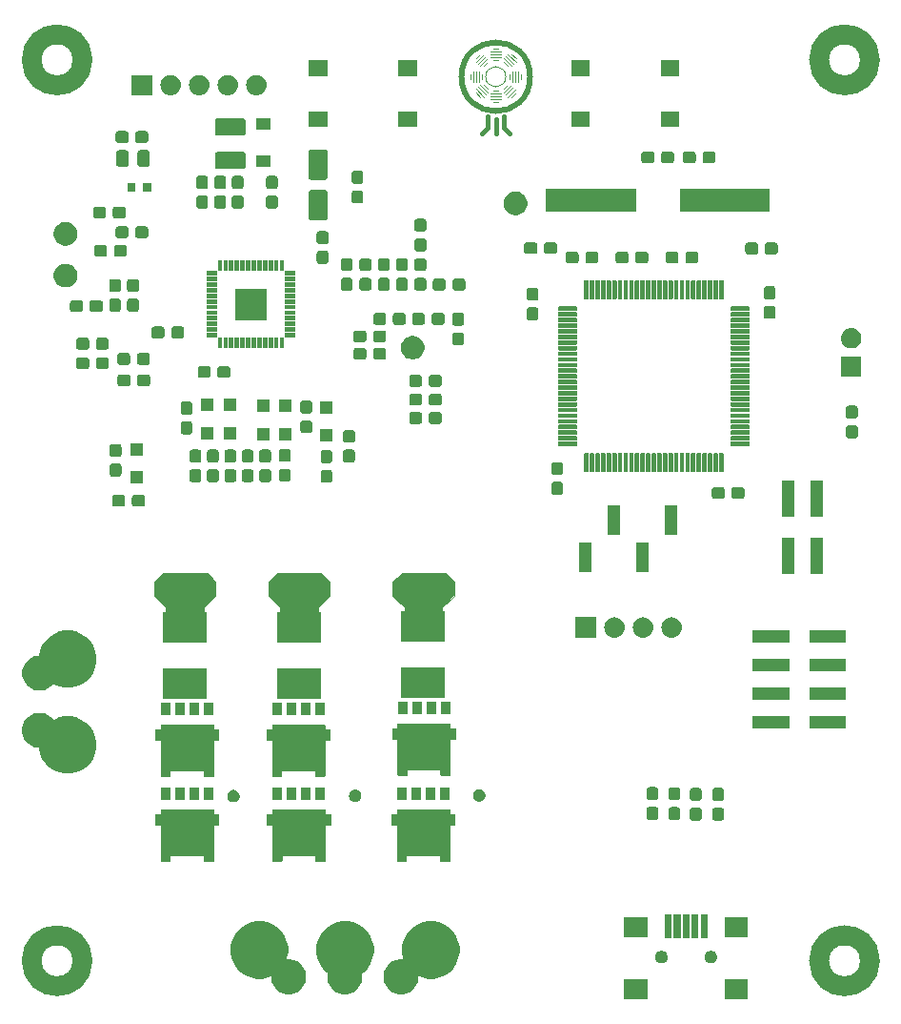
<source format=gbr>
G04 #@! TF.GenerationSoftware,KiCad,Pcbnew,(5.1.2)-2*
G04 #@! TF.CreationDate,2019-09-08T17:56:47+02:00*
G04 #@! TF.ProjectId,BLDC_driver_v1,424c4443-5f64-4726-9976-65725f76312e,rev?*
G04 #@! TF.SameCoordinates,Original*
G04 #@! TF.FileFunction,Soldermask,Top*
G04 #@! TF.FilePolarity,Negative*
%FSLAX46Y46*%
G04 Gerber Fmt 4.6, Leading zero omitted, Abs format (unit mm)*
G04 Created by KiCad (PCBNEW (5.1.2)-2) date 2019-09-08 17:56:47*
%MOMM*%
%LPD*%
G04 APERTURE LIST*
%ADD10C,0.400000*%
%ADD11C,0.120000*%
%ADD12C,1.800000*%
%ADD13C,0.500000*%
%ADD14C,0.100000*%
G04 APERTURE END LIST*
D10*
X93250000Y-51000000D02*
X92750000Y-51500000D01*
X93250000Y-50000000D02*
X93250000Y-51000000D01*
X94000000Y-50250000D02*
X94000000Y-51500000D01*
X94750000Y-51000000D02*
X95250000Y-51500000D01*
X94750000Y-50000000D02*
X94750000Y-51000000D01*
D11*
X92000000Y-46000000D02*
X92000000Y-47000000D01*
X92500000Y-46000000D02*
X92500000Y-47000000D01*
X92750000Y-46250000D02*
X92750000Y-46750000D01*
X92250000Y-46000001D02*
X92250000Y-46999999D01*
X91750000Y-46250000D02*
X91750000Y-46750000D01*
X95500000Y-46000000D02*
X95500000Y-47000000D01*
X96000000Y-46000000D02*
X96000000Y-47000000D01*
X96250000Y-46250000D02*
X96250000Y-46750000D01*
X95750000Y-46000001D02*
X95750000Y-46999999D01*
X95250000Y-46250000D02*
X95250000Y-46750000D01*
X94500000Y-48000000D02*
X93500000Y-48000000D01*
X94500000Y-48500000D02*
X93500000Y-48500000D01*
X94250000Y-48750000D02*
X93750000Y-48750000D01*
X94499999Y-48250000D02*
X93500001Y-48250000D01*
X94250000Y-47750000D02*
X93750000Y-47750000D01*
X94500000Y-44250000D02*
X93500000Y-44250000D01*
X94500000Y-44750000D02*
X93500000Y-44750000D01*
X94250000Y-45000000D02*
X93750000Y-45000000D01*
X94499999Y-44500000D02*
X93500001Y-44500000D01*
X94250000Y-44000000D02*
X93750000Y-44000000D01*
X92926777Y-44469670D02*
X92219670Y-45176777D01*
X93280330Y-44823223D02*
X92573223Y-45530330D01*
X93280330Y-45176777D02*
X92926777Y-45530330D01*
X93103553Y-44646447D02*
X92396447Y-45353553D01*
X92573223Y-44469670D02*
X92219670Y-44823223D01*
X95426777Y-47219670D02*
X94719670Y-47926777D01*
X95780330Y-47573223D02*
X95073223Y-48280330D01*
X95780330Y-47926777D02*
X95426777Y-48280330D01*
X95603553Y-47396447D02*
X94896447Y-48103553D01*
X95073223Y-47219670D02*
X94719670Y-47573223D01*
X93280330Y-47926777D02*
X92573223Y-47219670D01*
X92926777Y-48280330D02*
X92219670Y-47573223D01*
X92573223Y-48280330D02*
X92219670Y-47926777D01*
X93103553Y-48103553D02*
X92396447Y-47396447D01*
X93280330Y-47573223D02*
X92926777Y-47219670D01*
X95780330Y-45176777D02*
X95073223Y-44469670D01*
X95426777Y-45530330D02*
X94719670Y-44823223D01*
X95073223Y-45530330D02*
X94719670Y-45176777D01*
X95603553Y-45353553D02*
X94896447Y-44646447D01*
X95780330Y-44823223D02*
X95426777Y-44469670D01*
D12*
X127263846Y-125000000D02*
G75*
G03X127263846Y-125000000I-2263846J0D01*
G01*
X57263846Y-125000000D02*
G75*
G03X57263846Y-125000000I-2263846J0D01*
G01*
X57263846Y-45000000D02*
G75*
G03X57263846Y-45000000I-2263846J0D01*
G01*
X127263846Y-45000000D02*
G75*
G03X127263846Y-45000000I-2263846J0D01*
G01*
D13*
X97051639Y-46500000D02*
G75*
G03X97051639Y-46500000I-3051639J0D01*
G01*
D11*
X94901388Y-46500000D02*
G75*
G03X94901388Y-46500000I-901388J0D01*
G01*
D14*
G36*
X89450000Y-114400000D02*
G01*
X85350000Y-114400000D01*
X85350000Y-111650000D01*
X89450000Y-111650000D01*
X89450000Y-114400000D01*
G37*
X89450000Y-114400000D02*
X85350000Y-114400000D01*
X85350000Y-111650000D01*
X89450000Y-111650000D01*
X89450000Y-114400000D01*
G36*
X68600000Y-115400000D02*
G01*
X64500000Y-115400000D01*
X64500000Y-112650000D01*
X68600000Y-112650000D01*
X68600000Y-115400000D01*
G37*
X68600000Y-115400000D02*
X64500000Y-115400000D01*
X64500000Y-112650000D01*
X68600000Y-112650000D01*
X68600000Y-115400000D01*
G36*
X90300000Y-91350000D02*
G01*
X90300000Y-92600000D01*
X89250000Y-93650000D01*
X89250000Y-94350000D01*
X85900000Y-94350000D01*
X85900000Y-93650000D01*
X84850000Y-92600000D01*
X84850000Y-91350000D01*
X85700000Y-90600000D01*
X89550000Y-90600000D01*
X90300000Y-91350000D01*
G37*
X90300000Y-91350000D02*
X90300000Y-92600000D01*
X89250000Y-93650000D01*
X89250000Y-94350000D01*
X85900000Y-94350000D01*
X85900000Y-93650000D01*
X84850000Y-92600000D01*
X84850000Y-91350000D01*
X85700000Y-90600000D01*
X89550000Y-90600000D01*
X90300000Y-91350000D01*
G36*
X79250000Y-91350000D02*
G01*
X79250000Y-92600000D01*
X78200000Y-93650000D01*
X78200000Y-94350000D01*
X74850000Y-94350000D01*
X74850000Y-93650000D01*
X73800000Y-92600000D01*
X73800000Y-91350000D01*
X74650000Y-90600000D01*
X78500000Y-90600000D01*
X79250000Y-91350000D01*
G37*
X79250000Y-91350000D02*
X79250000Y-92600000D01*
X78200000Y-93650000D01*
X78200000Y-94350000D01*
X74850000Y-94350000D01*
X74850000Y-93650000D01*
X73800000Y-92600000D01*
X73800000Y-91350000D01*
X74650000Y-90600000D01*
X78500000Y-90600000D01*
X79250000Y-91350000D01*
G36*
X69100000Y-91350000D02*
G01*
X69100000Y-92600000D01*
X68050000Y-93650000D01*
X68050000Y-94350000D01*
X64700000Y-94350000D01*
X64700000Y-93650000D01*
X63650000Y-92600000D01*
X63650000Y-91350000D01*
X64500000Y-90600000D01*
X68350000Y-90600000D01*
X69100000Y-91350000D01*
G37*
X69100000Y-91350000D02*
X69100000Y-92600000D01*
X68050000Y-93650000D01*
X68050000Y-94350000D01*
X64700000Y-94350000D01*
X64700000Y-93650000D01*
X63650000Y-92600000D01*
X63650000Y-91350000D01*
X64500000Y-90600000D01*
X68350000Y-90600000D01*
X69100000Y-91350000D01*
G36*
X116425000Y-128400000D02*
G01*
X114325000Y-128400000D01*
X114325000Y-126600000D01*
X116425000Y-126600000D01*
X116425000Y-128400000D01*
X116425000Y-128400000D01*
G37*
G36*
X107525000Y-128400000D02*
G01*
X105425000Y-128400000D01*
X105425000Y-126600000D01*
X107525000Y-126600000D01*
X107525000Y-128400000D01*
X107525000Y-128400000D01*
G37*
G36*
X88973807Y-121597995D02*
G01*
X89437878Y-121790220D01*
X89855530Y-122069286D01*
X90210714Y-122424470D01*
X90489780Y-122842122D01*
X90682005Y-123306193D01*
X90780000Y-123798847D01*
X90780000Y-124301153D01*
X90682005Y-124793807D01*
X90489780Y-125257878D01*
X90210714Y-125675530D01*
X89855530Y-126030714D01*
X89437878Y-126309780D01*
X88973807Y-126502005D01*
X88481153Y-126600000D01*
X87978847Y-126600000D01*
X87486193Y-126502005D01*
X87164562Y-126368781D01*
X87159876Y-126367359D01*
X87154999Y-126366879D01*
X87150122Y-126367359D01*
X87145432Y-126368782D01*
X87141110Y-126371092D01*
X87137322Y-126374201D01*
X87134213Y-126377989D01*
X87131903Y-126382311D01*
X87130480Y-126387001D01*
X87130000Y-126391878D01*
X87130000Y-126565662D01*
X87070435Y-126865118D01*
X86953592Y-127147200D01*
X86783964Y-127401068D01*
X86568068Y-127616964D01*
X86314200Y-127786592D01*
X86032118Y-127903435D01*
X85732662Y-127963000D01*
X85427338Y-127963000D01*
X85127882Y-127903435D01*
X84845800Y-127786592D01*
X84591932Y-127616964D01*
X84376036Y-127401068D01*
X84206408Y-127147200D01*
X84089565Y-126865118D01*
X84030000Y-126565662D01*
X84030000Y-126260338D01*
X84089565Y-125960882D01*
X84206408Y-125678800D01*
X84376036Y-125424932D01*
X84591932Y-125209036D01*
X84845800Y-125039408D01*
X85127882Y-124922565D01*
X85427338Y-124863000D01*
X85732662Y-124863000D01*
X85767434Y-124869916D01*
X85772306Y-124870396D01*
X85777183Y-124869916D01*
X85781873Y-124868493D01*
X85786195Y-124866183D01*
X85789983Y-124863074D01*
X85793092Y-124859286D01*
X85795402Y-124854964D01*
X85796825Y-124850274D01*
X85797305Y-124845397D01*
X85796825Y-124840520D01*
X85795402Y-124835830D01*
X85792338Y-124828434D01*
X85777995Y-124793807D01*
X85680000Y-124301153D01*
X85680000Y-123798847D01*
X85777995Y-123306193D01*
X85970220Y-122842122D01*
X86249286Y-122424470D01*
X86604470Y-122069286D01*
X87022122Y-121790220D01*
X87486193Y-121597995D01*
X87978847Y-121500000D01*
X88481153Y-121500000D01*
X88973807Y-121597995D01*
X88973807Y-121597995D01*
G37*
G36*
X81353807Y-121597995D02*
G01*
X81817878Y-121790220D01*
X82235530Y-122069286D01*
X82590714Y-122424470D01*
X82869780Y-122842122D01*
X83062005Y-123306193D01*
X83160000Y-123798847D01*
X83160000Y-124301153D01*
X83062005Y-124793807D01*
X82869780Y-125257878D01*
X82590714Y-125675530D01*
X82235530Y-126030714D01*
X82115949Y-126110615D01*
X82112164Y-126113722D01*
X82109055Y-126117510D01*
X82106745Y-126121832D01*
X82105322Y-126126522D01*
X82104842Y-126131399D01*
X82105321Y-126136269D01*
X82130000Y-126260338D01*
X82130000Y-126565662D01*
X82070435Y-126865118D01*
X81953592Y-127147200D01*
X81783964Y-127401068D01*
X81568068Y-127616964D01*
X81314200Y-127786592D01*
X81032118Y-127903435D01*
X80732662Y-127963000D01*
X80427338Y-127963000D01*
X80127882Y-127903435D01*
X79845800Y-127786592D01*
X79591932Y-127616964D01*
X79376036Y-127401068D01*
X79206408Y-127147200D01*
X79089565Y-126865118D01*
X79030000Y-126565662D01*
X79030000Y-126260338D01*
X79061718Y-126100880D01*
X79062197Y-126096012D01*
X79061717Y-126091135D01*
X79060294Y-126086445D01*
X79057984Y-126082123D01*
X79054875Y-126078335D01*
X79051087Y-126075226D01*
X78984469Y-126030713D01*
X78629287Y-125675531D01*
X78461842Y-125424932D01*
X78350220Y-125257878D01*
X78157995Y-124793807D01*
X78060000Y-124301153D01*
X78060000Y-123798847D01*
X78157995Y-123306193D01*
X78350220Y-122842122D01*
X78629286Y-122424470D01*
X78984470Y-122069286D01*
X79402122Y-121790220D01*
X79866193Y-121597995D01*
X80358847Y-121500000D01*
X80861153Y-121500000D01*
X81353807Y-121597995D01*
X81353807Y-121597995D01*
G37*
G36*
X73733807Y-121597995D02*
G01*
X74197878Y-121790220D01*
X74615530Y-122069286D01*
X74970714Y-122424470D01*
X75249780Y-122842122D01*
X75442005Y-123306193D01*
X75540000Y-123798847D01*
X75540000Y-124301153D01*
X75442005Y-124793807D01*
X75427907Y-124827843D01*
X75427662Y-124828434D01*
X75426239Y-124833124D01*
X75425759Y-124838001D01*
X75426239Y-124842878D01*
X75427662Y-124847568D01*
X75429972Y-124851890D01*
X75433081Y-124855678D01*
X75436869Y-124858787D01*
X75441191Y-124861097D01*
X75445881Y-124862520D01*
X75450758Y-124863000D01*
X75732662Y-124863000D01*
X76032118Y-124922565D01*
X76314200Y-125039408D01*
X76568068Y-125209036D01*
X76783964Y-125424932D01*
X76953592Y-125678800D01*
X77070435Y-125960882D01*
X77130000Y-126260338D01*
X77130000Y-126565662D01*
X77070435Y-126865118D01*
X76953592Y-127147200D01*
X76783964Y-127401068D01*
X76568068Y-127616964D01*
X76314200Y-127786592D01*
X76032118Y-127903435D01*
X75732662Y-127963000D01*
X75427338Y-127963000D01*
X75127882Y-127903435D01*
X74845800Y-127786592D01*
X74591932Y-127616964D01*
X74376036Y-127401068D01*
X74206408Y-127147200D01*
X74089565Y-126865118D01*
X74030000Y-126565662D01*
X74030000Y-126416731D01*
X74029520Y-126411854D01*
X74028097Y-126407164D01*
X74025787Y-126402842D01*
X74022678Y-126399054D01*
X74018890Y-126395945D01*
X74014568Y-126393635D01*
X74009878Y-126392212D01*
X74005001Y-126391732D01*
X74000124Y-126392212D01*
X73995436Y-126393634D01*
X73733807Y-126502005D01*
X73241153Y-126600000D01*
X72738847Y-126600000D01*
X72246193Y-126502005D01*
X71782122Y-126309780D01*
X71364470Y-126030714D01*
X71009286Y-125675530D01*
X70730220Y-125257878D01*
X70537995Y-124793807D01*
X70440000Y-124301153D01*
X70440000Y-123798847D01*
X70537995Y-123306193D01*
X70730220Y-122842122D01*
X71009286Y-122424470D01*
X71364470Y-122069286D01*
X71782122Y-121790220D01*
X72246193Y-121597995D01*
X72738847Y-121500000D01*
X73241153Y-121500000D01*
X73733807Y-121597995D01*
X73733807Y-121597995D01*
G37*
G36*
X113285429Y-124121136D02*
G01*
X113335476Y-124141867D01*
X113385522Y-124162596D01*
X113385523Y-124162597D01*
X113475604Y-124222787D01*
X113552213Y-124299396D01*
X113553387Y-124301153D01*
X113612404Y-124389478D01*
X113633133Y-124439524D01*
X113653864Y-124489571D01*
X113675000Y-124595830D01*
X113675000Y-124704170D01*
X113653864Y-124810429D01*
X113638480Y-124847568D01*
X113612404Y-124910522D01*
X113552212Y-125000605D01*
X113475605Y-125077212D01*
X113385522Y-125137404D01*
X113335476Y-125158134D01*
X113285429Y-125178864D01*
X113179170Y-125200000D01*
X113070830Y-125200000D01*
X112964571Y-125178864D01*
X112914524Y-125158134D01*
X112864478Y-125137404D01*
X112774395Y-125077212D01*
X112697788Y-125000605D01*
X112637596Y-124910522D01*
X112611520Y-124847568D01*
X112596136Y-124810429D01*
X112575000Y-124704170D01*
X112575000Y-124595830D01*
X112596136Y-124489571D01*
X112616867Y-124439524D01*
X112637596Y-124389478D01*
X112696613Y-124301153D01*
X112697787Y-124299396D01*
X112774396Y-124222787D01*
X112864477Y-124162597D01*
X112864478Y-124162596D01*
X112914524Y-124141867D01*
X112964571Y-124121136D01*
X113070830Y-124100000D01*
X113179170Y-124100000D01*
X113285429Y-124121136D01*
X113285429Y-124121136D01*
G37*
G36*
X108885429Y-124121136D02*
G01*
X108935476Y-124141867D01*
X108985522Y-124162596D01*
X108985523Y-124162597D01*
X109075604Y-124222787D01*
X109152213Y-124299396D01*
X109153387Y-124301153D01*
X109212404Y-124389478D01*
X109233133Y-124439524D01*
X109253864Y-124489571D01*
X109275000Y-124595830D01*
X109275000Y-124704170D01*
X109253864Y-124810429D01*
X109238480Y-124847568D01*
X109212404Y-124910522D01*
X109152212Y-125000605D01*
X109075605Y-125077212D01*
X108985522Y-125137404D01*
X108935476Y-125158134D01*
X108885429Y-125178864D01*
X108779170Y-125200000D01*
X108670830Y-125200000D01*
X108564571Y-125178864D01*
X108514524Y-125158134D01*
X108464478Y-125137404D01*
X108374395Y-125077212D01*
X108297788Y-125000605D01*
X108237596Y-124910522D01*
X108211520Y-124847568D01*
X108196136Y-124810429D01*
X108175000Y-124704170D01*
X108175000Y-124595830D01*
X108196136Y-124489571D01*
X108216867Y-124439524D01*
X108237596Y-124389478D01*
X108296613Y-124301153D01*
X108297787Y-124299396D01*
X108374396Y-124222787D01*
X108464477Y-124162597D01*
X108464478Y-124162596D01*
X108514524Y-124141867D01*
X108564571Y-124121136D01*
X108670830Y-124100000D01*
X108779170Y-124100000D01*
X108885429Y-124121136D01*
X108885429Y-124121136D01*
G37*
G36*
X112825000Y-123000000D02*
G01*
X112225000Y-123000000D01*
X112225000Y-120900000D01*
X112825000Y-120900000D01*
X112825000Y-123000000D01*
X112825000Y-123000000D01*
G37*
G36*
X112025000Y-123000000D02*
G01*
X111425000Y-123000000D01*
X111425000Y-120900000D01*
X112025000Y-120900000D01*
X112025000Y-123000000D01*
X112025000Y-123000000D01*
G37*
G36*
X111225000Y-123000000D02*
G01*
X110625000Y-123000000D01*
X110625000Y-120900000D01*
X111225000Y-120900000D01*
X111225000Y-123000000D01*
X111225000Y-123000000D01*
G37*
G36*
X110425000Y-123000000D02*
G01*
X109825000Y-123000000D01*
X109825000Y-120900000D01*
X110425000Y-120900000D01*
X110425000Y-123000000D01*
X110425000Y-123000000D01*
G37*
G36*
X109625000Y-123000000D02*
G01*
X109025000Y-123000000D01*
X109025000Y-120900000D01*
X109625000Y-120900000D01*
X109625000Y-123000000D01*
X109625000Y-123000000D01*
G37*
G36*
X116425000Y-122950000D02*
G01*
X114325000Y-122950000D01*
X114325000Y-121150000D01*
X116425000Y-121150000D01*
X116425000Y-122950000D01*
X116425000Y-122950000D01*
G37*
G36*
X107525000Y-122950000D02*
G01*
X105425000Y-122950000D01*
X105425000Y-121150000D01*
X107525000Y-121150000D01*
X107525000Y-122950000D01*
X107525000Y-122950000D01*
G37*
G36*
X89888541Y-111560939D02*
G01*
X89888661Y-111560951D01*
X89900502Y-111563305D01*
X89911415Y-111567825D01*
X89912234Y-111568373D01*
X89912237Y-111568374D01*
X89916338Y-111571115D01*
X89921261Y-111574405D01*
X89929595Y-111582739D01*
X89936175Y-111592585D01*
X89940695Y-111603498D01*
X89943049Y-111615339D01*
X89943061Y-111615459D01*
X89943363Y-111621613D01*
X89943363Y-111985638D01*
X89943843Y-111990515D01*
X89945266Y-111995205D01*
X89947576Y-111999527D01*
X89950685Y-112003315D01*
X89954473Y-112006424D01*
X89958795Y-112008734D01*
X89963485Y-112010157D01*
X89968362Y-112010637D01*
X90376387Y-112010637D01*
X90382541Y-112010939D01*
X90382661Y-112010951D01*
X90394502Y-112013305D01*
X90405415Y-112017825D01*
X90406234Y-112018373D01*
X90406237Y-112018374D01*
X90410338Y-112021115D01*
X90415261Y-112024405D01*
X90423595Y-112032739D01*
X90430175Y-112042585D01*
X90434695Y-112053498D01*
X90437049Y-112065339D01*
X90437061Y-112065459D01*
X90437363Y-112071613D01*
X90437363Y-112975387D01*
X90437061Y-112981541D01*
X90437049Y-112981661D01*
X90434695Y-112993502D01*
X90430175Y-113004415D01*
X90429627Y-113005234D01*
X90429626Y-113005237D01*
X90428050Y-113007595D01*
X90423595Y-113014261D01*
X90415261Y-113022595D01*
X90410800Y-113025576D01*
X90406237Y-113028626D01*
X90406234Y-113028627D01*
X90405415Y-113029175D01*
X90394502Y-113033695D01*
X90382661Y-113036049D01*
X90382541Y-113036061D01*
X90376387Y-113036363D01*
X89968362Y-113036363D01*
X89963485Y-113036843D01*
X89958795Y-113038266D01*
X89954473Y-113040576D01*
X89950685Y-113043685D01*
X89947576Y-113047473D01*
X89945266Y-113051795D01*
X89943843Y-113056485D01*
X89943363Y-113061362D01*
X89943363Y-116150387D01*
X89943061Y-116156541D01*
X89943049Y-116156661D01*
X89940695Y-116168502D01*
X89936175Y-116179415D01*
X89929595Y-116189261D01*
X89921261Y-116197595D01*
X89916338Y-116200885D01*
X89912237Y-116203626D01*
X89912234Y-116203627D01*
X89911415Y-116204175D01*
X89900502Y-116208695D01*
X89888661Y-116211049D01*
X89888541Y-116211061D01*
X89882387Y-116211363D01*
X89083613Y-116211363D01*
X89077459Y-116211061D01*
X89077339Y-116211049D01*
X89065498Y-116208695D01*
X89054585Y-116204175D01*
X89053766Y-116203627D01*
X89053763Y-116203626D01*
X89049662Y-116200885D01*
X89044739Y-116197595D01*
X89036405Y-116189261D01*
X89029825Y-116179415D01*
X89025305Y-116168502D01*
X89022951Y-116156661D01*
X89022939Y-116156541D01*
X89022637Y-116150387D01*
X89022637Y-115756362D01*
X89022157Y-115751485D01*
X89020734Y-115746795D01*
X89018424Y-115742473D01*
X89015315Y-115738685D01*
X89011527Y-115735576D01*
X89007205Y-115733266D01*
X89002515Y-115731843D01*
X88997638Y-115731363D01*
X86138362Y-115731363D01*
X86133485Y-115731843D01*
X86128795Y-115733266D01*
X86124473Y-115735576D01*
X86120685Y-115738685D01*
X86117576Y-115742473D01*
X86115266Y-115746795D01*
X86113843Y-115751485D01*
X86113363Y-115756362D01*
X86113363Y-116150387D01*
X86113061Y-116156541D01*
X86113049Y-116156661D01*
X86110695Y-116168502D01*
X86106175Y-116179415D01*
X86099595Y-116189261D01*
X86091261Y-116197595D01*
X86086338Y-116200885D01*
X86082237Y-116203626D01*
X86082234Y-116203627D01*
X86081415Y-116204175D01*
X86070502Y-116208695D01*
X86058661Y-116211049D01*
X86058541Y-116211061D01*
X86052387Y-116211363D01*
X85283613Y-116211363D01*
X85277459Y-116211061D01*
X85277339Y-116211049D01*
X85265498Y-116208695D01*
X85254585Y-116204175D01*
X85253766Y-116203627D01*
X85253763Y-116203626D01*
X85249662Y-116200885D01*
X85244739Y-116197595D01*
X85236405Y-116189261D01*
X85229825Y-116179415D01*
X85225305Y-116168502D01*
X85222951Y-116156661D01*
X85222939Y-116156541D01*
X85222637Y-116150387D01*
X85222637Y-113036362D01*
X85222157Y-113031485D01*
X85220734Y-113026795D01*
X85218424Y-113022473D01*
X85215315Y-113018685D01*
X85211527Y-113015576D01*
X85207205Y-113013266D01*
X85202515Y-113011843D01*
X85197638Y-113011363D01*
X84789613Y-113011363D01*
X84783459Y-113011061D01*
X84783339Y-113011049D01*
X84771498Y-113008695D01*
X84760585Y-113004175D01*
X84759766Y-113003627D01*
X84759763Y-113003626D01*
X84752002Y-112998439D01*
X84750739Y-112997595D01*
X84742405Y-112989261D01*
X84735825Y-112979415D01*
X84731305Y-112968502D01*
X84728951Y-112956661D01*
X84728939Y-112956541D01*
X84728637Y-112950387D01*
X84728637Y-112046613D01*
X84728939Y-112040459D01*
X84728951Y-112040339D01*
X84731305Y-112028498D01*
X84735825Y-112017585D01*
X84742405Y-112007739D01*
X84750739Y-111999405D01*
X84757024Y-111995205D01*
X84759763Y-111993374D01*
X84759766Y-111993373D01*
X84760585Y-111992825D01*
X84771498Y-111988305D01*
X84783339Y-111985951D01*
X84783459Y-111985939D01*
X84789613Y-111985637D01*
X85197638Y-111985637D01*
X85202515Y-111985157D01*
X85207205Y-111983734D01*
X85211527Y-111981424D01*
X85215315Y-111978315D01*
X85218424Y-111974527D01*
X85220734Y-111970205D01*
X85222157Y-111965515D01*
X85222637Y-111960638D01*
X85222637Y-111621613D01*
X85222939Y-111615459D01*
X85222951Y-111615339D01*
X85225305Y-111603498D01*
X85229825Y-111592585D01*
X85236405Y-111582739D01*
X85244739Y-111574405D01*
X85249662Y-111571115D01*
X85253763Y-111568374D01*
X85253766Y-111568373D01*
X85254585Y-111567825D01*
X85265498Y-111563305D01*
X85277339Y-111560951D01*
X85277459Y-111560939D01*
X85283613Y-111560637D01*
X89882387Y-111560637D01*
X89888541Y-111560939D01*
X89888541Y-111560939D01*
G37*
G36*
X68888541Y-111560939D02*
G01*
X68888661Y-111560951D01*
X68900502Y-111563305D01*
X68911415Y-111567825D01*
X68912234Y-111568373D01*
X68912237Y-111568374D01*
X68916338Y-111571115D01*
X68921261Y-111574405D01*
X68929595Y-111582739D01*
X68936175Y-111592585D01*
X68940695Y-111603498D01*
X68943049Y-111615339D01*
X68943061Y-111615459D01*
X68943363Y-111621613D01*
X68943363Y-111985638D01*
X68943843Y-111990515D01*
X68945266Y-111995205D01*
X68947576Y-111999527D01*
X68950685Y-112003315D01*
X68954473Y-112006424D01*
X68958795Y-112008734D01*
X68963485Y-112010157D01*
X68968362Y-112010637D01*
X69376387Y-112010637D01*
X69382541Y-112010939D01*
X69382661Y-112010951D01*
X69394502Y-112013305D01*
X69405415Y-112017825D01*
X69406234Y-112018373D01*
X69406237Y-112018374D01*
X69410338Y-112021115D01*
X69415261Y-112024405D01*
X69423595Y-112032739D01*
X69430175Y-112042585D01*
X69434695Y-112053498D01*
X69437049Y-112065339D01*
X69437061Y-112065459D01*
X69437363Y-112071613D01*
X69437363Y-112975387D01*
X69437061Y-112981541D01*
X69437049Y-112981661D01*
X69434695Y-112993502D01*
X69430175Y-113004415D01*
X69429627Y-113005234D01*
X69429626Y-113005237D01*
X69428050Y-113007595D01*
X69423595Y-113014261D01*
X69415261Y-113022595D01*
X69410800Y-113025576D01*
X69406237Y-113028626D01*
X69406234Y-113028627D01*
X69405415Y-113029175D01*
X69394502Y-113033695D01*
X69382661Y-113036049D01*
X69382541Y-113036061D01*
X69376387Y-113036363D01*
X68968362Y-113036363D01*
X68963485Y-113036843D01*
X68958795Y-113038266D01*
X68954473Y-113040576D01*
X68950685Y-113043685D01*
X68947576Y-113047473D01*
X68945266Y-113051795D01*
X68943843Y-113056485D01*
X68943363Y-113061362D01*
X68943363Y-116150387D01*
X68943061Y-116156541D01*
X68943049Y-116156661D01*
X68940695Y-116168502D01*
X68936175Y-116179415D01*
X68929595Y-116189261D01*
X68921261Y-116197595D01*
X68916338Y-116200885D01*
X68912237Y-116203626D01*
X68912234Y-116203627D01*
X68911415Y-116204175D01*
X68900502Y-116208695D01*
X68888661Y-116211049D01*
X68888541Y-116211061D01*
X68882387Y-116211363D01*
X68083613Y-116211363D01*
X68077459Y-116211061D01*
X68077339Y-116211049D01*
X68065498Y-116208695D01*
X68054585Y-116204175D01*
X68053766Y-116203627D01*
X68053763Y-116203626D01*
X68049662Y-116200885D01*
X68044739Y-116197595D01*
X68036405Y-116189261D01*
X68029825Y-116179415D01*
X68025305Y-116168502D01*
X68022951Y-116156661D01*
X68022939Y-116156541D01*
X68022637Y-116150387D01*
X68022637Y-115756362D01*
X68022157Y-115751485D01*
X68020734Y-115746795D01*
X68018424Y-115742473D01*
X68015315Y-115738685D01*
X68011527Y-115735576D01*
X68007205Y-115733266D01*
X68002515Y-115731843D01*
X67997638Y-115731363D01*
X65138362Y-115731363D01*
X65133485Y-115731843D01*
X65128795Y-115733266D01*
X65124473Y-115735576D01*
X65120685Y-115738685D01*
X65117576Y-115742473D01*
X65115266Y-115746795D01*
X65113843Y-115751485D01*
X65113363Y-115756362D01*
X65113363Y-116150387D01*
X65113061Y-116156541D01*
X65113049Y-116156661D01*
X65110695Y-116168502D01*
X65106175Y-116179415D01*
X65099595Y-116189261D01*
X65091261Y-116197595D01*
X65086338Y-116200885D01*
X65082237Y-116203626D01*
X65082234Y-116203627D01*
X65081415Y-116204175D01*
X65070502Y-116208695D01*
X65058661Y-116211049D01*
X65058541Y-116211061D01*
X65052387Y-116211363D01*
X64283613Y-116211363D01*
X64277459Y-116211061D01*
X64277339Y-116211049D01*
X64265498Y-116208695D01*
X64254585Y-116204175D01*
X64253766Y-116203627D01*
X64253763Y-116203626D01*
X64249662Y-116200885D01*
X64244739Y-116197595D01*
X64236405Y-116189261D01*
X64229825Y-116179415D01*
X64225305Y-116168502D01*
X64222951Y-116156661D01*
X64222939Y-116156541D01*
X64222637Y-116150387D01*
X64222637Y-113036362D01*
X64222157Y-113031485D01*
X64220734Y-113026795D01*
X64218424Y-113022473D01*
X64215315Y-113018685D01*
X64211527Y-113015576D01*
X64207205Y-113013266D01*
X64202515Y-113011843D01*
X64197638Y-113011363D01*
X63789613Y-113011363D01*
X63783459Y-113011061D01*
X63783339Y-113011049D01*
X63771498Y-113008695D01*
X63760585Y-113004175D01*
X63759766Y-113003627D01*
X63759763Y-113003626D01*
X63752002Y-112998439D01*
X63750739Y-112997595D01*
X63742405Y-112989261D01*
X63735825Y-112979415D01*
X63731305Y-112968502D01*
X63728951Y-112956661D01*
X63728939Y-112956541D01*
X63728637Y-112950387D01*
X63728637Y-112046613D01*
X63728939Y-112040459D01*
X63728951Y-112040339D01*
X63731305Y-112028498D01*
X63735825Y-112017585D01*
X63742405Y-112007739D01*
X63750739Y-111999405D01*
X63757024Y-111995205D01*
X63759763Y-111993374D01*
X63759766Y-111993373D01*
X63760585Y-111992825D01*
X63771498Y-111988305D01*
X63783339Y-111985951D01*
X63783459Y-111985939D01*
X63789613Y-111985637D01*
X64197638Y-111985637D01*
X64202515Y-111985157D01*
X64207205Y-111983734D01*
X64211527Y-111981424D01*
X64215315Y-111978315D01*
X64218424Y-111974527D01*
X64220734Y-111970205D01*
X64222157Y-111965515D01*
X64222637Y-111960638D01*
X64222637Y-111621613D01*
X64222939Y-111615459D01*
X64222951Y-111615339D01*
X64225305Y-111603498D01*
X64229825Y-111592585D01*
X64236405Y-111582739D01*
X64244739Y-111574405D01*
X64249662Y-111571115D01*
X64253763Y-111568374D01*
X64253766Y-111568373D01*
X64254585Y-111567825D01*
X64265498Y-111563305D01*
X64277339Y-111560951D01*
X64277459Y-111560939D01*
X64283613Y-111560637D01*
X68882387Y-111560637D01*
X68888541Y-111560939D01*
X68888541Y-111560939D01*
G37*
G36*
X78813541Y-111545939D02*
G01*
X78813661Y-111545951D01*
X78825502Y-111548305D01*
X78836415Y-111552825D01*
X78837234Y-111553373D01*
X78837237Y-111553374D01*
X78838733Y-111554374D01*
X78846261Y-111559405D01*
X78854595Y-111567739D01*
X78861175Y-111577585D01*
X78865695Y-111588498D01*
X78868049Y-111600339D01*
X78868061Y-111600459D01*
X78868363Y-111606613D01*
X78868363Y-111970638D01*
X78868843Y-111975515D01*
X78870266Y-111980205D01*
X78872576Y-111984527D01*
X78875685Y-111988315D01*
X78879473Y-111991424D01*
X78883795Y-111993734D01*
X78888485Y-111995157D01*
X78893362Y-111995637D01*
X79301387Y-111995637D01*
X79307541Y-111995939D01*
X79307661Y-111995951D01*
X79319502Y-111998305D01*
X79330415Y-112002825D01*
X79331234Y-112003373D01*
X79331237Y-112003374D01*
X79335338Y-112006115D01*
X79340261Y-112009405D01*
X79348595Y-112017739D01*
X79355175Y-112027585D01*
X79359695Y-112038498D01*
X79362049Y-112050339D01*
X79362061Y-112050459D01*
X79362363Y-112056613D01*
X79362363Y-112960387D01*
X79362061Y-112966541D01*
X79362049Y-112966661D01*
X79359695Y-112978502D01*
X79355175Y-112989415D01*
X79348595Y-112999261D01*
X79340261Y-113007595D01*
X79335453Y-113010808D01*
X79331237Y-113013626D01*
X79331234Y-113013627D01*
X79330415Y-113014175D01*
X79319502Y-113018695D01*
X79307661Y-113021049D01*
X79307541Y-113021061D01*
X79301387Y-113021363D01*
X78893362Y-113021363D01*
X78888485Y-113021843D01*
X78883795Y-113023266D01*
X78879473Y-113025576D01*
X78875685Y-113028685D01*
X78872576Y-113032473D01*
X78870266Y-113036795D01*
X78868843Y-113041485D01*
X78868363Y-113046362D01*
X78868363Y-116135387D01*
X78868061Y-116141541D01*
X78868049Y-116141661D01*
X78865695Y-116153502D01*
X78861175Y-116164415D01*
X78854595Y-116174261D01*
X78846261Y-116182595D01*
X78841338Y-116185885D01*
X78837237Y-116188626D01*
X78837234Y-116188627D01*
X78836415Y-116189175D01*
X78825502Y-116193695D01*
X78813661Y-116196049D01*
X78813541Y-116196061D01*
X78807387Y-116196363D01*
X78008613Y-116196363D01*
X78002459Y-116196061D01*
X78002339Y-116196049D01*
X77990498Y-116193695D01*
X77979585Y-116189175D01*
X77978766Y-116188627D01*
X77978763Y-116188626D01*
X77974662Y-116185885D01*
X77969739Y-116182595D01*
X77961405Y-116174261D01*
X77954825Y-116164415D01*
X77950305Y-116153502D01*
X77947951Y-116141661D01*
X77947939Y-116141541D01*
X77947637Y-116135387D01*
X77947637Y-115741362D01*
X77947157Y-115736485D01*
X77945734Y-115731795D01*
X77943424Y-115727473D01*
X77940315Y-115723685D01*
X77936527Y-115720576D01*
X77932205Y-115718266D01*
X77927515Y-115716843D01*
X77922638Y-115716363D01*
X75063362Y-115716363D01*
X75058485Y-115716843D01*
X75053795Y-115718266D01*
X75049473Y-115720576D01*
X75045685Y-115723685D01*
X75042576Y-115727473D01*
X75040266Y-115731795D01*
X75038843Y-115736485D01*
X75038363Y-115741362D01*
X75038363Y-116135387D01*
X75038061Y-116141541D01*
X75038049Y-116141661D01*
X75035695Y-116153502D01*
X75031175Y-116164415D01*
X75024595Y-116174261D01*
X75016261Y-116182595D01*
X75011338Y-116185885D01*
X75007237Y-116188626D01*
X75007234Y-116188627D01*
X75006415Y-116189175D01*
X74995502Y-116193695D01*
X74983661Y-116196049D01*
X74983541Y-116196061D01*
X74977387Y-116196363D01*
X74208613Y-116196363D01*
X74202459Y-116196061D01*
X74202339Y-116196049D01*
X74190498Y-116193695D01*
X74179585Y-116189175D01*
X74178766Y-116188627D01*
X74178763Y-116188626D01*
X74174662Y-116185885D01*
X74169739Y-116182595D01*
X74161405Y-116174261D01*
X74154825Y-116164415D01*
X74150305Y-116153502D01*
X74147951Y-116141661D01*
X74147939Y-116141541D01*
X74147637Y-116135387D01*
X74147637Y-113021362D01*
X74147157Y-113016485D01*
X74145734Y-113011795D01*
X74143424Y-113007473D01*
X74140315Y-113003685D01*
X74136527Y-113000576D01*
X74132205Y-112998266D01*
X74127515Y-112996843D01*
X74122638Y-112996363D01*
X73714613Y-112996363D01*
X73708459Y-112996061D01*
X73708339Y-112996049D01*
X73696498Y-112993695D01*
X73685585Y-112989175D01*
X73684766Y-112988627D01*
X73684763Y-112988626D01*
X73680662Y-112985885D01*
X73675739Y-112982595D01*
X73667405Y-112974261D01*
X73660825Y-112964415D01*
X73656305Y-112953502D01*
X73653951Y-112941661D01*
X73653939Y-112941541D01*
X73653637Y-112935387D01*
X73653637Y-112031613D01*
X73653939Y-112025459D01*
X73653951Y-112025339D01*
X73656305Y-112013498D01*
X73660825Y-112002585D01*
X73662869Y-111999527D01*
X73664115Y-111997662D01*
X73667405Y-111992739D01*
X73675739Y-111984405D01*
X73682024Y-111980205D01*
X73684763Y-111978374D01*
X73684766Y-111978373D01*
X73685585Y-111977825D01*
X73696498Y-111973305D01*
X73708339Y-111970951D01*
X73708459Y-111970939D01*
X73714613Y-111970637D01*
X74122638Y-111970637D01*
X74127515Y-111970157D01*
X74132205Y-111968734D01*
X74136527Y-111966424D01*
X74140315Y-111963315D01*
X74143424Y-111959527D01*
X74145734Y-111955205D01*
X74147157Y-111950515D01*
X74147637Y-111945638D01*
X74147637Y-111606613D01*
X74147939Y-111600459D01*
X74147951Y-111600339D01*
X74150305Y-111588498D01*
X74154825Y-111577585D01*
X74161405Y-111567739D01*
X74169739Y-111559405D01*
X74177267Y-111554374D01*
X74178763Y-111553374D01*
X74178766Y-111553373D01*
X74179585Y-111552825D01*
X74190498Y-111548305D01*
X74202339Y-111545951D01*
X74202459Y-111545939D01*
X74208613Y-111545637D01*
X78807387Y-111545637D01*
X78813541Y-111545939D01*
X78813541Y-111545939D01*
G37*
G36*
X114098749Y-111404923D02*
G01*
X114145626Y-111419143D01*
X114188824Y-111442233D01*
X114226691Y-111473309D01*
X114257767Y-111511176D01*
X114280857Y-111554374D01*
X114295077Y-111601251D01*
X114300000Y-111651232D01*
X114300000Y-112298768D01*
X114295077Y-112348749D01*
X114280857Y-112395626D01*
X114257767Y-112438824D01*
X114226691Y-112476691D01*
X114188824Y-112507767D01*
X114145626Y-112530857D01*
X114098749Y-112545077D01*
X114048768Y-112550000D01*
X113501232Y-112550000D01*
X113451251Y-112545077D01*
X113404374Y-112530857D01*
X113361176Y-112507767D01*
X113323309Y-112476691D01*
X113292233Y-112438824D01*
X113269143Y-112395626D01*
X113254923Y-112348749D01*
X113250000Y-112298768D01*
X113250000Y-111651232D01*
X113254923Y-111601251D01*
X113269143Y-111554374D01*
X113292233Y-111511176D01*
X113323309Y-111473309D01*
X113361176Y-111442233D01*
X113404374Y-111419143D01*
X113451251Y-111404923D01*
X113501232Y-111400000D01*
X114048768Y-111400000D01*
X114098749Y-111404923D01*
X114098749Y-111404923D01*
G37*
G36*
X112098749Y-111404923D02*
G01*
X112145626Y-111419143D01*
X112188824Y-111442233D01*
X112226691Y-111473309D01*
X112257767Y-111511176D01*
X112280857Y-111554374D01*
X112295077Y-111601251D01*
X112300000Y-111651232D01*
X112300000Y-112298768D01*
X112295077Y-112348749D01*
X112280857Y-112395626D01*
X112257767Y-112438824D01*
X112226691Y-112476691D01*
X112188824Y-112507767D01*
X112145626Y-112530857D01*
X112098749Y-112545077D01*
X112048768Y-112550000D01*
X111501232Y-112550000D01*
X111451251Y-112545077D01*
X111404374Y-112530857D01*
X111361176Y-112507767D01*
X111323309Y-112476691D01*
X111292233Y-112438824D01*
X111269143Y-112395626D01*
X111254923Y-112348749D01*
X111250000Y-112298768D01*
X111250000Y-111651232D01*
X111254923Y-111601251D01*
X111269143Y-111554374D01*
X111292233Y-111511176D01*
X111323309Y-111473309D01*
X111361176Y-111442233D01*
X111404374Y-111419143D01*
X111451251Y-111404923D01*
X111501232Y-111400000D01*
X112048768Y-111400000D01*
X112098749Y-111404923D01*
X112098749Y-111404923D01*
G37*
G36*
X110198749Y-111354923D02*
G01*
X110245626Y-111369143D01*
X110288824Y-111392233D01*
X110326691Y-111423309D01*
X110357767Y-111461176D01*
X110380857Y-111504374D01*
X110395077Y-111551251D01*
X110400000Y-111601232D01*
X110400000Y-112248768D01*
X110395077Y-112298749D01*
X110380857Y-112345626D01*
X110357767Y-112388824D01*
X110326691Y-112426691D01*
X110288824Y-112457767D01*
X110245626Y-112480857D01*
X110198749Y-112495077D01*
X110148768Y-112500000D01*
X109601232Y-112500000D01*
X109551251Y-112495077D01*
X109504374Y-112480857D01*
X109461176Y-112457767D01*
X109423309Y-112426691D01*
X109392233Y-112388824D01*
X109369143Y-112345626D01*
X109354923Y-112298749D01*
X109350000Y-112248768D01*
X109350000Y-111601232D01*
X109354923Y-111551251D01*
X109369143Y-111504374D01*
X109392233Y-111461176D01*
X109423309Y-111423309D01*
X109461176Y-111392233D01*
X109504374Y-111369143D01*
X109551251Y-111354923D01*
X109601232Y-111350000D01*
X110148768Y-111350000D01*
X110198749Y-111354923D01*
X110198749Y-111354923D01*
G37*
G36*
X108248749Y-111329923D02*
G01*
X108295626Y-111344143D01*
X108338824Y-111367233D01*
X108376691Y-111398309D01*
X108407767Y-111436176D01*
X108430857Y-111479374D01*
X108445077Y-111526251D01*
X108450000Y-111576232D01*
X108450000Y-112223768D01*
X108445077Y-112273749D01*
X108430857Y-112320626D01*
X108407767Y-112363824D01*
X108376691Y-112401691D01*
X108338824Y-112432767D01*
X108295626Y-112455857D01*
X108248749Y-112470077D01*
X108198768Y-112475000D01*
X107651232Y-112475000D01*
X107601251Y-112470077D01*
X107554374Y-112455857D01*
X107511176Y-112432767D01*
X107473309Y-112401691D01*
X107442233Y-112363824D01*
X107419143Y-112320626D01*
X107404923Y-112273749D01*
X107400000Y-112223768D01*
X107400000Y-111576232D01*
X107404923Y-111526251D01*
X107419143Y-111479374D01*
X107442233Y-111436176D01*
X107473309Y-111398309D01*
X107511176Y-111367233D01*
X107554374Y-111344143D01*
X107601251Y-111329923D01*
X107651232Y-111325000D01*
X108198768Y-111325000D01*
X108248749Y-111329923D01*
X108248749Y-111329923D01*
G37*
G36*
X70835429Y-109846136D02*
G01*
X70885476Y-109866867D01*
X70935522Y-109887596D01*
X71025605Y-109947788D01*
X71102212Y-110024395D01*
X71162404Y-110114478D01*
X71183134Y-110164524D01*
X71203864Y-110214571D01*
X71225000Y-110320830D01*
X71225000Y-110429170D01*
X71203864Y-110535429D01*
X71189285Y-110570626D01*
X71162404Y-110635522D01*
X71153989Y-110648116D01*
X71102617Y-110725000D01*
X71102212Y-110725605D01*
X71025605Y-110802212D01*
X70935522Y-110862404D01*
X70885476Y-110883134D01*
X70835429Y-110903864D01*
X70729170Y-110925000D01*
X70620830Y-110925000D01*
X70514571Y-110903864D01*
X70464524Y-110883133D01*
X70414478Y-110862404D01*
X70324395Y-110802212D01*
X70247788Y-110725605D01*
X70247384Y-110725000D01*
X70196011Y-110648116D01*
X70187596Y-110635522D01*
X70160715Y-110570626D01*
X70146136Y-110535429D01*
X70125000Y-110429170D01*
X70125000Y-110320830D01*
X70146136Y-110214571D01*
X70166866Y-110164524D01*
X70187596Y-110114478D01*
X70247788Y-110024395D01*
X70324395Y-109947788D01*
X70414478Y-109887596D01*
X70464524Y-109866866D01*
X70514571Y-109846136D01*
X70620830Y-109825000D01*
X70729170Y-109825000D01*
X70835429Y-109846136D01*
X70835429Y-109846136D01*
G37*
G36*
X81660429Y-109821136D02*
G01*
X81710476Y-109841867D01*
X81760522Y-109862596D01*
X81775775Y-109872788D01*
X81818345Y-109901232D01*
X81850605Y-109922788D01*
X81927212Y-109999395D01*
X81987404Y-110089478D01*
X81997759Y-110114477D01*
X82028864Y-110189571D01*
X82050000Y-110295830D01*
X82050000Y-110404170D01*
X82028864Y-110510429D01*
X82017149Y-110538711D01*
X81987404Y-110610522D01*
X81972159Y-110633337D01*
X81927213Y-110700604D01*
X81850604Y-110777213D01*
X81816501Y-110800000D01*
X81760522Y-110837404D01*
X81730112Y-110850000D01*
X81660429Y-110878864D01*
X81554170Y-110900000D01*
X81445830Y-110900000D01*
X81339571Y-110878864D01*
X81269888Y-110850000D01*
X81239478Y-110837404D01*
X81183499Y-110800000D01*
X81149396Y-110777213D01*
X81072787Y-110700604D01*
X81027841Y-110633337D01*
X81012596Y-110610522D01*
X80982851Y-110538711D01*
X80971136Y-110510429D01*
X80950000Y-110404170D01*
X80950000Y-110295830D01*
X80971136Y-110189571D01*
X81002241Y-110114477D01*
X81012596Y-110089478D01*
X81072788Y-109999395D01*
X81149395Y-109922788D01*
X81181656Y-109901232D01*
X81224225Y-109872788D01*
X81239478Y-109862596D01*
X81289524Y-109841867D01*
X81339571Y-109821136D01*
X81445830Y-109800000D01*
X81554170Y-109800000D01*
X81660429Y-109821136D01*
X81660429Y-109821136D01*
G37*
G36*
X92685429Y-109771136D02*
G01*
X92722011Y-109786289D01*
X92785522Y-109812596D01*
X92822793Y-109837500D01*
X92860354Y-109862597D01*
X92875605Y-109872788D01*
X92952212Y-109949395D01*
X93012404Y-110039478D01*
X93033114Y-110089477D01*
X93053864Y-110139571D01*
X93075000Y-110245830D01*
X93075000Y-110354170D01*
X93053864Y-110460429D01*
X93037983Y-110498768D01*
X93012404Y-110560522D01*
X92988948Y-110595626D01*
X92952213Y-110650604D01*
X92875604Y-110727213D01*
X92841501Y-110750000D01*
X92785522Y-110787404D01*
X92735476Y-110808134D01*
X92685429Y-110828864D01*
X92579170Y-110850000D01*
X92470830Y-110850000D01*
X92364571Y-110828864D01*
X92314524Y-110808133D01*
X92264478Y-110787404D01*
X92208499Y-110750000D01*
X92174396Y-110727213D01*
X92097787Y-110650604D01*
X92061052Y-110595626D01*
X92037596Y-110560522D01*
X92012017Y-110498768D01*
X91996136Y-110460429D01*
X91975000Y-110354170D01*
X91975000Y-110245830D01*
X91996136Y-110139571D01*
X92016886Y-110089477D01*
X92037596Y-110039478D01*
X92097788Y-109949395D01*
X92174395Y-109872788D01*
X92189647Y-109862597D01*
X92227207Y-109837500D01*
X92264478Y-109812596D01*
X92327989Y-109786289D01*
X92364571Y-109771136D01*
X92470830Y-109750000D01*
X92579170Y-109750000D01*
X92685429Y-109771136D01*
X92685429Y-109771136D01*
G37*
G36*
X114098749Y-109654923D02*
G01*
X114145626Y-109669143D01*
X114188824Y-109692233D01*
X114226691Y-109723309D01*
X114257767Y-109761176D01*
X114280857Y-109804374D01*
X114295077Y-109851251D01*
X114300000Y-109901232D01*
X114300000Y-110548768D01*
X114295077Y-110598749D01*
X114280857Y-110645626D01*
X114257767Y-110688824D01*
X114226691Y-110726691D01*
X114188824Y-110757767D01*
X114145626Y-110780857D01*
X114098749Y-110795077D01*
X114048768Y-110800000D01*
X113501232Y-110800000D01*
X113451251Y-110795077D01*
X113404374Y-110780857D01*
X113361176Y-110757767D01*
X113323309Y-110726691D01*
X113292233Y-110688824D01*
X113269143Y-110645626D01*
X113254923Y-110598749D01*
X113250000Y-110548768D01*
X113250000Y-109901232D01*
X113254923Y-109851251D01*
X113269143Y-109804374D01*
X113292233Y-109761176D01*
X113323309Y-109723309D01*
X113361176Y-109692233D01*
X113404374Y-109669143D01*
X113451251Y-109654923D01*
X113501232Y-109650000D01*
X114048768Y-109650000D01*
X114098749Y-109654923D01*
X114098749Y-109654923D01*
G37*
G36*
X112098749Y-109654923D02*
G01*
X112145626Y-109669143D01*
X112188824Y-109692233D01*
X112226691Y-109723309D01*
X112257767Y-109761176D01*
X112280857Y-109804374D01*
X112295077Y-109851251D01*
X112300000Y-109901232D01*
X112300000Y-110548768D01*
X112295077Y-110598749D01*
X112280857Y-110645626D01*
X112257767Y-110688824D01*
X112226691Y-110726691D01*
X112188824Y-110757767D01*
X112145626Y-110780857D01*
X112098749Y-110795077D01*
X112048768Y-110800000D01*
X111501232Y-110800000D01*
X111451251Y-110795077D01*
X111404374Y-110780857D01*
X111361176Y-110757767D01*
X111323309Y-110726691D01*
X111292233Y-110688824D01*
X111269143Y-110645626D01*
X111254923Y-110598749D01*
X111250000Y-110548768D01*
X111250000Y-109901232D01*
X111254923Y-109851251D01*
X111269143Y-109804374D01*
X111292233Y-109761176D01*
X111323309Y-109723309D01*
X111361176Y-109692233D01*
X111404374Y-109669143D01*
X111451251Y-109654923D01*
X111501232Y-109650000D01*
X112048768Y-109650000D01*
X112098749Y-109654923D01*
X112098749Y-109654923D01*
G37*
G36*
X110198749Y-109604923D02*
G01*
X110245626Y-109619143D01*
X110288824Y-109642233D01*
X110326691Y-109673309D01*
X110357767Y-109711176D01*
X110380857Y-109754374D01*
X110395077Y-109801251D01*
X110400000Y-109851232D01*
X110400000Y-110498768D01*
X110395077Y-110548749D01*
X110380857Y-110595626D01*
X110357767Y-110638824D01*
X110326691Y-110676691D01*
X110288824Y-110707767D01*
X110245626Y-110730857D01*
X110198749Y-110745077D01*
X110148768Y-110750000D01*
X109601232Y-110750000D01*
X109551251Y-110745077D01*
X109504374Y-110730857D01*
X109461176Y-110707767D01*
X109423309Y-110676691D01*
X109392233Y-110638824D01*
X109369143Y-110595626D01*
X109354923Y-110548749D01*
X109350000Y-110498768D01*
X109350000Y-109851232D01*
X109354923Y-109801251D01*
X109369143Y-109754374D01*
X109392233Y-109711176D01*
X109423309Y-109673309D01*
X109461176Y-109642233D01*
X109504374Y-109619143D01*
X109551251Y-109604923D01*
X109601232Y-109600000D01*
X110148768Y-109600000D01*
X110198749Y-109604923D01*
X110198749Y-109604923D01*
G37*
G36*
X108248749Y-109579923D02*
G01*
X108295626Y-109594143D01*
X108338824Y-109617233D01*
X108376691Y-109648309D01*
X108407767Y-109686176D01*
X108430857Y-109729374D01*
X108445077Y-109776251D01*
X108450000Y-109826232D01*
X108450000Y-110473768D01*
X108445077Y-110523749D01*
X108430857Y-110570626D01*
X108407767Y-110613824D01*
X108376691Y-110651691D01*
X108338824Y-110682767D01*
X108295626Y-110705857D01*
X108248749Y-110720077D01*
X108198768Y-110725000D01*
X107651232Y-110725000D01*
X107601251Y-110720077D01*
X107554374Y-110705857D01*
X107511176Y-110682767D01*
X107473309Y-110651691D01*
X107442233Y-110613824D01*
X107419143Y-110570626D01*
X107404923Y-110523749D01*
X107400000Y-110473768D01*
X107400000Y-109826232D01*
X107404923Y-109776251D01*
X107419143Y-109729374D01*
X107442233Y-109686176D01*
X107473309Y-109648309D01*
X107511176Y-109617233D01*
X107554374Y-109594143D01*
X107601251Y-109579923D01*
X107651232Y-109575000D01*
X108198768Y-109575000D01*
X108248749Y-109579923D01*
X108248749Y-109579923D01*
G37*
G36*
X89913000Y-110698000D02*
G01*
X89063000Y-110698000D01*
X89063000Y-109598000D01*
X89913000Y-109598000D01*
X89913000Y-110698000D01*
X89913000Y-110698000D01*
G37*
G36*
X88643000Y-110698000D02*
G01*
X87793000Y-110698000D01*
X87793000Y-109598000D01*
X88643000Y-109598000D01*
X88643000Y-110698000D01*
X88643000Y-110698000D01*
G37*
G36*
X86103000Y-110698000D02*
G01*
X85253000Y-110698000D01*
X85253000Y-109598000D01*
X86103000Y-109598000D01*
X86103000Y-110698000D01*
X86103000Y-110698000D01*
G37*
G36*
X68913000Y-110698000D02*
G01*
X68063000Y-110698000D01*
X68063000Y-109598000D01*
X68913000Y-109598000D01*
X68913000Y-110698000D01*
X68913000Y-110698000D01*
G37*
G36*
X67643000Y-110698000D02*
G01*
X66793000Y-110698000D01*
X66793000Y-109598000D01*
X67643000Y-109598000D01*
X67643000Y-110698000D01*
X67643000Y-110698000D01*
G37*
G36*
X66373000Y-110698000D02*
G01*
X65523000Y-110698000D01*
X65523000Y-109598000D01*
X66373000Y-109598000D01*
X66373000Y-110698000D01*
X66373000Y-110698000D01*
G37*
G36*
X65103000Y-110698000D02*
G01*
X64253000Y-110698000D01*
X64253000Y-109598000D01*
X65103000Y-109598000D01*
X65103000Y-110698000D01*
X65103000Y-110698000D01*
G37*
G36*
X87373000Y-110698000D02*
G01*
X86523000Y-110698000D01*
X86523000Y-109598000D01*
X87373000Y-109598000D01*
X87373000Y-110698000D01*
X87373000Y-110698000D01*
G37*
G36*
X77568000Y-110683000D02*
G01*
X76718000Y-110683000D01*
X76718000Y-109583000D01*
X77568000Y-109583000D01*
X77568000Y-110683000D01*
X77568000Y-110683000D01*
G37*
G36*
X75028000Y-110683000D02*
G01*
X74178000Y-110683000D01*
X74178000Y-109583000D01*
X75028000Y-109583000D01*
X75028000Y-110683000D01*
X75028000Y-110683000D01*
G37*
G36*
X76298000Y-110683000D02*
G01*
X75448000Y-110683000D01*
X75448000Y-109583000D01*
X76298000Y-109583000D01*
X76298000Y-110683000D01*
X76298000Y-110683000D01*
G37*
G36*
X78838000Y-110683000D02*
G01*
X77988000Y-110683000D01*
X77988000Y-109583000D01*
X78838000Y-109583000D01*
X78838000Y-110683000D01*
X78838000Y-110683000D01*
G37*
G36*
X78788541Y-104020939D02*
G01*
X78788661Y-104020951D01*
X78800502Y-104023305D01*
X78811415Y-104027825D01*
X78812234Y-104028373D01*
X78812237Y-104028374D01*
X78816338Y-104031115D01*
X78821261Y-104034405D01*
X78829595Y-104042739D01*
X78836175Y-104052585D01*
X78840695Y-104063498D01*
X78843049Y-104075339D01*
X78843061Y-104075459D01*
X78843363Y-104081613D01*
X78843363Y-104445638D01*
X78843843Y-104450515D01*
X78845266Y-104455205D01*
X78847576Y-104459527D01*
X78850685Y-104463315D01*
X78854473Y-104466424D01*
X78858795Y-104468734D01*
X78863485Y-104470157D01*
X78868362Y-104470637D01*
X79276387Y-104470637D01*
X79282541Y-104470939D01*
X79282661Y-104470951D01*
X79294502Y-104473305D01*
X79305415Y-104477825D01*
X79306234Y-104478373D01*
X79306237Y-104478374D01*
X79310338Y-104481115D01*
X79315261Y-104484405D01*
X79323595Y-104492739D01*
X79330175Y-104502585D01*
X79334695Y-104513498D01*
X79337049Y-104525339D01*
X79337061Y-104525459D01*
X79337363Y-104531613D01*
X79337363Y-105435387D01*
X79337061Y-105441541D01*
X79337049Y-105441661D01*
X79334695Y-105453502D01*
X79330175Y-105464415D01*
X79323595Y-105474261D01*
X79315261Y-105482595D01*
X79310338Y-105485885D01*
X79306237Y-105488626D01*
X79306234Y-105488627D01*
X79305415Y-105489175D01*
X79294502Y-105493695D01*
X79282661Y-105496049D01*
X79282541Y-105496061D01*
X79276387Y-105496363D01*
X78868362Y-105496363D01*
X78863485Y-105496843D01*
X78858795Y-105498266D01*
X78854473Y-105500576D01*
X78850685Y-105503685D01*
X78847576Y-105507473D01*
X78845266Y-105511795D01*
X78843843Y-105516485D01*
X78843363Y-105521362D01*
X78843363Y-108610387D01*
X78843061Y-108616541D01*
X78843049Y-108616661D01*
X78840695Y-108628502D01*
X78836175Y-108639415D01*
X78829595Y-108649261D01*
X78821261Y-108657595D01*
X78816338Y-108660885D01*
X78812237Y-108663626D01*
X78812234Y-108663627D01*
X78811415Y-108664175D01*
X78800502Y-108668695D01*
X78788661Y-108671049D01*
X78788541Y-108671061D01*
X78782387Y-108671363D01*
X77983613Y-108671363D01*
X77977459Y-108671061D01*
X77977339Y-108671049D01*
X77965498Y-108668695D01*
X77954585Y-108664175D01*
X77953766Y-108663627D01*
X77953763Y-108663626D01*
X77949662Y-108660885D01*
X77944739Y-108657595D01*
X77936405Y-108649261D01*
X77929825Y-108639415D01*
X77925305Y-108628502D01*
X77922951Y-108616661D01*
X77922939Y-108616541D01*
X77922637Y-108610387D01*
X77922637Y-108216362D01*
X77922157Y-108211485D01*
X77920734Y-108206795D01*
X77918424Y-108202473D01*
X77915315Y-108198685D01*
X77911527Y-108195576D01*
X77907205Y-108193266D01*
X77902515Y-108191843D01*
X77897638Y-108191363D01*
X75038362Y-108191363D01*
X75033485Y-108191843D01*
X75028795Y-108193266D01*
X75024473Y-108195576D01*
X75020685Y-108198685D01*
X75017576Y-108202473D01*
X75015266Y-108206795D01*
X75013843Y-108211485D01*
X75013363Y-108216362D01*
X75013363Y-108610387D01*
X75013061Y-108616541D01*
X75013049Y-108616661D01*
X75010695Y-108628502D01*
X75006175Y-108639415D01*
X74999595Y-108649261D01*
X74991261Y-108657595D01*
X74986338Y-108660885D01*
X74982237Y-108663626D01*
X74982234Y-108663627D01*
X74981415Y-108664175D01*
X74970502Y-108668695D01*
X74958661Y-108671049D01*
X74958541Y-108671061D01*
X74952387Y-108671363D01*
X74183613Y-108671363D01*
X74177459Y-108671061D01*
X74177339Y-108671049D01*
X74165498Y-108668695D01*
X74154585Y-108664175D01*
X74153766Y-108663627D01*
X74153763Y-108663626D01*
X74149662Y-108660885D01*
X74144739Y-108657595D01*
X74136405Y-108649261D01*
X74129825Y-108639415D01*
X74125305Y-108628502D01*
X74122951Y-108616661D01*
X74122939Y-108616541D01*
X74122637Y-108610387D01*
X74122637Y-105496362D01*
X74122157Y-105491485D01*
X74120734Y-105486795D01*
X74118424Y-105482473D01*
X74115315Y-105478685D01*
X74111527Y-105475576D01*
X74107205Y-105473266D01*
X74102515Y-105471843D01*
X74097638Y-105471363D01*
X73689613Y-105471363D01*
X73683459Y-105471061D01*
X73683339Y-105471049D01*
X73671498Y-105468695D01*
X73660585Y-105464175D01*
X73659766Y-105463627D01*
X73659763Y-105463626D01*
X73655662Y-105460885D01*
X73650739Y-105457595D01*
X73642405Y-105449261D01*
X73635825Y-105439415D01*
X73631305Y-105428502D01*
X73628951Y-105416661D01*
X73628939Y-105416541D01*
X73628637Y-105410387D01*
X73628637Y-104506613D01*
X73628939Y-104500459D01*
X73628951Y-104500339D01*
X73631305Y-104488498D01*
X73635825Y-104477585D01*
X73642405Y-104467739D01*
X73650739Y-104459405D01*
X73657024Y-104455205D01*
X73659763Y-104453374D01*
X73659766Y-104453373D01*
X73660585Y-104452825D01*
X73671498Y-104448305D01*
X73683339Y-104445951D01*
X73683459Y-104445939D01*
X73689613Y-104445637D01*
X74097638Y-104445637D01*
X74102515Y-104445157D01*
X74107205Y-104443734D01*
X74111527Y-104441424D01*
X74115315Y-104438315D01*
X74118424Y-104434527D01*
X74120734Y-104430205D01*
X74122157Y-104425515D01*
X74122637Y-104420638D01*
X74122637Y-104081613D01*
X74122939Y-104075459D01*
X74122951Y-104075339D01*
X74125305Y-104063498D01*
X74129825Y-104052585D01*
X74136405Y-104042739D01*
X74144739Y-104034405D01*
X74149662Y-104031115D01*
X74153763Y-104028374D01*
X74153766Y-104028373D01*
X74154585Y-104027825D01*
X74165498Y-104023305D01*
X74177339Y-104020951D01*
X74177459Y-104020939D01*
X74183613Y-104020637D01*
X78782387Y-104020637D01*
X78788541Y-104020939D01*
X78788541Y-104020939D01*
G37*
G36*
X68888541Y-104020939D02*
G01*
X68888661Y-104020951D01*
X68900502Y-104023305D01*
X68911415Y-104027825D01*
X68912234Y-104028373D01*
X68912237Y-104028374D01*
X68916338Y-104031115D01*
X68921261Y-104034405D01*
X68929595Y-104042739D01*
X68936175Y-104052585D01*
X68940695Y-104063498D01*
X68943049Y-104075339D01*
X68943061Y-104075459D01*
X68943363Y-104081613D01*
X68943363Y-104445638D01*
X68943843Y-104450515D01*
X68945266Y-104455205D01*
X68947576Y-104459527D01*
X68950685Y-104463315D01*
X68954473Y-104466424D01*
X68958795Y-104468734D01*
X68963485Y-104470157D01*
X68968362Y-104470637D01*
X69376387Y-104470637D01*
X69382541Y-104470939D01*
X69382661Y-104470951D01*
X69394502Y-104473305D01*
X69405415Y-104477825D01*
X69406234Y-104478373D01*
X69406237Y-104478374D01*
X69410338Y-104481115D01*
X69415261Y-104484405D01*
X69423595Y-104492739D01*
X69430175Y-104502585D01*
X69434695Y-104513498D01*
X69437049Y-104525339D01*
X69437061Y-104525459D01*
X69437363Y-104531613D01*
X69437363Y-105435387D01*
X69437061Y-105441541D01*
X69437049Y-105441661D01*
X69434695Y-105453502D01*
X69430175Y-105464415D01*
X69423595Y-105474261D01*
X69415261Y-105482595D01*
X69410338Y-105485885D01*
X69406237Y-105488626D01*
X69406234Y-105488627D01*
X69405415Y-105489175D01*
X69394502Y-105493695D01*
X69382661Y-105496049D01*
X69382541Y-105496061D01*
X69376387Y-105496363D01*
X68968362Y-105496363D01*
X68963485Y-105496843D01*
X68958795Y-105498266D01*
X68954473Y-105500576D01*
X68950685Y-105503685D01*
X68947576Y-105507473D01*
X68945266Y-105511795D01*
X68943843Y-105516485D01*
X68943363Y-105521362D01*
X68943363Y-108610387D01*
X68943061Y-108616541D01*
X68943049Y-108616661D01*
X68940695Y-108628502D01*
X68936175Y-108639415D01*
X68929595Y-108649261D01*
X68921261Y-108657595D01*
X68916338Y-108660885D01*
X68912237Y-108663626D01*
X68912234Y-108663627D01*
X68911415Y-108664175D01*
X68900502Y-108668695D01*
X68888661Y-108671049D01*
X68888541Y-108671061D01*
X68882387Y-108671363D01*
X68083613Y-108671363D01*
X68077459Y-108671061D01*
X68077339Y-108671049D01*
X68065498Y-108668695D01*
X68054585Y-108664175D01*
X68053766Y-108663627D01*
X68053763Y-108663626D01*
X68049662Y-108660885D01*
X68044739Y-108657595D01*
X68036405Y-108649261D01*
X68029825Y-108639415D01*
X68025305Y-108628502D01*
X68022951Y-108616661D01*
X68022939Y-108616541D01*
X68022637Y-108610387D01*
X68022637Y-108216362D01*
X68022157Y-108211485D01*
X68020734Y-108206795D01*
X68018424Y-108202473D01*
X68015315Y-108198685D01*
X68011527Y-108195576D01*
X68007205Y-108193266D01*
X68002515Y-108191843D01*
X67997638Y-108191363D01*
X65138362Y-108191363D01*
X65133485Y-108191843D01*
X65128795Y-108193266D01*
X65124473Y-108195576D01*
X65120685Y-108198685D01*
X65117576Y-108202473D01*
X65115266Y-108206795D01*
X65113843Y-108211485D01*
X65113363Y-108216362D01*
X65113363Y-108610387D01*
X65113061Y-108616541D01*
X65113049Y-108616661D01*
X65110695Y-108628502D01*
X65106175Y-108639415D01*
X65099595Y-108649261D01*
X65091261Y-108657595D01*
X65086338Y-108660885D01*
X65082237Y-108663626D01*
X65082234Y-108663627D01*
X65081415Y-108664175D01*
X65070502Y-108668695D01*
X65058661Y-108671049D01*
X65058541Y-108671061D01*
X65052387Y-108671363D01*
X64283613Y-108671363D01*
X64277459Y-108671061D01*
X64277339Y-108671049D01*
X64265498Y-108668695D01*
X64254585Y-108664175D01*
X64253766Y-108663627D01*
X64253763Y-108663626D01*
X64249662Y-108660885D01*
X64244739Y-108657595D01*
X64236405Y-108649261D01*
X64229825Y-108639415D01*
X64225305Y-108628502D01*
X64222951Y-108616661D01*
X64222939Y-108616541D01*
X64222637Y-108610387D01*
X64222637Y-105496362D01*
X64222157Y-105491485D01*
X64220734Y-105486795D01*
X64218424Y-105482473D01*
X64215315Y-105478685D01*
X64211527Y-105475576D01*
X64207205Y-105473266D01*
X64202515Y-105471843D01*
X64197638Y-105471363D01*
X63789613Y-105471363D01*
X63783459Y-105471061D01*
X63783339Y-105471049D01*
X63771498Y-105468695D01*
X63760585Y-105464175D01*
X63759766Y-105463627D01*
X63759763Y-105463626D01*
X63755662Y-105460885D01*
X63750739Y-105457595D01*
X63742405Y-105449261D01*
X63735825Y-105439415D01*
X63731305Y-105428502D01*
X63728951Y-105416661D01*
X63728939Y-105416541D01*
X63728637Y-105410387D01*
X63728637Y-104506613D01*
X63728939Y-104500459D01*
X63728951Y-104500339D01*
X63731305Y-104488498D01*
X63735825Y-104477585D01*
X63742405Y-104467739D01*
X63750739Y-104459405D01*
X63757024Y-104455205D01*
X63759763Y-104453374D01*
X63759766Y-104453373D01*
X63760585Y-104452825D01*
X63771498Y-104448305D01*
X63783339Y-104445951D01*
X63783459Y-104445939D01*
X63789613Y-104445637D01*
X64197638Y-104445637D01*
X64202515Y-104445157D01*
X64207205Y-104443734D01*
X64211527Y-104441424D01*
X64215315Y-104438315D01*
X64218424Y-104434527D01*
X64220734Y-104430205D01*
X64222157Y-104425515D01*
X64222637Y-104420638D01*
X64222637Y-104081613D01*
X64222939Y-104075459D01*
X64222951Y-104075339D01*
X64225305Y-104063498D01*
X64229825Y-104052585D01*
X64236405Y-104042739D01*
X64244739Y-104034405D01*
X64249662Y-104031115D01*
X64253763Y-104028374D01*
X64253766Y-104028373D01*
X64254585Y-104027825D01*
X64265498Y-104023305D01*
X64277339Y-104020951D01*
X64277459Y-104020939D01*
X64283613Y-104020637D01*
X68882387Y-104020637D01*
X68888541Y-104020939D01*
X68888541Y-104020939D01*
G37*
G36*
X89938541Y-103920939D02*
G01*
X89938661Y-103920951D01*
X89950502Y-103923305D01*
X89961415Y-103927825D01*
X89962234Y-103928373D01*
X89962237Y-103928374D01*
X89966338Y-103931115D01*
X89971261Y-103934405D01*
X89979595Y-103942739D01*
X89986175Y-103952585D01*
X89990695Y-103963498D01*
X89993049Y-103975339D01*
X89993061Y-103975459D01*
X89993363Y-103981613D01*
X89993363Y-104345638D01*
X89993843Y-104350515D01*
X89995266Y-104355205D01*
X89997576Y-104359527D01*
X90000685Y-104363315D01*
X90004473Y-104366424D01*
X90008795Y-104368734D01*
X90013485Y-104370157D01*
X90018362Y-104370637D01*
X90426387Y-104370637D01*
X90432541Y-104370939D01*
X90432661Y-104370951D01*
X90444502Y-104373305D01*
X90455415Y-104377825D01*
X90456234Y-104378373D01*
X90456237Y-104378374D01*
X90460338Y-104381115D01*
X90465261Y-104384405D01*
X90473595Y-104392739D01*
X90480175Y-104402585D01*
X90484695Y-104413498D01*
X90487049Y-104425339D01*
X90487061Y-104425459D01*
X90487363Y-104431613D01*
X90487363Y-105335387D01*
X90487061Y-105341541D01*
X90487049Y-105341661D01*
X90484695Y-105353502D01*
X90480175Y-105364415D01*
X90473595Y-105374261D01*
X90465261Y-105382595D01*
X90460338Y-105385885D01*
X90456237Y-105388626D01*
X90456234Y-105388627D01*
X90455415Y-105389175D01*
X90444502Y-105393695D01*
X90432661Y-105396049D01*
X90432541Y-105396061D01*
X90426387Y-105396363D01*
X90018362Y-105396363D01*
X90013485Y-105396843D01*
X90008795Y-105398266D01*
X90004473Y-105400576D01*
X90000685Y-105403685D01*
X89997576Y-105407473D01*
X89995266Y-105411795D01*
X89993843Y-105416485D01*
X89993363Y-105421362D01*
X89993363Y-108510387D01*
X89993061Y-108516541D01*
X89993049Y-108516661D01*
X89990695Y-108528502D01*
X89986175Y-108539415D01*
X89979595Y-108549261D01*
X89971261Y-108557595D01*
X89966338Y-108560885D01*
X89962237Y-108563626D01*
X89962234Y-108563627D01*
X89961415Y-108564175D01*
X89950502Y-108568695D01*
X89938661Y-108571049D01*
X89938541Y-108571061D01*
X89932387Y-108571363D01*
X89133613Y-108571363D01*
X89127459Y-108571061D01*
X89127339Y-108571049D01*
X89115498Y-108568695D01*
X89104585Y-108564175D01*
X89103766Y-108563627D01*
X89103763Y-108563626D01*
X89099662Y-108560885D01*
X89094739Y-108557595D01*
X89086405Y-108549261D01*
X89079825Y-108539415D01*
X89075305Y-108528502D01*
X89072951Y-108516661D01*
X89072939Y-108516541D01*
X89072637Y-108510387D01*
X89072637Y-108116362D01*
X89072157Y-108111485D01*
X89070734Y-108106795D01*
X89068424Y-108102473D01*
X89065315Y-108098685D01*
X89061527Y-108095576D01*
X89057205Y-108093266D01*
X89052515Y-108091843D01*
X89047638Y-108091363D01*
X86188362Y-108091363D01*
X86183485Y-108091843D01*
X86178795Y-108093266D01*
X86174473Y-108095576D01*
X86170685Y-108098685D01*
X86167576Y-108102473D01*
X86165266Y-108106795D01*
X86163843Y-108111485D01*
X86163363Y-108116362D01*
X86163363Y-108510387D01*
X86163061Y-108516541D01*
X86163049Y-108516661D01*
X86160695Y-108528502D01*
X86156175Y-108539415D01*
X86149595Y-108549261D01*
X86141261Y-108557595D01*
X86136338Y-108560885D01*
X86132237Y-108563626D01*
X86132234Y-108563627D01*
X86131415Y-108564175D01*
X86120502Y-108568695D01*
X86108661Y-108571049D01*
X86108541Y-108571061D01*
X86102387Y-108571363D01*
X85333613Y-108571363D01*
X85327459Y-108571061D01*
X85327339Y-108571049D01*
X85315498Y-108568695D01*
X85304585Y-108564175D01*
X85303766Y-108563627D01*
X85303763Y-108563626D01*
X85299662Y-108560885D01*
X85294739Y-108557595D01*
X85286405Y-108549261D01*
X85279825Y-108539415D01*
X85275305Y-108528502D01*
X85272951Y-108516661D01*
X85272939Y-108516541D01*
X85272637Y-108510387D01*
X85272637Y-105396362D01*
X85272157Y-105391485D01*
X85270734Y-105386795D01*
X85268424Y-105382473D01*
X85265315Y-105378685D01*
X85261527Y-105375576D01*
X85257205Y-105373266D01*
X85252515Y-105371843D01*
X85247638Y-105371363D01*
X84839613Y-105371363D01*
X84833459Y-105371061D01*
X84833339Y-105371049D01*
X84821498Y-105368695D01*
X84810585Y-105364175D01*
X84809766Y-105363627D01*
X84809763Y-105363626D01*
X84805662Y-105360885D01*
X84800739Y-105357595D01*
X84792405Y-105349261D01*
X84785825Y-105339415D01*
X84781305Y-105328502D01*
X84778951Y-105316661D01*
X84778939Y-105316541D01*
X84778637Y-105310387D01*
X84778637Y-104406613D01*
X84778939Y-104400459D01*
X84778951Y-104400339D01*
X84781305Y-104388498D01*
X84785825Y-104377585D01*
X84792405Y-104367739D01*
X84800739Y-104359405D01*
X84807024Y-104355205D01*
X84809763Y-104353374D01*
X84809766Y-104353373D01*
X84810585Y-104352825D01*
X84821498Y-104348305D01*
X84833339Y-104345951D01*
X84833459Y-104345939D01*
X84839613Y-104345637D01*
X85247638Y-104345637D01*
X85252515Y-104345157D01*
X85257205Y-104343734D01*
X85261527Y-104341424D01*
X85265315Y-104338315D01*
X85268424Y-104334527D01*
X85270734Y-104330205D01*
X85272157Y-104325515D01*
X85272637Y-104320638D01*
X85272637Y-103981613D01*
X85272939Y-103975459D01*
X85272951Y-103975339D01*
X85275305Y-103963498D01*
X85279825Y-103952585D01*
X85286405Y-103942739D01*
X85294739Y-103934405D01*
X85299662Y-103931115D01*
X85303763Y-103928374D01*
X85303766Y-103928373D01*
X85304585Y-103927825D01*
X85315498Y-103923305D01*
X85327339Y-103920951D01*
X85327459Y-103920939D01*
X85333613Y-103920637D01*
X89932387Y-103920637D01*
X89938541Y-103920939D01*
X89938541Y-103920939D01*
G37*
G36*
X53902118Y-103049565D02*
G01*
X54184200Y-103166408D01*
X54438068Y-103336036D01*
X54653964Y-103551932D01*
X54680356Y-103591430D01*
X54683462Y-103595215D01*
X54687250Y-103598324D01*
X54691572Y-103600634D01*
X54696262Y-103602057D01*
X54701139Y-103602537D01*
X54706016Y-103602057D01*
X54710706Y-103600634D01*
X54715025Y-103598326D01*
X54742122Y-103580220D01*
X55206193Y-103387995D01*
X55698847Y-103290000D01*
X56201153Y-103290000D01*
X56693807Y-103387995D01*
X57157878Y-103580220D01*
X57575530Y-103859286D01*
X57930714Y-104214470D01*
X58209780Y-104632122D01*
X58402005Y-105096193D01*
X58500000Y-105588847D01*
X58500000Y-106091153D01*
X58402005Y-106583807D01*
X58209780Y-107047878D01*
X57930714Y-107465530D01*
X57575530Y-107820714D01*
X57157878Y-108099780D01*
X56693807Y-108292005D01*
X56201153Y-108390000D01*
X55698847Y-108390000D01*
X55206193Y-108292005D01*
X54742122Y-108099780D01*
X54324470Y-107820714D01*
X53969286Y-107465530D01*
X53690220Y-107047878D01*
X53497995Y-106583807D01*
X53403772Y-106110114D01*
X53402351Y-106105432D01*
X53400041Y-106101110D01*
X53396932Y-106097322D01*
X53393144Y-106094213D01*
X53388822Y-106091903D01*
X53384132Y-106090480D01*
X53379255Y-106090000D01*
X53297338Y-106090000D01*
X52997882Y-106030435D01*
X52715800Y-105913592D01*
X52461932Y-105743964D01*
X52246036Y-105528068D01*
X52076408Y-105274200D01*
X51959565Y-104992118D01*
X51900000Y-104692662D01*
X51900000Y-104387338D01*
X51959565Y-104087882D01*
X52076408Y-103805800D01*
X52246036Y-103551932D01*
X52461932Y-103336036D01*
X52715800Y-103166408D01*
X52997882Y-103049565D01*
X53297338Y-102990000D01*
X53602662Y-102990000D01*
X53902118Y-103049565D01*
X53902118Y-103049565D01*
G37*
G36*
X120100000Y-104360000D02*
G01*
X116850000Y-104360000D01*
X116850000Y-103260000D01*
X120100000Y-103260000D01*
X120100000Y-104360000D01*
X120100000Y-104360000D01*
G37*
G36*
X125150000Y-104360000D02*
G01*
X121900000Y-104360000D01*
X121900000Y-103260000D01*
X125150000Y-103260000D01*
X125150000Y-104360000D01*
X125150000Y-104360000D01*
G37*
G36*
X76273000Y-103158000D02*
G01*
X75423000Y-103158000D01*
X75423000Y-102058000D01*
X76273000Y-102058000D01*
X76273000Y-103158000D01*
X76273000Y-103158000D01*
G37*
G36*
X77543000Y-103158000D02*
G01*
X76693000Y-103158000D01*
X76693000Y-102058000D01*
X77543000Y-102058000D01*
X77543000Y-103158000D01*
X77543000Y-103158000D01*
G37*
G36*
X78813000Y-103158000D02*
G01*
X77963000Y-103158000D01*
X77963000Y-102058000D01*
X78813000Y-102058000D01*
X78813000Y-103158000D01*
X78813000Y-103158000D01*
G37*
G36*
X65103000Y-103158000D02*
G01*
X64253000Y-103158000D01*
X64253000Y-102058000D01*
X65103000Y-102058000D01*
X65103000Y-103158000D01*
X65103000Y-103158000D01*
G37*
G36*
X66373000Y-103158000D02*
G01*
X65523000Y-103158000D01*
X65523000Y-102058000D01*
X66373000Y-102058000D01*
X66373000Y-103158000D01*
X66373000Y-103158000D01*
G37*
G36*
X67643000Y-103158000D02*
G01*
X66793000Y-103158000D01*
X66793000Y-102058000D01*
X67643000Y-102058000D01*
X67643000Y-103158000D01*
X67643000Y-103158000D01*
G37*
G36*
X68913000Y-103158000D02*
G01*
X68063000Y-103158000D01*
X68063000Y-102058000D01*
X68913000Y-102058000D01*
X68913000Y-103158000D01*
X68913000Y-103158000D01*
G37*
G36*
X75003000Y-103158000D02*
G01*
X74153000Y-103158000D01*
X74153000Y-102058000D01*
X75003000Y-102058000D01*
X75003000Y-103158000D01*
X75003000Y-103158000D01*
G37*
G36*
X86153000Y-103058000D02*
G01*
X85303000Y-103058000D01*
X85303000Y-101958000D01*
X86153000Y-101958000D01*
X86153000Y-103058000D01*
X86153000Y-103058000D01*
G37*
G36*
X87423000Y-103058000D02*
G01*
X86573000Y-103058000D01*
X86573000Y-101958000D01*
X87423000Y-101958000D01*
X87423000Y-103058000D01*
X87423000Y-103058000D01*
G37*
G36*
X88693000Y-103058000D02*
G01*
X87843000Y-103058000D01*
X87843000Y-101958000D01*
X88693000Y-101958000D01*
X88693000Y-103058000D01*
X88693000Y-103058000D01*
G37*
G36*
X89963000Y-103058000D02*
G01*
X89113000Y-103058000D01*
X89113000Y-101958000D01*
X89963000Y-101958000D01*
X89963000Y-103058000D01*
X89963000Y-103058000D01*
G37*
G36*
X120100000Y-101820000D02*
G01*
X116850000Y-101820000D01*
X116850000Y-100720000D01*
X120100000Y-100720000D01*
X120100000Y-101820000D01*
X120100000Y-101820000D01*
G37*
G36*
X125150000Y-101820000D02*
G01*
X121900000Y-101820000D01*
X121900000Y-100720000D01*
X125150000Y-100720000D01*
X125150000Y-101820000D01*
X125150000Y-101820000D01*
G37*
G36*
X78450000Y-101712500D02*
G01*
X74550000Y-101712500D01*
X74550000Y-99012500D01*
X78450000Y-99012500D01*
X78450000Y-101712500D01*
X78450000Y-101712500D01*
G37*
G36*
X68300000Y-101712500D02*
G01*
X64400000Y-101712500D01*
X64400000Y-99012500D01*
X68300000Y-99012500D01*
X68300000Y-101712500D01*
X68300000Y-101712500D01*
G37*
G36*
X89450000Y-101662500D02*
G01*
X85550000Y-101662500D01*
X85550000Y-98962500D01*
X89450000Y-98962500D01*
X89450000Y-101662500D01*
X89450000Y-101662500D01*
G37*
G36*
X56693807Y-95767995D02*
G01*
X57157878Y-95960220D01*
X57575530Y-96239286D01*
X57930714Y-96594470D01*
X58209780Y-97012122D01*
X58402005Y-97476193D01*
X58500000Y-97968847D01*
X58500000Y-98471153D01*
X58402005Y-98963807D01*
X58209780Y-99427878D01*
X57930714Y-99845530D01*
X57575530Y-100200714D01*
X57157878Y-100479780D01*
X56693807Y-100672005D01*
X56201153Y-100770000D01*
X55698847Y-100770000D01*
X55206193Y-100672005D01*
X54742122Y-100479780D01*
X54693316Y-100447169D01*
X54688996Y-100444860D01*
X54684306Y-100443437D01*
X54679429Y-100442957D01*
X54674552Y-100443437D01*
X54669862Y-100444860D01*
X54665540Y-100447170D01*
X54661758Y-100450274D01*
X54448068Y-100663964D01*
X54194200Y-100833592D01*
X53912118Y-100950435D01*
X53612662Y-101010000D01*
X53307338Y-101010000D01*
X53007882Y-100950435D01*
X52725800Y-100833592D01*
X52471932Y-100663964D01*
X52256036Y-100448068D01*
X52086408Y-100194200D01*
X51969565Y-99912118D01*
X51910000Y-99612662D01*
X51910000Y-99307338D01*
X51969565Y-99007882D01*
X52086408Y-98725800D01*
X52256036Y-98471932D01*
X52471932Y-98256036D01*
X52725800Y-98086408D01*
X53007882Y-97969565D01*
X53307338Y-97910000D01*
X53391189Y-97910000D01*
X53396066Y-97909520D01*
X53400756Y-97908097D01*
X53405078Y-97905787D01*
X53408866Y-97902678D01*
X53411975Y-97898890D01*
X53414285Y-97894568D01*
X53415708Y-97889878D01*
X53497995Y-97476193D01*
X53690220Y-97012122D01*
X53969286Y-96594470D01*
X54324470Y-96239286D01*
X54742122Y-95960220D01*
X55206193Y-95767995D01*
X55698847Y-95670000D01*
X56201153Y-95670000D01*
X56693807Y-95767995D01*
X56693807Y-95767995D01*
G37*
G36*
X120100000Y-99280000D02*
G01*
X116850000Y-99280000D01*
X116850000Y-98180000D01*
X120100000Y-98180000D01*
X120100000Y-99280000D01*
X120100000Y-99280000D01*
G37*
G36*
X125150000Y-99280000D02*
G01*
X121900000Y-99280000D01*
X121900000Y-98180000D01*
X125150000Y-98180000D01*
X125150000Y-99280000D01*
X125150000Y-99280000D01*
G37*
G36*
X120100000Y-96740000D02*
G01*
X116850000Y-96740000D01*
X116850000Y-95640000D01*
X120100000Y-95640000D01*
X120100000Y-96740000D01*
X120100000Y-96740000D01*
G37*
G36*
X125150000Y-96740000D02*
G01*
X121900000Y-96740000D01*
X121900000Y-95640000D01*
X125150000Y-95640000D01*
X125150000Y-96740000D01*
X125150000Y-96740000D01*
G37*
G36*
X78450000Y-96712500D02*
G01*
X74550000Y-96712500D01*
X74550000Y-94012500D01*
X78450000Y-94012500D01*
X78450000Y-96712500D01*
X78450000Y-96712500D01*
G37*
G36*
X68300000Y-96712500D02*
G01*
X64400000Y-96712500D01*
X64400000Y-94012500D01*
X68300000Y-94012500D01*
X68300000Y-96712500D01*
X68300000Y-96712500D01*
G37*
G36*
X89450000Y-96662500D02*
G01*
X85550000Y-96662500D01*
X85550000Y-93962500D01*
X89450000Y-93962500D01*
X89450000Y-96662500D01*
X89450000Y-96662500D01*
G37*
G36*
X109796431Y-94513023D02*
G01*
X109942216Y-94557247D01*
X109966085Y-94564487D01*
X110077046Y-94623798D01*
X110122432Y-94648057D01*
X110122434Y-94648058D01*
X110122433Y-94648058D01*
X110259475Y-94760525D01*
X110371942Y-94897567D01*
X110455513Y-95053915D01*
X110455514Y-95053919D01*
X110506977Y-95223569D01*
X110524354Y-95400000D01*
X110506977Y-95576431D01*
X110487693Y-95640000D01*
X110455513Y-95746085D01*
X110396202Y-95857046D01*
X110371943Y-95902432D01*
X110259475Y-96039475D01*
X110122432Y-96151943D01*
X110077046Y-96176202D01*
X109966085Y-96235513D01*
X109953643Y-96239287D01*
X109796431Y-96286977D01*
X109664207Y-96300000D01*
X109575793Y-96300000D01*
X109443569Y-96286977D01*
X109286357Y-96239287D01*
X109273915Y-96235513D01*
X109162954Y-96176202D01*
X109117568Y-96151943D01*
X108980525Y-96039475D01*
X108868057Y-95902432D01*
X108843798Y-95857046D01*
X108784487Y-95746085D01*
X108752307Y-95640000D01*
X108733023Y-95576431D01*
X108715646Y-95400000D01*
X108733023Y-95223569D01*
X108784486Y-95053919D01*
X108784487Y-95053915D01*
X108868058Y-94897567D01*
X108980525Y-94760525D01*
X109117567Y-94648058D01*
X109117566Y-94648058D01*
X109117568Y-94648057D01*
X109162954Y-94623798D01*
X109273915Y-94564487D01*
X109297784Y-94557247D01*
X109443569Y-94513023D01*
X109575793Y-94500000D01*
X109664207Y-94500000D01*
X109796431Y-94513023D01*
X109796431Y-94513023D01*
G37*
G36*
X107256431Y-94513023D02*
G01*
X107402216Y-94557247D01*
X107426085Y-94564487D01*
X107537046Y-94623798D01*
X107582432Y-94648057D01*
X107582434Y-94648058D01*
X107582433Y-94648058D01*
X107719475Y-94760525D01*
X107831942Y-94897567D01*
X107915513Y-95053915D01*
X107915514Y-95053919D01*
X107966977Y-95223569D01*
X107984354Y-95400000D01*
X107966977Y-95576431D01*
X107947693Y-95640000D01*
X107915513Y-95746085D01*
X107856202Y-95857046D01*
X107831943Y-95902432D01*
X107719475Y-96039475D01*
X107582432Y-96151943D01*
X107537046Y-96176202D01*
X107426085Y-96235513D01*
X107413643Y-96239287D01*
X107256431Y-96286977D01*
X107124207Y-96300000D01*
X107035793Y-96300000D01*
X106903569Y-96286977D01*
X106746357Y-96239287D01*
X106733915Y-96235513D01*
X106622954Y-96176202D01*
X106577568Y-96151943D01*
X106440525Y-96039475D01*
X106328057Y-95902432D01*
X106303798Y-95857046D01*
X106244487Y-95746085D01*
X106212307Y-95640000D01*
X106193023Y-95576431D01*
X106175646Y-95400000D01*
X106193023Y-95223569D01*
X106244486Y-95053919D01*
X106244487Y-95053915D01*
X106328058Y-94897567D01*
X106440525Y-94760525D01*
X106577567Y-94648058D01*
X106577566Y-94648058D01*
X106577568Y-94648057D01*
X106622954Y-94623798D01*
X106733915Y-94564487D01*
X106757784Y-94557247D01*
X106903569Y-94513023D01*
X107035793Y-94500000D01*
X107124207Y-94500000D01*
X107256431Y-94513023D01*
X107256431Y-94513023D01*
G37*
G36*
X104716431Y-94513023D02*
G01*
X104862216Y-94557247D01*
X104886085Y-94564487D01*
X104997046Y-94623798D01*
X105042432Y-94648057D01*
X105042434Y-94648058D01*
X105042433Y-94648058D01*
X105179475Y-94760525D01*
X105291942Y-94897567D01*
X105375513Y-95053915D01*
X105375514Y-95053919D01*
X105426977Y-95223569D01*
X105444354Y-95400000D01*
X105426977Y-95576431D01*
X105407693Y-95640000D01*
X105375513Y-95746085D01*
X105316202Y-95857046D01*
X105291943Y-95902432D01*
X105179475Y-96039475D01*
X105042432Y-96151943D01*
X104997046Y-96176202D01*
X104886085Y-96235513D01*
X104873643Y-96239287D01*
X104716431Y-96286977D01*
X104584207Y-96300000D01*
X104495793Y-96300000D01*
X104363569Y-96286977D01*
X104206357Y-96239287D01*
X104193915Y-96235513D01*
X104082954Y-96176202D01*
X104037568Y-96151943D01*
X103900525Y-96039475D01*
X103788057Y-95902432D01*
X103763798Y-95857046D01*
X103704487Y-95746085D01*
X103672307Y-95640000D01*
X103653023Y-95576431D01*
X103635646Y-95400000D01*
X103653023Y-95223569D01*
X103704486Y-95053919D01*
X103704487Y-95053915D01*
X103788058Y-94897567D01*
X103900525Y-94760525D01*
X104037567Y-94648058D01*
X104037566Y-94648058D01*
X104037568Y-94648057D01*
X104082954Y-94623798D01*
X104193915Y-94564487D01*
X104217784Y-94557247D01*
X104363569Y-94513023D01*
X104495793Y-94500000D01*
X104584207Y-94500000D01*
X104716431Y-94513023D01*
X104716431Y-94513023D01*
G37*
G36*
X102900000Y-96300000D02*
G01*
X101100000Y-96300000D01*
X101100000Y-94500000D01*
X102900000Y-94500000D01*
X102900000Y-96300000D01*
X102900000Y-96300000D01*
G37*
G36*
X120580000Y-90650000D02*
G01*
X119480000Y-90650000D01*
X119480000Y-87400000D01*
X120580000Y-87400000D01*
X120580000Y-90650000D01*
X120580000Y-90650000D01*
G37*
G36*
X123120000Y-90650000D02*
G01*
X122020000Y-90650000D01*
X122020000Y-87400000D01*
X123120000Y-87400000D01*
X123120000Y-90650000D01*
X123120000Y-90650000D01*
G37*
G36*
X102540000Y-90460000D02*
G01*
X101440000Y-90460000D01*
X101440000Y-87850000D01*
X102540000Y-87850000D01*
X102540000Y-90460000D01*
X102540000Y-90460000D01*
G37*
G36*
X107620000Y-90460000D02*
G01*
X106520000Y-90460000D01*
X106520000Y-87850000D01*
X107620000Y-87850000D01*
X107620000Y-90460000D01*
X107620000Y-90460000D01*
G37*
G36*
X110160000Y-87150000D02*
G01*
X109060000Y-87150000D01*
X109060000Y-84540000D01*
X110160000Y-84540000D01*
X110160000Y-87150000D01*
X110160000Y-87150000D01*
G37*
G36*
X105080000Y-87150000D02*
G01*
X103980000Y-87150000D01*
X103980000Y-84540000D01*
X105080000Y-84540000D01*
X105080000Y-87150000D01*
X105080000Y-87150000D01*
G37*
G36*
X123120000Y-85600000D02*
G01*
X122020000Y-85600000D01*
X122020000Y-82350000D01*
X123120000Y-82350000D01*
X123120000Y-85600000D01*
X123120000Y-85600000D01*
G37*
G36*
X120580000Y-85600000D02*
G01*
X119480000Y-85600000D01*
X119480000Y-82350000D01*
X120580000Y-82350000D01*
X120580000Y-85600000D01*
X120580000Y-85600000D01*
G37*
G36*
X60848749Y-83629923D02*
G01*
X60895626Y-83644143D01*
X60938824Y-83667233D01*
X60976691Y-83698309D01*
X61007767Y-83736176D01*
X61030857Y-83779374D01*
X61045077Y-83826251D01*
X61050000Y-83876232D01*
X61050000Y-84423768D01*
X61045077Y-84473749D01*
X61030857Y-84520626D01*
X61007767Y-84563824D01*
X60976691Y-84601691D01*
X60938824Y-84632767D01*
X60895626Y-84655857D01*
X60848749Y-84670077D01*
X60798768Y-84675000D01*
X60151232Y-84675000D01*
X60101251Y-84670077D01*
X60054374Y-84655857D01*
X60011176Y-84632767D01*
X59973309Y-84601691D01*
X59942233Y-84563824D01*
X59919143Y-84520626D01*
X59904923Y-84473749D01*
X59900000Y-84423768D01*
X59900000Y-83876232D01*
X59904923Y-83826251D01*
X59919143Y-83779374D01*
X59942233Y-83736176D01*
X59973309Y-83698309D01*
X60011176Y-83667233D01*
X60054374Y-83644143D01*
X60101251Y-83629923D01*
X60151232Y-83625000D01*
X60798768Y-83625000D01*
X60848749Y-83629923D01*
X60848749Y-83629923D01*
G37*
G36*
X62598749Y-83629923D02*
G01*
X62645626Y-83644143D01*
X62688824Y-83667233D01*
X62726691Y-83698309D01*
X62757767Y-83736176D01*
X62780857Y-83779374D01*
X62795077Y-83826251D01*
X62800000Y-83876232D01*
X62800000Y-84423768D01*
X62795077Y-84473749D01*
X62780857Y-84520626D01*
X62757767Y-84563824D01*
X62726691Y-84601691D01*
X62688824Y-84632767D01*
X62645626Y-84655857D01*
X62598749Y-84670077D01*
X62548768Y-84675000D01*
X61901232Y-84675000D01*
X61851251Y-84670077D01*
X61804374Y-84655857D01*
X61761176Y-84632767D01*
X61723309Y-84601691D01*
X61692233Y-84563824D01*
X61669143Y-84520626D01*
X61654923Y-84473749D01*
X61650000Y-84423768D01*
X61650000Y-83876232D01*
X61654923Y-83826251D01*
X61669143Y-83779374D01*
X61692233Y-83736176D01*
X61723309Y-83698309D01*
X61761176Y-83667233D01*
X61804374Y-83644143D01*
X61851251Y-83629923D01*
X61901232Y-83625000D01*
X62548768Y-83625000D01*
X62598749Y-83629923D01*
X62598749Y-83629923D01*
G37*
G36*
X114148749Y-82929923D02*
G01*
X114195626Y-82944143D01*
X114238824Y-82967233D01*
X114276691Y-82998309D01*
X114307767Y-83036176D01*
X114330857Y-83079374D01*
X114345077Y-83126251D01*
X114350000Y-83176232D01*
X114350000Y-83723768D01*
X114345077Y-83773749D01*
X114330857Y-83820626D01*
X114307767Y-83863824D01*
X114276691Y-83901691D01*
X114238824Y-83932767D01*
X114195626Y-83955857D01*
X114148749Y-83970077D01*
X114098768Y-83975000D01*
X113451232Y-83975000D01*
X113401251Y-83970077D01*
X113354374Y-83955857D01*
X113311176Y-83932767D01*
X113273309Y-83901691D01*
X113242233Y-83863824D01*
X113219143Y-83820626D01*
X113204923Y-83773749D01*
X113200000Y-83723768D01*
X113200000Y-83176232D01*
X113204923Y-83126251D01*
X113219143Y-83079374D01*
X113242233Y-83036176D01*
X113273309Y-82998309D01*
X113311176Y-82967233D01*
X113354374Y-82944143D01*
X113401251Y-82929923D01*
X113451232Y-82925000D01*
X114098768Y-82925000D01*
X114148749Y-82929923D01*
X114148749Y-82929923D01*
G37*
G36*
X115898749Y-82929923D02*
G01*
X115945626Y-82944143D01*
X115988824Y-82967233D01*
X116026691Y-82998309D01*
X116057767Y-83036176D01*
X116080857Y-83079374D01*
X116095077Y-83126251D01*
X116100000Y-83176232D01*
X116100000Y-83723768D01*
X116095077Y-83773749D01*
X116080857Y-83820626D01*
X116057767Y-83863824D01*
X116026691Y-83901691D01*
X115988824Y-83932767D01*
X115945626Y-83955857D01*
X115898749Y-83970077D01*
X115848768Y-83975000D01*
X115201232Y-83975000D01*
X115151251Y-83970077D01*
X115104374Y-83955857D01*
X115061176Y-83932767D01*
X115023309Y-83901691D01*
X114992233Y-83863824D01*
X114969143Y-83820626D01*
X114954923Y-83773749D01*
X114950000Y-83723768D01*
X114950000Y-83176232D01*
X114954923Y-83126251D01*
X114969143Y-83079374D01*
X114992233Y-83036176D01*
X115023309Y-82998309D01*
X115061176Y-82967233D01*
X115104374Y-82944143D01*
X115151251Y-82929923D01*
X115201232Y-82925000D01*
X115848768Y-82925000D01*
X115898749Y-82929923D01*
X115898749Y-82929923D01*
G37*
G36*
X99773749Y-82479923D02*
G01*
X99820626Y-82494143D01*
X99863824Y-82517233D01*
X99901691Y-82548309D01*
X99932767Y-82586176D01*
X99955857Y-82629374D01*
X99970077Y-82676251D01*
X99975000Y-82726232D01*
X99975000Y-83373768D01*
X99970077Y-83423749D01*
X99955857Y-83470626D01*
X99932767Y-83513824D01*
X99901691Y-83551691D01*
X99863824Y-83582767D01*
X99820626Y-83605857D01*
X99773749Y-83620077D01*
X99723768Y-83625000D01*
X99176232Y-83625000D01*
X99126251Y-83620077D01*
X99079374Y-83605857D01*
X99036176Y-83582767D01*
X98998309Y-83551691D01*
X98967233Y-83513824D01*
X98944143Y-83470626D01*
X98929923Y-83423749D01*
X98925000Y-83373768D01*
X98925000Y-82726232D01*
X98929923Y-82676251D01*
X98944143Y-82629374D01*
X98967233Y-82586176D01*
X98998309Y-82548309D01*
X99036176Y-82517233D01*
X99079374Y-82494143D01*
X99126251Y-82479923D01*
X99176232Y-82475000D01*
X99723768Y-82475000D01*
X99773749Y-82479923D01*
X99773749Y-82479923D01*
G37*
G36*
X62600000Y-82650000D02*
G01*
X61500000Y-82650000D01*
X61500000Y-81550000D01*
X62600000Y-81550000D01*
X62600000Y-82650000D01*
X62600000Y-82650000D01*
G37*
G36*
X79273749Y-81404923D02*
G01*
X79320626Y-81419143D01*
X79363824Y-81442233D01*
X79401691Y-81473309D01*
X79432767Y-81511176D01*
X79455857Y-81554374D01*
X79470077Y-81601251D01*
X79475000Y-81651232D01*
X79475000Y-82298768D01*
X79470077Y-82348749D01*
X79455857Y-82395626D01*
X79432767Y-82438824D01*
X79401691Y-82476691D01*
X79363824Y-82507767D01*
X79320626Y-82530857D01*
X79273749Y-82545077D01*
X79223768Y-82550000D01*
X78676232Y-82550000D01*
X78626251Y-82545077D01*
X78579374Y-82530857D01*
X78536176Y-82507767D01*
X78498309Y-82476691D01*
X78467233Y-82438824D01*
X78444143Y-82395626D01*
X78429923Y-82348749D01*
X78425000Y-82298768D01*
X78425000Y-81651232D01*
X78429923Y-81601251D01*
X78444143Y-81554374D01*
X78467233Y-81511176D01*
X78498309Y-81473309D01*
X78536176Y-81442233D01*
X78579374Y-81419143D01*
X78626251Y-81404923D01*
X78676232Y-81400000D01*
X79223768Y-81400000D01*
X79273749Y-81404923D01*
X79273749Y-81404923D01*
G37*
G36*
X67623749Y-81354923D02*
G01*
X67670626Y-81369143D01*
X67713824Y-81392233D01*
X67751691Y-81423309D01*
X67782767Y-81461176D01*
X67805857Y-81504374D01*
X67820077Y-81551251D01*
X67825000Y-81601232D01*
X67825000Y-82248768D01*
X67820077Y-82298749D01*
X67805857Y-82345626D01*
X67782767Y-82388824D01*
X67751691Y-82426691D01*
X67713824Y-82457767D01*
X67670626Y-82480857D01*
X67623749Y-82495077D01*
X67573768Y-82500000D01*
X67026232Y-82500000D01*
X66976251Y-82495077D01*
X66929374Y-82480857D01*
X66886176Y-82457767D01*
X66848309Y-82426691D01*
X66817233Y-82388824D01*
X66794143Y-82345626D01*
X66779923Y-82298749D01*
X66775000Y-82248768D01*
X66775000Y-81601232D01*
X66779923Y-81551251D01*
X66794143Y-81504374D01*
X66817233Y-81461176D01*
X66848309Y-81423309D01*
X66886176Y-81392233D01*
X66929374Y-81369143D01*
X66976251Y-81354923D01*
X67026232Y-81350000D01*
X67573768Y-81350000D01*
X67623749Y-81354923D01*
X67623749Y-81354923D01*
G37*
G36*
X69173749Y-81354923D02*
G01*
X69220626Y-81369143D01*
X69263824Y-81392233D01*
X69301691Y-81423309D01*
X69332767Y-81461176D01*
X69355857Y-81504374D01*
X69370077Y-81551251D01*
X69375000Y-81601232D01*
X69375000Y-82248768D01*
X69370077Y-82298749D01*
X69355857Y-82345626D01*
X69332767Y-82388824D01*
X69301691Y-82426691D01*
X69263824Y-82457767D01*
X69220626Y-82480857D01*
X69173749Y-82495077D01*
X69123768Y-82500000D01*
X68576232Y-82500000D01*
X68526251Y-82495077D01*
X68479374Y-82480857D01*
X68436176Y-82457767D01*
X68398309Y-82426691D01*
X68367233Y-82388824D01*
X68344143Y-82345626D01*
X68329923Y-82298749D01*
X68325000Y-82248768D01*
X68325000Y-81601232D01*
X68329923Y-81551251D01*
X68344143Y-81504374D01*
X68367233Y-81461176D01*
X68398309Y-81423309D01*
X68436176Y-81392233D01*
X68479374Y-81369143D01*
X68526251Y-81354923D01*
X68576232Y-81350000D01*
X69123768Y-81350000D01*
X69173749Y-81354923D01*
X69173749Y-81354923D01*
G37*
G36*
X70723749Y-81354923D02*
G01*
X70770626Y-81369143D01*
X70813824Y-81392233D01*
X70851691Y-81423309D01*
X70882767Y-81461176D01*
X70905857Y-81504374D01*
X70920077Y-81551251D01*
X70925000Y-81601232D01*
X70925000Y-82248768D01*
X70920077Y-82298749D01*
X70905857Y-82345626D01*
X70882767Y-82388824D01*
X70851691Y-82426691D01*
X70813824Y-82457767D01*
X70770626Y-82480857D01*
X70723749Y-82495077D01*
X70673768Y-82500000D01*
X70126232Y-82500000D01*
X70076251Y-82495077D01*
X70029374Y-82480857D01*
X69986176Y-82457767D01*
X69948309Y-82426691D01*
X69917233Y-82388824D01*
X69894143Y-82345626D01*
X69879923Y-82298749D01*
X69875000Y-82248768D01*
X69875000Y-81601232D01*
X69879923Y-81551251D01*
X69894143Y-81504374D01*
X69917233Y-81461176D01*
X69948309Y-81423309D01*
X69986176Y-81392233D01*
X70029374Y-81369143D01*
X70076251Y-81354923D01*
X70126232Y-81350000D01*
X70673768Y-81350000D01*
X70723749Y-81354923D01*
X70723749Y-81354923D01*
G37*
G36*
X73823749Y-81354923D02*
G01*
X73870626Y-81369143D01*
X73913824Y-81392233D01*
X73951691Y-81423309D01*
X73982767Y-81461176D01*
X74005857Y-81504374D01*
X74020077Y-81551251D01*
X74025000Y-81601232D01*
X74025000Y-82248768D01*
X74020077Y-82298749D01*
X74005857Y-82345626D01*
X73982767Y-82388824D01*
X73951691Y-82426691D01*
X73913824Y-82457767D01*
X73870626Y-82480857D01*
X73823749Y-82495077D01*
X73773768Y-82500000D01*
X73226232Y-82500000D01*
X73176251Y-82495077D01*
X73129374Y-82480857D01*
X73086176Y-82457767D01*
X73048309Y-82426691D01*
X73017233Y-82388824D01*
X72994143Y-82345626D01*
X72979923Y-82298749D01*
X72975000Y-82248768D01*
X72975000Y-81601232D01*
X72979923Y-81551251D01*
X72994143Y-81504374D01*
X73017233Y-81461176D01*
X73048309Y-81423309D01*
X73086176Y-81392233D01*
X73129374Y-81369143D01*
X73176251Y-81354923D01*
X73226232Y-81350000D01*
X73773768Y-81350000D01*
X73823749Y-81354923D01*
X73823749Y-81354923D01*
G37*
G36*
X72273749Y-81354923D02*
G01*
X72320626Y-81369143D01*
X72363824Y-81392233D01*
X72401691Y-81423309D01*
X72432767Y-81461176D01*
X72455857Y-81504374D01*
X72470077Y-81551251D01*
X72475000Y-81601232D01*
X72475000Y-82248768D01*
X72470077Y-82298749D01*
X72455857Y-82345626D01*
X72432767Y-82388824D01*
X72401691Y-82426691D01*
X72363824Y-82457767D01*
X72320626Y-82480857D01*
X72273749Y-82495077D01*
X72223768Y-82500000D01*
X71676232Y-82500000D01*
X71626251Y-82495077D01*
X71579374Y-82480857D01*
X71536176Y-82457767D01*
X71498309Y-82426691D01*
X71467233Y-82388824D01*
X71444143Y-82345626D01*
X71429923Y-82298749D01*
X71425000Y-82248768D01*
X71425000Y-81601232D01*
X71429923Y-81551251D01*
X71444143Y-81504374D01*
X71467233Y-81461176D01*
X71498309Y-81423309D01*
X71536176Y-81392233D01*
X71579374Y-81369143D01*
X71626251Y-81354923D01*
X71676232Y-81350000D01*
X72223768Y-81350000D01*
X72273749Y-81354923D01*
X72273749Y-81354923D01*
G37*
G36*
X75573749Y-81304923D02*
G01*
X75620626Y-81319143D01*
X75663824Y-81342233D01*
X75701691Y-81373309D01*
X75732767Y-81411176D01*
X75755857Y-81454374D01*
X75770077Y-81501251D01*
X75775000Y-81551232D01*
X75775000Y-82198768D01*
X75770077Y-82248749D01*
X75755857Y-82295626D01*
X75732767Y-82338824D01*
X75701691Y-82376691D01*
X75663824Y-82407767D01*
X75620626Y-82430857D01*
X75573749Y-82445077D01*
X75523768Y-82450000D01*
X74976232Y-82450000D01*
X74926251Y-82445077D01*
X74879374Y-82430857D01*
X74836176Y-82407767D01*
X74798309Y-82376691D01*
X74767233Y-82338824D01*
X74744143Y-82295626D01*
X74729923Y-82248749D01*
X74725000Y-82198768D01*
X74725000Y-81551232D01*
X74729923Y-81501251D01*
X74744143Y-81454374D01*
X74767233Y-81411176D01*
X74798309Y-81373309D01*
X74836176Y-81342233D01*
X74879374Y-81319143D01*
X74926251Y-81304923D01*
X74976232Y-81300000D01*
X75523768Y-81300000D01*
X75573749Y-81304923D01*
X75573749Y-81304923D01*
G37*
G36*
X60523749Y-80854923D02*
G01*
X60570626Y-80869143D01*
X60613824Y-80892233D01*
X60651691Y-80923309D01*
X60682767Y-80961176D01*
X60705857Y-81004374D01*
X60720077Y-81051251D01*
X60725000Y-81101232D01*
X60725000Y-81748768D01*
X60720077Y-81798749D01*
X60705857Y-81845626D01*
X60682767Y-81888824D01*
X60651691Y-81926691D01*
X60613824Y-81957767D01*
X60570626Y-81980857D01*
X60523749Y-81995077D01*
X60473768Y-82000000D01*
X59926232Y-82000000D01*
X59876251Y-81995077D01*
X59829374Y-81980857D01*
X59786176Y-81957767D01*
X59748309Y-81926691D01*
X59717233Y-81888824D01*
X59694143Y-81845626D01*
X59679923Y-81798749D01*
X59675000Y-81748768D01*
X59675000Y-81101232D01*
X59679923Y-81051251D01*
X59694143Y-81004374D01*
X59717233Y-80961176D01*
X59748309Y-80923309D01*
X59786176Y-80892233D01*
X59829374Y-80869143D01*
X59876251Y-80854923D01*
X59926232Y-80850000D01*
X60473768Y-80850000D01*
X60523749Y-80854923D01*
X60523749Y-80854923D01*
G37*
G36*
X99773749Y-80729923D02*
G01*
X99820626Y-80744143D01*
X99863824Y-80767233D01*
X99901691Y-80798309D01*
X99932767Y-80836176D01*
X99955857Y-80879374D01*
X99970077Y-80926251D01*
X99975000Y-80976232D01*
X99975000Y-81623768D01*
X99970077Y-81673749D01*
X99955857Y-81720626D01*
X99932767Y-81763824D01*
X99901691Y-81801691D01*
X99863824Y-81832767D01*
X99820626Y-81855857D01*
X99773749Y-81870077D01*
X99723768Y-81875000D01*
X99176232Y-81875000D01*
X99126251Y-81870077D01*
X99079374Y-81855857D01*
X99036176Y-81832767D01*
X98998309Y-81801691D01*
X98967233Y-81763824D01*
X98944143Y-81720626D01*
X98929923Y-81673749D01*
X98925000Y-81623768D01*
X98925000Y-80976232D01*
X98929923Y-80926251D01*
X98944143Y-80879374D01*
X98967233Y-80836176D01*
X98998309Y-80798309D01*
X99036176Y-80767233D01*
X99079374Y-80744143D01*
X99126251Y-80729923D01*
X99176232Y-80725000D01*
X99723768Y-80725000D01*
X99773749Y-80729923D01*
X99773749Y-80729923D01*
G37*
G36*
X110179548Y-79926801D02*
G01*
X110195937Y-79931771D01*
X110211046Y-79939849D01*
X110224286Y-79950714D01*
X110235151Y-79963954D01*
X110243229Y-79979063D01*
X110248199Y-79995452D01*
X110250000Y-80013733D01*
X110250000Y-81536267D01*
X110248199Y-81554548D01*
X110243229Y-81570937D01*
X110235151Y-81586046D01*
X110224286Y-81599286D01*
X110211046Y-81610151D01*
X110195937Y-81618229D01*
X110179548Y-81623199D01*
X110161267Y-81625000D01*
X109938733Y-81625000D01*
X109920452Y-81623199D01*
X109904063Y-81618229D01*
X109888954Y-81610151D01*
X109875714Y-81599286D01*
X109864849Y-81586046D01*
X109856771Y-81570937D01*
X109851801Y-81554548D01*
X109850000Y-81536267D01*
X109850000Y-80013733D01*
X109851801Y-79995452D01*
X109856771Y-79979063D01*
X109864849Y-79963954D01*
X109875714Y-79950714D01*
X109888954Y-79939849D01*
X109904063Y-79931771D01*
X109920452Y-79926801D01*
X109938733Y-79925000D01*
X110161267Y-79925000D01*
X110179548Y-79926801D01*
X110179548Y-79926801D01*
G37*
G36*
X113679548Y-79926801D02*
G01*
X113695937Y-79931771D01*
X113711046Y-79939849D01*
X113724286Y-79950714D01*
X113735151Y-79963954D01*
X113743229Y-79979063D01*
X113748199Y-79995452D01*
X113750000Y-80013733D01*
X113750000Y-81536267D01*
X113748199Y-81554548D01*
X113743229Y-81570937D01*
X113735151Y-81586046D01*
X113724286Y-81599286D01*
X113711046Y-81610151D01*
X113695937Y-81618229D01*
X113679548Y-81623199D01*
X113661267Y-81625000D01*
X113438733Y-81625000D01*
X113420452Y-81623199D01*
X113404063Y-81618229D01*
X113388954Y-81610151D01*
X113375714Y-81599286D01*
X113364849Y-81586046D01*
X113356771Y-81570937D01*
X113351801Y-81554548D01*
X113350000Y-81536267D01*
X113350000Y-80013733D01*
X113351801Y-79995452D01*
X113356771Y-79979063D01*
X113364849Y-79963954D01*
X113375714Y-79950714D01*
X113388954Y-79939849D01*
X113404063Y-79931771D01*
X113420452Y-79926801D01*
X113438733Y-79925000D01*
X113661267Y-79925000D01*
X113679548Y-79926801D01*
X113679548Y-79926801D01*
G37*
G36*
X103679548Y-79926801D02*
G01*
X103695937Y-79931771D01*
X103711046Y-79939849D01*
X103724286Y-79950714D01*
X103735151Y-79963954D01*
X103743229Y-79979063D01*
X103748199Y-79995452D01*
X103750000Y-80013733D01*
X103750000Y-81536267D01*
X103748199Y-81554548D01*
X103743229Y-81570937D01*
X103735151Y-81586046D01*
X103724286Y-81599286D01*
X103711046Y-81610151D01*
X103695937Y-81618229D01*
X103679548Y-81623199D01*
X103661267Y-81625000D01*
X103438733Y-81625000D01*
X103420452Y-81623199D01*
X103404063Y-81618229D01*
X103388954Y-81610151D01*
X103375714Y-81599286D01*
X103364849Y-81586046D01*
X103356771Y-81570937D01*
X103351801Y-81554548D01*
X103350000Y-81536267D01*
X103350000Y-80013733D01*
X103351801Y-79995452D01*
X103356771Y-79979063D01*
X103364849Y-79963954D01*
X103375714Y-79950714D01*
X103388954Y-79939849D01*
X103404063Y-79931771D01*
X103420452Y-79926801D01*
X103438733Y-79925000D01*
X103661267Y-79925000D01*
X103679548Y-79926801D01*
X103679548Y-79926801D01*
G37*
G36*
X102179548Y-79926801D02*
G01*
X102195937Y-79931771D01*
X102211046Y-79939849D01*
X102224286Y-79950714D01*
X102235151Y-79963954D01*
X102243229Y-79979063D01*
X102248199Y-79995452D01*
X102250000Y-80013733D01*
X102250000Y-81536267D01*
X102248199Y-81554548D01*
X102243229Y-81570937D01*
X102235151Y-81586046D01*
X102224286Y-81599286D01*
X102211046Y-81610151D01*
X102195937Y-81618229D01*
X102179548Y-81623199D01*
X102161267Y-81625000D01*
X101938733Y-81625000D01*
X101920452Y-81623199D01*
X101904063Y-81618229D01*
X101888954Y-81610151D01*
X101875714Y-81599286D01*
X101864849Y-81586046D01*
X101856771Y-81570937D01*
X101851801Y-81554548D01*
X101850000Y-81536267D01*
X101850000Y-80013733D01*
X101851801Y-79995452D01*
X101856771Y-79979063D01*
X101864849Y-79963954D01*
X101875714Y-79950714D01*
X101888954Y-79939849D01*
X101904063Y-79931771D01*
X101920452Y-79926801D01*
X101938733Y-79925000D01*
X102161267Y-79925000D01*
X102179548Y-79926801D01*
X102179548Y-79926801D01*
G37*
G36*
X110679548Y-79926801D02*
G01*
X110695937Y-79931771D01*
X110711046Y-79939849D01*
X110724286Y-79950714D01*
X110735151Y-79963954D01*
X110743229Y-79979063D01*
X110748199Y-79995452D01*
X110750000Y-80013733D01*
X110750000Y-81536267D01*
X110748199Y-81554548D01*
X110743229Y-81570937D01*
X110735151Y-81586046D01*
X110724286Y-81599286D01*
X110711046Y-81610151D01*
X110695937Y-81618229D01*
X110679548Y-81623199D01*
X110661267Y-81625000D01*
X110438733Y-81625000D01*
X110420452Y-81623199D01*
X110404063Y-81618229D01*
X110388954Y-81610151D01*
X110375714Y-81599286D01*
X110364849Y-81586046D01*
X110356771Y-81570937D01*
X110351801Y-81554548D01*
X110350000Y-81536267D01*
X110350000Y-80013733D01*
X110351801Y-79995452D01*
X110356771Y-79979063D01*
X110364849Y-79963954D01*
X110375714Y-79950714D01*
X110388954Y-79939849D01*
X110404063Y-79931771D01*
X110420452Y-79926801D01*
X110438733Y-79925000D01*
X110661267Y-79925000D01*
X110679548Y-79926801D01*
X110679548Y-79926801D01*
G37*
G36*
X109679548Y-79926801D02*
G01*
X109695937Y-79931771D01*
X109711046Y-79939849D01*
X109724286Y-79950714D01*
X109735151Y-79963954D01*
X109743229Y-79979063D01*
X109748199Y-79995452D01*
X109750000Y-80013733D01*
X109750000Y-81536267D01*
X109748199Y-81554548D01*
X109743229Y-81570937D01*
X109735151Y-81586046D01*
X109724286Y-81599286D01*
X109711046Y-81610151D01*
X109695937Y-81618229D01*
X109679548Y-81623199D01*
X109661267Y-81625000D01*
X109438733Y-81625000D01*
X109420452Y-81623199D01*
X109404063Y-81618229D01*
X109388954Y-81610151D01*
X109375714Y-81599286D01*
X109364849Y-81586046D01*
X109356771Y-81570937D01*
X109351801Y-81554548D01*
X109350000Y-81536267D01*
X109350000Y-80013733D01*
X109351801Y-79995452D01*
X109356771Y-79979063D01*
X109364849Y-79963954D01*
X109375714Y-79950714D01*
X109388954Y-79939849D01*
X109404063Y-79931771D01*
X109420452Y-79926801D01*
X109438733Y-79925000D01*
X109661267Y-79925000D01*
X109679548Y-79926801D01*
X109679548Y-79926801D01*
G37*
G36*
X109179548Y-79926801D02*
G01*
X109195937Y-79931771D01*
X109211046Y-79939849D01*
X109224286Y-79950714D01*
X109235151Y-79963954D01*
X109243229Y-79979063D01*
X109248199Y-79995452D01*
X109250000Y-80013733D01*
X109250000Y-81536267D01*
X109248199Y-81554548D01*
X109243229Y-81570937D01*
X109235151Y-81586046D01*
X109224286Y-81599286D01*
X109211046Y-81610151D01*
X109195937Y-81618229D01*
X109179548Y-81623199D01*
X109161267Y-81625000D01*
X108938733Y-81625000D01*
X108920452Y-81623199D01*
X108904063Y-81618229D01*
X108888954Y-81610151D01*
X108875714Y-81599286D01*
X108864849Y-81586046D01*
X108856771Y-81570937D01*
X108851801Y-81554548D01*
X108850000Y-81536267D01*
X108850000Y-80013733D01*
X108851801Y-79995452D01*
X108856771Y-79979063D01*
X108864849Y-79963954D01*
X108875714Y-79950714D01*
X108888954Y-79939849D01*
X108904063Y-79931771D01*
X108920452Y-79926801D01*
X108938733Y-79925000D01*
X109161267Y-79925000D01*
X109179548Y-79926801D01*
X109179548Y-79926801D01*
G37*
G36*
X108679548Y-79926801D02*
G01*
X108695937Y-79931771D01*
X108711046Y-79939849D01*
X108724286Y-79950714D01*
X108735151Y-79963954D01*
X108743229Y-79979063D01*
X108748199Y-79995452D01*
X108750000Y-80013733D01*
X108750000Y-81536267D01*
X108748199Y-81554548D01*
X108743229Y-81570937D01*
X108735151Y-81586046D01*
X108724286Y-81599286D01*
X108711046Y-81610151D01*
X108695937Y-81618229D01*
X108679548Y-81623199D01*
X108661267Y-81625000D01*
X108438733Y-81625000D01*
X108420452Y-81623199D01*
X108404063Y-81618229D01*
X108388954Y-81610151D01*
X108375714Y-81599286D01*
X108364849Y-81586046D01*
X108356771Y-81570937D01*
X108351801Y-81554548D01*
X108350000Y-81536267D01*
X108350000Y-80013733D01*
X108351801Y-79995452D01*
X108356771Y-79979063D01*
X108364849Y-79963954D01*
X108375714Y-79950714D01*
X108388954Y-79939849D01*
X108404063Y-79931771D01*
X108420452Y-79926801D01*
X108438733Y-79925000D01*
X108661267Y-79925000D01*
X108679548Y-79926801D01*
X108679548Y-79926801D01*
G37*
G36*
X108179548Y-79926801D02*
G01*
X108195937Y-79931771D01*
X108211046Y-79939849D01*
X108224286Y-79950714D01*
X108235151Y-79963954D01*
X108243229Y-79979063D01*
X108248199Y-79995452D01*
X108250000Y-80013733D01*
X108250000Y-81536267D01*
X108248199Y-81554548D01*
X108243229Y-81570937D01*
X108235151Y-81586046D01*
X108224286Y-81599286D01*
X108211046Y-81610151D01*
X108195937Y-81618229D01*
X108179548Y-81623199D01*
X108161267Y-81625000D01*
X107938733Y-81625000D01*
X107920452Y-81623199D01*
X107904063Y-81618229D01*
X107888954Y-81610151D01*
X107875714Y-81599286D01*
X107864849Y-81586046D01*
X107856771Y-81570937D01*
X107851801Y-81554548D01*
X107850000Y-81536267D01*
X107850000Y-80013733D01*
X107851801Y-79995452D01*
X107856771Y-79979063D01*
X107864849Y-79963954D01*
X107875714Y-79950714D01*
X107888954Y-79939849D01*
X107904063Y-79931771D01*
X107920452Y-79926801D01*
X107938733Y-79925000D01*
X108161267Y-79925000D01*
X108179548Y-79926801D01*
X108179548Y-79926801D01*
G37*
G36*
X107679548Y-79926801D02*
G01*
X107695937Y-79931771D01*
X107711046Y-79939849D01*
X107724286Y-79950714D01*
X107735151Y-79963954D01*
X107743229Y-79979063D01*
X107748199Y-79995452D01*
X107750000Y-80013733D01*
X107750000Y-81536267D01*
X107748199Y-81554548D01*
X107743229Y-81570937D01*
X107735151Y-81586046D01*
X107724286Y-81599286D01*
X107711046Y-81610151D01*
X107695937Y-81618229D01*
X107679548Y-81623199D01*
X107661267Y-81625000D01*
X107438733Y-81625000D01*
X107420452Y-81623199D01*
X107404063Y-81618229D01*
X107388954Y-81610151D01*
X107375714Y-81599286D01*
X107364849Y-81586046D01*
X107356771Y-81570937D01*
X107351801Y-81554548D01*
X107350000Y-81536267D01*
X107350000Y-80013733D01*
X107351801Y-79995452D01*
X107356771Y-79979063D01*
X107364849Y-79963954D01*
X107375714Y-79950714D01*
X107388954Y-79939849D01*
X107404063Y-79931771D01*
X107420452Y-79926801D01*
X107438733Y-79925000D01*
X107661267Y-79925000D01*
X107679548Y-79926801D01*
X107679548Y-79926801D01*
G37*
G36*
X111679548Y-79926801D02*
G01*
X111695937Y-79931771D01*
X111711046Y-79939849D01*
X111724286Y-79950714D01*
X111735151Y-79963954D01*
X111743229Y-79979063D01*
X111748199Y-79995452D01*
X111750000Y-80013733D01*
X111750000Y-81536267D01*
X111748199Y-81554548D01*
X111743229Y-81570937D01*
X111735151Y-81586046D01*
X111724286Y-81599286D01*
X111711046Y-81610151D01*
X111695937Y-81618229D01*
X111679548Y-81623199D01*
X111661267Y-81625000D01*
X111438733Y-81625000D01*
X111420452Y-81623199D01*
X111404063Y-81618229D01*
X111388954Y-81610151D01*
X111375714Y-81599286D01*
X111364849Y-81586046D01*
X111356771Y-81570937D01*
X111351801Y-81554548D01*
X111350000Y-81536267D01*
X111350000Y-80013733D01*
X111351801Y-79995452D01*
X111356771Y-79979063D01*
X111364849Y-79963954D01*
X111375714Y-79950714D01*
X111388954Y-79939849D01*
X111404063Y-79931771D01*
X111420452Y-79926801D01*
X111438733Y-79925000D01*
X111661267Y-79925000D01*
X111679548Y-79926801D01*
X111679548Y-79926801D01*
G37*
G36*
X106679548Y-79926801D02*
G01*
X106695937Y-79931771D01*
X106711046Y-79939849D01*
X106724286Y-79950714D01*
X106735151Y-79963954D01*
X106743229Y-79979063D01*
X106748199Y-79995452D01*
X106750000Y-80013733D01*
X106750000Y-81536267D01*
X106748199Y-81554548D01*
X106743229Y-81570937D01*
X106735151Y-81586046D01*
X106724286Y-81599286D01*
X106711046Y-81610151D01*
X106695937Y-81618229D01*
X106679548Y-81623199D01*
X106661267Y-81625000D01*
X106438733Y-81625000D01*
X106420452Y-81623199D01*
X106404063Y-81618229D01*
X106388954Y-81610151D01*
X106375714Y-81599286D01*
X106364849Y-81586046D01*
X106356771Y-81570937D01*
X106351801Y-81554548D01*
X106350000Y-81536267D01*
X106350000Y-80013733D01*
X106351801Y-79995452D01*
X106356771Y-79979063D01*
X106364849Y-79963954D01*
X106375714Y-79950714D01*
X106388954Y-79939849D01*
X106404063Y-79931771D01*
X106420452Y-79926801D01*
X106438733Y-79925000D01*
X106661267Y-79925000D01*
X106679548Y-79926801D01*
X106679548Y-79926801D01*
G37*
G36*
X111179548Y-79926801D02*
G01*
X111195937Y-79931771D01*
X111211046Y-79939849D01*
X111224286Y-79950714D01*
X111235151Y-79963954D01*
X111243229Y-79979063D01*
X111248199Y-79995452D01*
X111250000Y-80013733D01*
X111250000Y-81536267D01*
X111248199Y-81554548D01*
X111243229Y-81570937D01*
X111235151Y-81586046D01*
X111224286Y-81599286D01*
X111211046Y-81610151D01*
X111195937Y-81618229D01*
X111179548Y-81623199D01*
X111161267Y-81625000D01*
X110938733Y-81625000D01*
X110920452Y-81623199D01*
X110904063Y-81618229D01*
X110888954Y-81610151D01*
X110875714Y-81599286D01*
X110864849Y-81586046D01*
X110856771Y-81570937D01*
X110851801Y-81554548D01*
X110850000Y-81536267D01*
X110850000Y-80013733D01*
X110851801Y-79995452D01*
X110856771Y-79979063D01*
X110864849Y-79963954D01*
X110875714Y-79950714D01*
X110888954Y-79939849D01*
X110904063Y-79931771D01*
X110920452Y-79926801D01*
X110938733Y-79925000D01*
X111161267Y-79925000D01*
X111179548Y-79926801D01*
X111179548Y-79926801D01*
G37*
G36*
X106179548Y-79926801D02*
G01*
X106195937Y-79931771D01*
X106211046Y-79939849D01*
X106224286Y-79950714D01*
X106235151Y-79963954D01*
X106243229Y-79979063D01*
X106248199Y-79995452D01*
X106250000Y-80013733D01*
X106250000Y-81536267D01*
X106248199Y-81554548D01*
X106243229Y-81570937D01*
X106235151Y-81586046D01*
X106224286Y-81599286D01*
X106211046Y-81610151D01*
X106195937Y-81618229D01*
X106179548Y-81623199D01*
X106161267Y-81625000D01*
X105938733Y-81625000D01*
X105920452Y-81623199D01*
X105904063Y-81618229D01*
X105888954Y-81610151D01*
X105875714Y-81599286D01*
X105864849Y-81586046D01*
X105856771Y-81570937D01*
X105851801Y-81554548D01*
X105850000Y-81536267D01*
X105850000Y-80013733D01*
X105851801Y-79995452D01*
X105856771Y-79979063D01*
X105864849Y-79963954D01*
X105875714Y-79950714D01*
X105888954Y-79939849D01*
X105904063Y-79931771D01*
X105920452Y-79926801D01*
X105938733Y-79925000D01*
X106161267Y-79925000D01*
X106179548Y-79926801D01*
X106179548Y-79926801D01*
G37*
G36*
X112179548Y-79926801D02*
G01*
X112195937Y-79931771D01*
X112211046Y-79939849D01*
X112224286Y-79950714D01*
X112235151Y-79963954D01*
X112243229Y-79979063D01*
X112248199Y-79995452D01*
X112250000Y-80013733D01*
X112250000Y-81536267D01*
X112248199Y-81554548D01*
X112243229Y-81570937D01*
X112235151Y-81586046D01*
X112224286Y-81599286D01*
X112211046Y-81610151D01*
X112195937Y-81618229D01*
X112179548Y-81623199D01*
X112161267Y-81625000D01*
X111938733Y-81625000D01*
X111920452Y-81623199D01*
X111904063Y-81618229D01*
X111888954Y-81610151D01*
X111875714Y-81599286D01*
X111864849Y-81586046D01*
X111856771Y-81570937D01*
X111851801Y-81554548D01*
X111850000Y-81536267D01*
X111850000Y-80013733D01*
X111851801Y-79995452D01*
X111856771Y-79979063D01*
X111864849Y-79963954D01*
X111875714Y-79950714D01*
X111888954Y-79939849D01*
X111904063Y-79931771D01*
X111920452Y-79926801D01*
X111938733Y-79925000D01*
X112161267Y-79925000D01*
X112179548Y-79926801D01*
X112179548Y-79926801D01*
G37*
G36*
X112679548Y-79926801D02*
G01*
X112695937Y-79931771D01*
X112711046Y-79939849D01*
X112724286Y-79950714D01*
X112735151Y-79963954D01*
X112743229Y-79979063D01*
X112748199Y-79995452D01*
X112750000Y-80013733D01*
X112750000Y-81536267D01*
X112748199Y-81554548D01*
X112743229Y-81570937D01*
X112735151Y-81586046D01*
X112724286Y-81599286D01*
X112711046Y-81610151D01*
X112695937Y-81618229D01*
X112679548Y-81623199D01*
X112661267Y-81625000D01*
X112438733Y-81625000D01*
X112420452Y-81623199D01*
X112404063Y-81618229D01*
X112388954Y-81610151D01*
X112375714Y-81599286D01*
X112364849Y-81586046D01*
X112356771Y-81570937D01*
X112351801Y-81554548D01*
X112350000Y-81536267D01*
X112350000Y-80013733D01*
X112351801Y-79995452D01*
X112356771Y-79979063D01*
X112364849Y-79963954D01*
X112375714Y-79950714D01*
X112388954Y-79939849D01*
X112404063Y-79931771D01*
X112420452Y-79926801D01*
X112438733Y-79925000D01*
X112661267Y-79925000D01*
X112679548Y-79926801D01*
X112679548Y-79926801D01*
G37*
G36*
X113179548Y-79926801D02*
G01*
X113195937Y-79931771D01*
X113211046Y-79939849D01*
X113224286Y-79950714D01*
X113235151Y-79963954D01*
X113243229Y-79979063D01*
X113248199Y-79995452D01*
X113250000Y-80013733D01*
X113250000Y-81536267D01*
X113248199Y-81554548D01*
X113243229Y-81570937D01*
X113235151Y-81586046D01*
X113224286Y-81599286D01*
X113211046Y-81610151D01*
X113195937Y-81618229D01*
X113179548Y-81623199D01*
X113161267Y-81625000D01*
X112938733Y-81625000D01*
X112920452Y-81623199D01*
X112904063Y-81618229D01*
X112888954Y-81610151D01*
X112875714Y-81599286D01*
X112864849Y-81586046D01*
X112856771Y-81570937D01*
X112851801Y-81554548D01*
X112850000Y-81536267D01*
X112850000Y-80013733D01*
X112851801Y-79995452D01*
X112856771Y-79979063D01*
X112864849Y-79963954D01*
X112875714Y-79950714D01*
X112888954Y-79939849D01*
X112904063Y-79931771D01*
X112920452Y-79926801D01*
X112938733Y-79925000D01*
X113161267Y-79925000D01*
X113179548Y-79926801D01*
X113179548Y-79926801D01*
G37*
G36*
X114179548Y-79926801D02*
G01*
X114195937Y-79931771D01*
X114211046Y-79939849D01*
X114224286Y-79950714D01*
X114235151Y-79963954D01*
X114243229Y-79979063D01*
X114248199Y-79995452D01*
X114250000Y-80013733D01*
X114250000Y-81536267D01*
X114248199Y-81554548D01*
X114243229Y-81570937D01*
X114235151Y-81586046D01*
X114224286Y-81599286D01*
X114211046Y-81610151D01*
X114195937Y-81618229D01*
X114179548Y-81623199D01*
X114161267Y-81625000D01*
X113938733Y-81625000D01*
X113920452Y-81623199D01*
X113904063Y-81618229D01*
X113888954Y-81610151D01*
X113875714Y-81599286D01*
X113864849Y-81586046D01*
X113856771Y-81570937D01*
X113851801Y-81554548D01*
X113850000Y-81536267D01*
X113850000Y-80013733D01*
X113851801Y-79995452D01*
X113856771Y-79979063D01*
X113864849Y-79963954D01*
X113875714Y-79950714D01*
X113888954Y-79939849D01*
X113904063Y-79931771D01*
X113920452Y-79926801D01*
X113938733Y-79925000D01*
X114161267Y-79925000D01*
X114179548Y-79926801D01*
X114179548Y-79926801D01*
G37*
G36*
X107179548Y-79926801D02*
G01*
X107195937Y-79931771D01*
X107211046Y-79939849D01*
X107224286Y-79950714D01*
X107235151Y-79963954D01*
X107243229Y-79979063D01*
X107248199Y-79995452D01*
X107250000Y-80013733D01*
X107250000Y-81536267D01*
X107248199Y-81554548D01*
X107243229Y-81570937D01*
X107235151Y-81586046D01*
X107224286Y-81599286D01*
X107211046Y-81610151D01*
X107195937Y-81618229D01*
X107179548Y-81623199D01*
X107161267Y-81625000D01*
X106938733Y-81625000D01*
X106920452Y-81623199D01*
X106904063Y-81618229D01*
X106888954Y-81610151D01*
X106875714Y-81599286D01*
X106864849Y-81586046D01*
X106856771Y-81570937D01*
X106851801Y-81554548D01*
X106850000Y-81536267D01*
X106850000Y-80013733D01*
X106851801Y-79995452D01*
X106856771Y-79979063D01*
X106864849Y-79963954D01*
X106875714Y-79950714D01*
X106888954Y-79939849D01*
X106904063Y-79931771D01*
X106920452Y-79926801D01*
X106938733Y-79925000D01*
X107161267Y-79925000D01*
X107179548Y-79926801D01*
X107179548Y-79926801D01*
G37*
G36*
X105179548Y-79926801D02*
G01*
X105195937Y-79931771D01*
X105211046Y-79939849D01*
X105224286Y-79950714D01*
X105235151Y-79963954D01*
X105243229Y-79979063D01*
X105248199Y-79995452D01*
X105250000Y-80013733D01*
X105250000Y-81536267D01*
X105248199Y-81554548D01*
X105243229Y-81570937D01*
X105235151Y-81586046D01*
X105224286Y-81599286D01*
X105211046Y-81610151D01*
X105195937Y-81618229D01*
X105179548Y-81623199D01*
X105161267Y-81625000D01*
X104938733Y-81625000D01*
X104920452Y-81623199D01*
X104904063Y-81618229D01*
X104888954Y-81610151D01*
X104875714Y-81599286D01*
X104864849Y-81586046D01*
X104856771Y-81570937D01*
X104851801Y-81554548D01*
X104850000Y-81536267D01*
X104850000Y-80013733D01*
X104851801Y-79995452D01*
X104856771Y-79979063D01*
X104864849Y-79963954D01*
X104875714Y-79950714D01*
X104888954Y-79939849D01*
X104904063Y-79931771D01*
X104920452Y-79926801D01*
X104938733Y-79925000D01*
X105161267Y-79925000D01*
X105179548Y-79926801D01*
X105179548Y-79926801D01*
G37*
G36*
X102679548Y-79926801D02*
G01*
X102695937Y-79931771D01*
X102711046Y-79939849D01*
X102724286Y-79950714D01*
X102735151Y-79963954D01*
X102743229Y-79979063D01*
X102748199Y-79995452D01*
X102750000Y-80013733D01*
X102750000Y-81536267D01*
X102748199Y-81554548D01*
X102743229Y-81570937D01*
X102735151Y-81586046D01*
X102724286Y-81599286D01*
X102711046Y-81610151D01*
X102695937Y-81618229D01*
X102679548Y-81623199D01*
X102661267Y-81625000D01*
X102438733Y-81625000D01*
X102420452Y-81623199D01*
X102404063Y-81618229D01*
X102388954Y-81610151D01*
X102375714Y-81599286D01*
X102364849Y-81586046D01*
X102356771Y-81570937D01*
X102351801Y-81554548D01*
X102350000Y-81536267D01*
X102350000Y-80013733D01*
X102351801Y-79995452D01*
X102356771Y-79979063D01*
X102364849Y-79963954D01*
X102375714Y-79950714D01*
X102388954Y-79939849D01*
X102404063Y-79931771D01*
X102420452Y-79926801D01*
X102438733Y-79925000D01*
X102661267Y-79925000D01*
X102679548Y-79926801D01*
X102679548Y-79926801D01*
G37*
G36*
X103179548Y-79926801D02*
G01*
X103195937Y-79931771D01*
X103211046Y-79939849D01*
X103224286Y-79950714D01*
X103235151Y-79963954D01*
X103243229Y-79979063D01*
X103248199Y-79995452D01*
X103250000Y-80013733D01*
X103250000Y-81536267D01*
X103248199Y-81554548D01*
X103243229Y-81570937D01*
X103235151Y-81586046D01*
X103224286Y-81599286D01*
X103211046Y-81610151D01*
X103195937Y-81618229D01*
X103179548Y-81623199D01*
X103161267Y-81625000D01*
X102938733Y-81625000D01*
X102920452Y-81623199D01*
X102904063Y-81618229D01*
X102888954Y-81610151D01*
X102875714Y-81599286D01*
X102864849Y-81586046D01*
X102856771Y-81570937D01*
X102851801Y-81554548D01*
X102850000Y-81536267D01*
X102850000Y-80013733D01*
X102851801Y-79995452D01*
X102856771Y-79979063D01*
X102864849Y-79963954D01*
X102875714Y-79950714D01*
X102888954Y-79939849D01*
X102904063Y-79931771D01*
X102920452Y-79926801D01*
X102938733Y-79925000D01*
X103161267Y-79925000D01*
X103179548Y-79926801D01*
X103179548Y-79926801D01*
G37*
G36*
X104179548Y-79926801D02*
G01*
X104195937Y-79931771D01*
X104211046Y-79939849D01*
X104224286Y-79950714D01*
X104235151Y-79963954D01*
X104243229Y-79979063D01*
X104248199Y-79995452D01*
X104250000Y-80013733D01*
X104250000Y-81536267D01*
X104248199Y-81554548D01*
X104243229Y-81570937D01*
X104235151Y-81586046D01*
X104224286Y-81599286D01*
X104211046Y-81610151D01*
X104195937Y-81618229D01*
X104179548Y-81623199D01*
X104161267Y-81625000D01*
X103938733Y-81625000D01*
X103920452Y-81623199D01*
X103904063Y-81618229D01*
X103888954Y-81610151D01*
X103875714Y-81599286D01*
X103864849Y-81586046D01*
X103856771Y-81570937D01*
X103851801Y-81554548D01*
X103850000Y-81536267D01*
X103850000Y-80013733D01*
X103851801Y-79995452D01*
X103856771Y-79979063D01*
X103864849Y-79963954D01*
X103875714Y-79950714D01*
X103888954Y-79939849D01*
X103904063Y-79931771D01*
X103920452Y-79926801D01*
X103938733Y-79925000D01*
X104161267Y-79925000D01*
X104179548Y-79926801D01*
X104179548Y-79926801D01*
G37*
G36*
X104679548Y-79926801D02*
G01*
X104695937Y-79931771D01*
X104711046Y-79939849D01*
X104724286Y-79950714D01*
X104735151Y-79963954D01*
X104743229Y-79979063D01*
X104748199Y-79995452D01*
X104750000Y-80013733D01*
X104750000Y-81536267D01*
X104748199Y-81554548D01*
X104743229Y-81570937D01*
X104735151Y-81586046D01*
X104724286Y-81599286D01*
X104711046Y-81610151D01*
X104695937Y-81618229D01*
X104679548Y-81623199D01*
X104661267Y-81625000D01*
X104438733Y-81625000D01*
X104420452Y-81623199D01*
X104404063Y-81618229D01*
X104388954Y-81610151D01*
X104375714Y-81599286D01*
X104364849Y-81586046D01*
X104356771Y-81570937D01*
X104351801Y-81554548D01*
X104350000Y-81536267D01*
X104350000Y-80013733D01*
X104351801Y-79995452D01*
X104356771Y-79979063D01*
X104364849Y-79963954D01*
X104375714Y-79950714D01*
X104388954Y-79939849D01*
X104404063Y-79931771D01*
X104420452Y-79926801D01*
X104438733Y-79925000D01*
X104661267Y-79925000D01*
X104679548Y-79926801D01*
X104679548Y-79926801D01*
G37*
G36*
X105679548Y-79926801D02*
G01*
X105695937Y-79931771D01*
X105711046Y-79939849D01*
X105724286Y-79950714D01*
X105735151Y-79963954D01*
X105743229Y-79979063D01*
X105748199Y-79995452D01*
X105750000Y-80013733D01*
X105750000Y-81536267D01*
X105748199Y-81554548D01*
X105743229Y-81570937D01*
X105735151Y-81586046D01*
X105724286Y-81599286D01*
X105711046Y-81610151D01*
X105695937Y-81618229D01*
X105679548Y-81623199D01*
X105661267Y-81625000D01*
X105438733Y-81625000D01*
X105420452Y-81623199D01*
X105404063Y-81618229D01*
X105388954Y-81610151D01*
X105375714Y-81599286D01*
X105364849Y-81586046D01*
X105356771Y-81570937D01*
X105351801Y-81554548D01*
X105350000Y-81536267D01*
X105350000Y-80013733D01*
X105351801Y-79995452D01*
X105356771Y-79979063D01*
X105364849Y-79963954D01*
X105375714Y-79950714D01*
X105388954Y-79939849D01*
X105404063Y-79931771D01*
X105420452Y-79926801D01*
X105438733Y-79925000D01*
X105661267Y-79925000D01*
X105679548Y-79926801D01*
X105679548Y-79926801D01*
G37*
G36*
X79273749Y-79654923D02*
G01*
X79320626Y-79669143D01*
X79363824Y-79692233D01*
X79401691Y-79723309D01*
X79432767Y-79761176D01*
X79455857Y-79804374D01*
X79470077Y-79851251D01*
X79475000Y-79901232D01*
X79475000Y-80548768D01*
X79470077Y-80598749D01*
X79455857Y-80645626D01*
X79432767Y-80688824D01*
X79401691Y-80726691D01*
X79363824Y-80757767D01*
X79320626Y-80780857D01*
X79273749Y-80795077D01*
X79223768Y-80800000D01*
X78676232Y-80800000D01*
X78626251Y-80795077D01*
X78579374Y-80780857D01*
X78536176Y-80757767D01*
X78498309Y-80726691D01*
X78467233Y-80688824D01*
X78444143Y-80645626D01*
X78429923Y-80598749D01*
X78425000Y-80548768D01*
X78425000Y-79901232D01*
X78429923Y-79851251D01*
X78444143Y-79804374D01*
X78467233Y-79761176D01*
X78498309Y-79723309D01*
X78536176Y-79692233D01*
X78579374Y-79669143D01*
X78626251Y-79654923D01*
X78676232Y-79650000D01*
X79223768Y-79650000D01*
X79273749Y-79654923D01*
X79273749Y-79654923D01*
G37*
G36*
X81273749Y-79604923D02*
G01*
X81320626Y-79619143D01*
X81363824Y-79642233D01*
X81401691Y-79673309D01*
X81432767Y-79711176D01*
X81455857Y-79754374D01*
X81470077Y-79801251D01*
X81475000Y-79851232D01*
X81475000Y-80498768D01*
X81470077Y-80548749D01*
X81455857Y-80595626D01*
X81432767Y-80638824D01*
X81401691Y-80676691D01*
X81363824Y-80707767D01*
X81320626Y-80730857D01*
X81273749Y-80745077D01*
X81223768Y-80750000D01*
X80676232Y-80750000D01*
X80626251Y-80745077D01*
X80579374Y-80730857D01*
X80536176Y-80707767D01*
X80498309Y-80676691D01*
X80467233Y-80638824D01*
X80444143Y-80595626D01*
X80429923Y-80548749D01*
X80425000Y-80498768D01*
X80425000Y-79851232D01*
X80429923Y-79801251D01*
X80444143Y-79754374D01*
X80467233Y-79711176D01*
X80498309Y-79673309D01*
X80536176Y-79642233D01*
X80579374Y-79619143D01*
X80626251Y-79604923D01*
X80676232Y-79600000D01*
X81223768Y-79600000D01*
X81273749Y-79604923D01*
X81273749Y-79604923D01*
G37*
G36*
X67623749Y-79604923D02*
G01*
X67670626Y-79619143D01*
X67713824Y-79642233D01*
X67751691Y-79673309D01*
X67782767Y-79711176D01*
X67805857Y-79754374D01*
X67820077Y-79801251D01*
X67825000Y-79851232D01*
X67825000Y-80498768D01*
X67820077Y-80548749D01*
X67805857Y-80595626D01*
X67782767Y-80638824D01*
X67751691Y-80676691D01*
X67713824Y-80707767D01*
X67670626Y-80730857D01*
X67623749Y-80745077D01*
X67573768Y-80750000D01*
X67026232Y-80750000D01*
X66976251Y-80745077D01*
X66929374Y-80730857D01*
X66886176Y-80707767D01*
X66848309Y-80676691D01*
X66817233Y-80638824D01*
X66794143Y-80595626D01*
X66779923Y-80548749D01*
X66775000Y-80498768D01*
X66775000Y-79851232D01*
X66779923Y-79801251D01*
X66794143Y-79754374D01*
X66817233Y-79711176D01*
X66848309Y-79673309D01*
X66886176Y-79642233D01*
X66929374Y-79619143D01*
X66976251Y-79604923D01*
X67026232Y-79600000D01*
X67573768Y-79600000D01*
X67623749Y-79604923D01*
X67623749Y-79604923D01*
G37*
G36*
X70723749Y-79604923D02*
G01*
X70770626Y-79619143D01*
X70813824Y-79642233D01*
X70851691Y-79673309D01*
X70882767Y-79711176D01*
X70905857Y-79754374D01*
X70920077Y-79801251D01*
X70925000Y-79851232D01*
X70925000Y-80498768D01*
X70920077Y-80548749D01*
X70905857Y-80595626D01*
X70882767Y-80638824D01*
X70851691Y-80676691D01*
X70813824Y-80707767D01*
X70770626Y-80730857D01*
X70723749Y-80745077D01*
X70673768Y-80750000D01*
X70126232Y-80750000D01*
X70076251Y-80745077D01*
X70029374Y-80730857D01*
X69986176Y-80707767D01*
X69948309Y-80676691D01*
X69917233Y-80638824D01*
X69894143Y-80595626D01*
X69879923Y-80548749D01*
X69875000Y-80498768D01*
X69875000Y-79851232D01*
X69879923Y-79801251D01*
X69894143Y-79754374D01*
X69917233Y-79711176D01*
X69948309Y-79673309D01*
X69986176Y-79642233D01*
X70029374Y-79619143D01*
X70076251Y-79604923D01*
X70126232Y-79600000D01*
X70673768Y-79600000D01*
X70723749Y-79604923D01*
X70723749Y-79604923D01*
G37*
G36*
X72273749Y-79604923D02*
G01*
X72320626Y-79619143D01*
X72363824Y-79642233D01*
X72401691Y-79673309D01*
X72432767Y-79711176D01*
X72455857Y-79754374D01*
X72470077Y-79801251D01*
X72475000Y-79851232D01*
X72475000Y-80498768D01*
X72470077Y-80548749D01*
X72455857Y-80595626D01*
X72432767Y-80638824D01*
X72401691Y-80676691D01*
X72363824Y-80707767D01*
X72320626Y-80730857D01*
X72273749Y-80745077D01*
X72223768Y-80750000D01*
X71676232Y-80750000D01*
X71626251Y-80745077D01*
X71579374Y-80730857D01*
X71536176Y-80707767D01*
X71498309Y-80676691D01*
X71467233Y-80638824D01*
X71444143Y-80595626D01*
X71429923Y-80548749D01*
X71425000Y-80498768D01*
X71425000Y-79851232D01*
X71429923Y-79801251D01*
X71444143Y-79754374D01*
X71467233Y-79711176D01*
X71498309Y-79673309D01*
X71536176Y-79642233D01*
X71579374Y-79619143D01*
X71626251Y-79604923D01*
X71676232Y-79600000D01*
X72223768Y-79600000D01*
X72273749Y-79604923D01*
X72273749Y-79604923D01*
G37*
G36*
X73823749Y-79604923D02*
G01*
X73870626Y-79619143D01*
X73913824Y-79642233D01*
X73951691Y-79673309D01*
X73982767Y-79711176D01*
X74005857Y-79754374D01*
X74020077Y-79801251D01*
X74025000Y-79851232D01*
X74025000Y-80498768D01*
X74020077Y-80548749D01*
X74005857Y-80595626D01*
X73982767Y-80638824D01*
X73951691Y-80676691D01*
X73913824Y-80707767D01*
X73870626Y-80730857D01*
X73823749Y-80745077D01*
X73773768Y-80750000D01*
X73226232Y-80750000D01*
X73176251Y-80745077D01*
X73129374Y-80730857D01*
X73086176Y-80707767D01*
X73048309Y-80676691D01*
X73017233Y-80638824D01*
X72994143Y-80595626D01*
X72979923Y-80548749D01*
X72975000Y-80498768D01*
X72975000Y-79851232D01*
X72979923Y-79801251D01*
X72994143Y-79754374D01*
X73017233Y-79711176D01*
X73048309Y-79673309D01*
X73086176Y-79642233D01*
X73129374Y-79619143D01*
X73176251Y-79604923D01*
X73226232Y-79600000D01*
X73773768Y-79600000D01*
X73823749Y-79604923D01*
X73823749Y-79604923D01*
G37*
G36*
X69173749Y-79604923D02*
G01*
X69220626Y-79619143D01*
X69263824Y-79642233D01*
X69301691Y-79673309D01*
X69332767Y-79711176D01*
X69355857Y-79754374D01*
X69370077Y-79801251D01*
X69375000Y-79851232D01*
X69375000Y-80498768D01*
X69370077Y-80548749D01*
X69355857Y-80595626D01*
X69332767Y-80638824D01*
X69301691Y-80676691D01*
X69263824Y-80707767D01*
X69220626Y-80730857D01*
X69173749Y-80745077D01*
X69123768Y-80750000D01*
X68576232Y-80750000D01*
X68526251Y-80745077D01*
X68479374Y-80730857D01*
X68436176Y-80707767D01*
X68398309Y-80676691D01*
X68367233Y-80638824D01*
X68344143Y-80595626D01*
X68329923Y-80548749D01*
X68325000Y-80498768D01*
X68325000Y-79851232D01*
X68329923Y-79801251D01*
X68344143Y-79754374D01*
X68367233Y-79711176D01*
X68398309Y-79673309D01*
X68436176Y-79642233D01*
X68479374Y-79619143D01*
X68526251Y-79604923D01*
X68576232Y-79600000D01*
X69123768Y-79600000D01*
X69173749Y-79604923D01*
X69173749Y-79604923D01*
G37*
G36*
X75573749Y-79554923D02*
G01*
X75620626Y-79569143D01*
X75663824Y-79592233D01*
X75701691Y-79623309D01*
X75732767Y-79661176D01*
X75755857Y-79704374D01*
X75770077Y-79751251D01*
X75775000Y-79801232D01*
X75775000Y-80448768D01*
X75770077Y-80498749D01*
X75755857Y-80545626D01*
X75732767Y-80588824D01*
X75701691Y-80626691D01*
X75663824Y-80657767D01*
X75620626Y-80680857D01*
X75573749Y-80695077D01*
X75523768Y-80700000D01*
X74976232Y-80700000D01*
X74926251Y-80695077D01*
X74879374Y-80680857D01*
X74836176Y-80657767D01*
X74798309Y-80626691D01*
X74767233Y-80588824D01*
X74744143Y-80545626D01*
X74729923Y-80498749D01*
X74725000Y-80448768D01*
X74725000Y-79801232D01*
X74729923Y-79751251D01*
X74744143Y-79704374D01*
X74767233Y-79661176D01*
X74798309Y-79623309D01*
X74836176Y-79592233D01*
X74879374Y-79569143D01*
X74926251Y-79554923D01*
X74976232Y-79550000D01*
X75523768Y-79550000D01*
X75573749Y-79554923D01*
X75573749Y-79554923D01*
G37*
G36*
X60523749Y-79104923D02*
G01*
X60570626Y-79119143D01*
X60613824Y-79142233D01*
X60651691Y-79173309D01*
X60682767Y-79211176D01*
X60705857Y-79254374D01*
X60720077Y-79301251D01*
X60725000Y-79351232D01*
X60725000Y-79998768D01*
X60720077Y-80048749D01*
X60705857Y-80095626D01*
X60682767Y-80138824D01*
X60651691Y-80176691D01*
X60613824Y-80207767D01*
X60570626Y-80230857D01*
X60523749Y-80245077D01*
X60473768Y-80250000D01*
X59926232Y-80250000D01*
X59876251Y-80245077D01*
X59829374Y-80230857D01*
X59786176Y-80207767D01*
X59748309Y-80176691D01*
X59717233Y-80138824D01*
X59694143Y-80095626D01*
X59679923Y-80048749D01*
X59675000Y-79998768D01*
X59675000Y-79351232D01*
X59679923Y-79301251D01*
X59694143Y-79254374D01*
X59717233Y-79211176D01*
X59748309Y-79173309D01*
X59786176Y-79142233D01*
X59829374Y-79119143D01*
X59876251Y-79104923D01*
X59926232Y-79100000D01*
X60473768Y-79100000D01*
X60523749Y-79104923D01*
X60523749Y-79104923D01*
G37*
G36*
X62600000Y-80150000D02*
G01*
X61500000Y-80150000D01*
X61500000Y-79050000D01*
X62600000Y-79050000D01*
X62600000Y-80150000D01*
X62600000Y-80150000D01*
G37*
G36*
X101154548Y-78901801D02*
G01*
X101170937Y-78906771D01*
X101186046Y-78914849D01*
X101199286Y-78925714D01*
X101210151Y-78938954D01*
X101218229Y-78954063D01*
X101223199Y-78970452D01*
X101225000Y-78988733D01*
X101225000Y-79211267D01*
X101223199Y-79229548D01*
X101218229Y-79245937D01*
X101210151Y-79261046D01*
X101199286Y-79274286D01*
X101186046Y-79285151D01*
X101170937Y-79293229D01*
X101154548Y-79298199D01*
X101136267Y-79300000D01*
X99613733Y-79300000D01*
X99595452Y-79298199D01*
X99579063Y-79293229D01*
X99563954Y-79285151D01*
X99550714Y-79274286D01*
X99539849Y-79261046D01*
X99531771Y-79245937D01*
X99526801Y-79229548D01*
X99525000Y-79211267D01*
X99525000Y-78988733D01*
X99526801Y-78970452D01*
X99531771Y-78954063D01*
X99539849Y-78938954D01*
X99550714Y-78925714D01*
X99563954Y-78914849D01*
X99579063Y-78906771D01*
X99595452Y-78901801D01*
X99613733Y-78900000D01*
X101136267Y-78900000D01*
X101154548Y-78901801D01*
X101154548Y-78901801D01*
G37*
G36*
X116504548Y-78901801D02*
G01*
X116520937Y-78906771D01*
X116536046Y-78914849D01*
X116549286Y-78925714D01*
X116560151Y-78938954D01*
X116568229Y-78954063D01*
X116573199Y-78970452D01*
X116575000Y-78988733D01*
X116575000Y-79211267D01*
X116573199Y-79229548D01*
X116568229Y-79245937D01*
X116560151Y-79261046D01*
X116549286Y-79274286D01*
X116536046Y-79285151D01*
X116520937Y-79293229D01*
X116504548Y-79298199D01*
X116486267Y-79300000D01*
X114963733Y-79300000D01*
X114945452Y-79298199D01*
X114929063Y-79293229D01*
X114913954Y-79285151D01*
X114900714Y-79274286D01*
X114889849Y-79261046D01*
X114881771Y-79245937D01*
X114876801Y-79229548D01*
X114875000Y-79211267D01*
X114875000Y-78988733D01*
X114876801Y-78970452D01*
X114881771Y-78954063D01*
X114889849Y-78938954D01*
X114900714Y-78925714D01*
X114913954Y-78914849D01*
X114929063Y-78906771D01*
X114945452Y-78901801D01*
X114963733Y-78900000D01*
X116486267Y-78900000D01*
X116504548Y-78901801D01*
X116504548Y-78901801D01*
G37*
G36*
X81273749Y-77854923D02*
G01*
X81320626Y-77869143D01*
X81363824Y-77892233D01*
X81401691Y-77923309D01*
X81432767Y-77961176D01*
X81455857Y-78004374D01*
X81470077Y-78051251D01*
X81475000Y-78101232D01*
X81475000Y-78748768D01*
X81470077Y-78798749D01*
X81455857Y-78845626D01*
X81432767Y-78888824D01*
X81401691Y-78926691D01*
X81363824Y-78957767D01*
X81320626Y-78980857D01*
X81273749Y-78995077D01*
X81223768Y-79000000D01*
X80676232Y-79000000D01*
X80626251Y-78995077D01*
X80579374Y-78980857D01*
X80536176Y-78957767D01*
X80498309Y-78926691D01*
X80467233Y-78888824D01*
X80444143Y-78845626D01*
X80429923Y-78798749D01*
X80425000Y-78748768D01*
X80425000Y-78101232D01*
X80429923Y-78051251D01*
X80444143Y-78004374D01*
X80467233Y-77961176D01*
X80498309Y-77923309D01*
X80536176Y-77892233D01*
X80579374Y-77869143D01*
X80626251Y-77854923D01*
X80676232Y-77850000D01*
X81223768Y-77850000D01*
X81273749Y-77854923D01*
X81273749Y-77854923D01*
G37*
G36*
X79500000Y-78900000D02*
G01*
X78400000Y-78900000D01*
X78400000Y-77800000D01*
X79500000Y-77800000D01*
X79500000Y-78900000D01*
X79500000Y-78900000D01*
G37*
G36*
X101154548Y-78401801D02*
G01*
X101170937Y-78406771D01*
X101186046Y-78414849D01*
X101199286Y-78425714D01*
X101210151Y-78438954D01*
X101218229Y-78454063D01*
X101223199Y-78470452D01*
X101225000Y-78488733D01*
X101225000Y-78711267D01*
X101223199Y-78729548D01*
X101218229Y-78745937D01*
X101210151Y-78761046D01*
X101199286Y-78774286D01*
X101186046Y-78785151D01*
X101170937Y-78793229D01*
X101154548Y-78798199D01*
X101136267Y-78800000D01*
X99613733Y-78800000D01*
X99595452Y-78798199D01*
X99579063Y-78793229D01*
X99563954Y-78785151D01*
X99550714Y-78774286D01*
X99539849Y-78761046D01*
X99531771Y-78745937D01*
X99526801Y-78729548D01*
X99525000Y-78711267D01*
X99525000Y-78488733D01*
X99526801Y-78470452D01*
X99531771Y-78454063D01*
X99539849Y-78438954D01*
X99550714Y-78425714D01*
X99563954Y-78414849D01*
X99579063Y-78406771D01*
X99595452Y-78401801D01*
X99613733Y-78400000D01*
X101136267Y-78400000D01*
X101154548Y-78401801D01*
X101154548Y-78401801D01*
G37*
G36*
X73850000Y-78800000D02*
G01*
X72750000Y-78800000D01*
X72750000Y-77700000D01*
X73850000Y-77700000D01*
X73850000Y-78800000D01*
X73850000Y-78800000D01*
G37*
G36*
X75850000Y-78800000D02*
G01*
X74750000Y-78800000D01*
X74750000Y-77700000D01*
X75850000Y-77700000D01*
X75850000Y-78800000D01*
X75850000Y-78800000D01*
G37*
G36*
X116504548Y-78401801D02*
G01*
X116520937Y-78406771D01*
X116536046Y-78414849D01*
X116549286Y-78425714D01*
X116560151Y-78438954D01*
X116568229Y-78454063D01*
X116573199Y-78470452D01*
X116575000Y-78488733D01*
X116575000Y-78711267D01*
X116573199Y-78729548D01*
X116568229Y-78745937D01*
X116560151Y-78761046D01*
X116549286Y-78774286D01*
X116536046Y-78785151D01*
X116520937Y-78793229D01*
X116504548Y-78798199D01*
X116486267Y-78800000D01*
X114963733Y-78800000D01*
X114945452Y-78798199D01*
X114929063Y-78793229D01*
X114913954Y-78785151D01*
X114900714Y-78774286D01*
X114889849Y-78761046D01*
X114881771Y-78745937D01*
X114876801Y-78729548D01*
X114875000Y-78711267D01*
X114875000Y-78488733D01*
X114876801Y-78470452D01*
X114881771Y-78454063D01*
X114889849Y-78438954D01*
X114900714Y-78425714D01*
X114913954Y-78414849D01*
X114929063Y-78406771D01*
X114945452Y-78401801D01*
X114963733Y-78400000D01*
X116486267Y-78400000D01*
X116504548Y-78401801D01*
X116504548Y-78401801D01*
G37*
G36*
X68900000Y-78700000D02*
G01*
X67800000Y-78700000D01*
X67800000Y-77600000D01*
X68900000Y-77600000D01*
X68900000Y-78700000D01*
X68900000Y-78700000D01*
G37*
G36*
X70900000Y-78700000D02*
G01*
X69800000Y-78700000D01*
X69800000Y-77600000D01*
X70900000Y-77600000D01*
X70900000Y-78700000D01*
X70900000Y-78700000D01*
G37*
G36*
X125973749Y-77454923D02*
G01*
X126020626Y-77469143D01*
X126063824Y-77492233D01*
X126101691Y-77523309D01*
X126132767Y-77561176D01*
X126155857Y-77604374D01*
X126170077Y-77651251D01*
X126175000Y-77701232D01*
X126175000Y-78348768D01*
X126170077Y-78398749D01*
X126155857Y-78445626D01*
X126132767Y-78488824D01*
X126101691Y-78526691D01*
X126063824Y-78557767D01*
X126020626Y-78580857D01*
X125973749Y-78595077D01*
X125923768Y-78600000D01*
X125376232Y-78600000D01*
X125326251Y-78595077D01*
X125279374Y-78580857D01*
X125236176Y-78557767D01*
X125198309Y-78526691D01*
X125167233Y-78488824D01*
X125144143Y-78445626D01*
X125129923Y-78398749D01*
X125125000Y-78348768D01*
X125125000Y-77701232D01*
X125129923Y-77651251D01*
X125144143Y-77604374D01*
X125167233Y-77561176D01*
X125198309Y-77523309D01*
X125236176Y-77492233D01*
X125279374Y-77469143D01*
X125326251Y-77454923D01*
X125376232Y-77450000D01*
X125923768Y-77450000D01*
X125973749Y-77454923D01*
X125973749Y-77454923D01*
G37*
G36*
X116504548Y-77901801D02*
G01*
X116520937Y-77906771D01*
X116536046Y-77914849D01*
X116549286Y-77925714D01*
X116560151Y-77938954D01*
X116568229Y-77954063D01*
X116573199Y-77970452D01*
X116575000Y-77988733D01*
X116575000Y-78211267D01*
X116573199Y-78229548D01*
X116568229Y-78245937D01*
X116560151Y-78261046D01*
X116549286Y-78274286D01*
X116536046Y-78285151D01*
X116520937Y-78293229D01*
X116504548Y-78298199D01*
X116486267Y-78300000D01*
X114963733Y-78300000D01*
X114945452Y-78298199D01*
X114929063Y-78293229D01*
X114913954Y-78285151D01*
X114900714Y-78274286D01*
X114889849Y-78261046D01*
X114881771Y-78245937D01*
X114876801Y-78229548D01*
X114875000Y-78211267D01*
X114875000Y-77988733D01*
X114876801Y-77970452D01*
X114881771Y-77954063D01*
X114889849Y-77938954D01*
X114900714Y-77925714D01*
X114913954Y-77914849D01*
X114929063Y-77906771D01*
X114945452Y-77901801D01*
X114963733Y-77900000D01*
X116486267Y-77900000D01*
X116504548Y-77901801D01*
X116504548Y-77901801D01*
G37*
G36*
X101154548Y-77901801D02*
G01*
X101170937Y-77906771D01*
X101186046Y-77914849D01*
X101199286Y-77925714D01*
X101210151Y-77938954D01*
X101218229Y-77954063D01*
X101223199Y-77970452D01*
X101225000Y-77988733D01*
X101225000Y-78211267D01*
X101223199Y-78229548D01*
X101218229Y-78245937D01*
X101210151Y-78261046D01*
X101199286Y-78274286D01*
X101186046Y-78285151D01*
X101170937Y-78293229D01*
X101154548Y-78298199D01*
X101136267Y-78300000D01*
X99613733Y-78300000D01*
X99595452Y-78298199D01*
X99579063Y-78293229D01*
X99563954Y-78285151D01*
X99550714Y-78274286D01*
X99539849Y-78261046D01*
X99531771Y-78245937D01*
X99526801Y-78229548D01*
X99525000Y-78211267D01*
X99525000Y-77988733D01*
X99526801Y-77970452D01*
X99531771Y-77954063D01*
X99539849Y-77938954D01*
X99550714Y-77925714D01*
X99563954Y-77914849D01*
X99579063Y-77906771D01*
X99595452Y-77901801D01*
X99613733Y-77900000D01*
X101136267Y-77900000D01*
X101154548Y-77901801D01*
X101154548Y-77901801D01*
G37*
G36*
X66823749Y-77104923D02*
G01*
X66870626Y-77119143D01*
X66913824Y-77142233D01*
X66951691Y-77173309D01*
X66982767Y-77211176D01*
X67005857Y-77254374D01*
X67020077Y-77301251D01*
X67025000Y-77351232D01*
X67025000Y-77998768D01*
X67020077Y-78048749D01*
X67005857Y-78095626D01*
X66982767Y-78138824D01*
X66951691Y-78176691D01*
X66913824Y-78207767D01*
X66870626Y-78230857D01*
X66823749Y-78245077D01*
X66773768Y-78250000D01*
X66226232Y-78250000D01*
X66176251Y-78245077D01*
X66129374Y-78230857D01*
X66086176Y-78207767D01*
X66048309Y-78176691D01*
X66017233Y-78138824D01*
X65994143Y-78095626D01*
X65979923Y-78048749D01*
X65975000Y-77998768D01*
X65975000Y-77351232D01*
X65979923Y-77301251D01*
X65994143Y-77254374D01*
X66017233Y-77211176D01*
X66048309Y-77173309D01*
X66086176Y-77142233D01*
X66129374Y-77119143D01*
X66176251Y-77104923D01*
X66226232Y-77100000D01*
X66773768Y-77100000D01*
X66823749Y-77104923D01*
X66823749Y-77104923D01*
G37*
G36*
X77473749Y-77004923D02*
G01*
X77520626Y-77019143D01*
X77563824Y-77042233D01*
X77601691Y-77073309D01*
X77632767Y-77111176D01*
X77655857Y-77154374D01*
X77670077Y-77201251D01*
X77675000Y-77251232D01*
X77675000Y-77898768D01*
X77670077Y-77948749D01*
X77655857Y-77995626D01*
X77632767Y-78038824D01*
X77601691Y-78076691D01*
X77563824Y-78107767D01*
X77520626Y-78130857D01*
X77473749Y-78145077D01*
X77423768Y-78150000D01*
X76876232Y-78150000D01*
X76826251Y-78145077D01*
X76779374Y-78130857D01*
X76736176Y-78107767D01*
X76698309Y-78076691D01*
X76667233Y-78038824D01*
X76644143Y-77995626D01*
X76629923Y-77948749D01*
X76625000Y-77898768D01*
X76625000Y-77251232D01*
X76629923Y-77201251D01*
X76644143Y-77154374D01*
X76667233Y-77111176D01*
X76698309Y-77073309D01*
X76736176Y-77042233D01*
X76779374Y-77019143D01*
X76826251Y-77004923D01*
X76876232Y-77000000D01*
X77423768Y-77000000D01*
X77473749Y-77004923D01*
X77473749Y-77004923D01*
G37*
G36*
X101154548Y-77401801D02*
G01*
X101170937Y-77406771D01*
X101186046Y-77414849D01*
X101199286Y-77425714D01*
X101210151Y-77438954D01*
X101218229Y-77454063D01*
X101223199Y-77470452D01*
X101225000Y-77488733D01*
X101225000Y-77711267D01*
X101223199Y-77729548D01*
X101218229Y-77745937D01*
X101210151Y-77761046D01*
X101199286Y-77774286D01*
X101186046Y-77785151D01*
X101170937Y-77793229D01*
X101154548Y-77798199D01*
X101136267Y-77800000D01*
X99613733Y-77800000D01*
X99595452Y-77798199D01*
X99579063Y-77793229D01*
X99563954Y-77785151D01*
X99550714Y-77774286D01*
X99539849Y-77761046D01*
X99531771Y-77745937D01*
X99526801Y-77729548D01*
X99525000Y-77711267D01*
X99525000Y-77488733D01*
X99526801Y-77470452D01*
X99531771Y-77454063D01*
X99539849Y-77438954D01*
X99550714Y-77425714D01*
X99563954Y-77414849D01*
X99579063Y-77406771D01*
X99595452Y-77401801D01*
X99613733Y-77400000D01*
X101136267Y-77400000D01*
X101154548Y-77401801D01*
X101154548Y-77401801D01*
G37*
G36*
X116504548Y-77401801D02*
G01*
X116520937Y-77406771D01*
X116536046Y-77414849D01*
X116549286Y-77425714D01*
X116560151Y-77438954D01*
X116568229Y-77454063D01*
X116573199Y-77470452D01*
X116575000Y-77488733D01*
X116575000Y-77711267D01*
X116573199Y-77729548D01*
X116568229Y-77745937D01*
X116560151Y-77761046D01*
X116549286Y-77774286D01*
X116536046Y-77785151D01*
X116520937Y-77793229D01*
X116504548Y-77798199D01*
X116486267Y-77800000D01*
X114963733Y-77800000D01*
X114945452Y-77798199D01*
X114929063Y-77793229D01*
X114913954Y-77785151D01*
X114900714Y-77774286D01*
X114889849Y-77761046D01*
X114881771Y-77745937D01*
X114876801Y-77729548D01*
X114875000Y-77711267D01*
X114875000Y-77488733D01*
X114876801Y-77470452D01*
X114881771Y-77454063D01*
X114889849Y-77438954D01*
X114900714Y-77425714D01*
X114913954Y-77414849D01*
X114929063Y-77406771D01*
X114945452Y-77401801D01*
X114963733Y-77400000D01*
X116486267Y-77400000D01*
X116504548Y-77401801D01*
X116504548Y-77401801D01*
G37*
G36*
X87248749Y-76279923D02*
G01*
X87295626Y-76294143D01*
X87338824Y-76317233D01*
X87376691Y-76348309D01*
X87407767Y-76386176D01*
X87430857Y-76429374D01*
X87445077Y-76476251D01*
X87450000Y-76526232D01*
X87450000Y-77073768D01*
X87445077Y-77123749D01*
X87430857Y-77170626D01*
X87407767Y-77213824D01*
X87376691Y-77251691D01*
X87338824Y-77282767D01*
X87295626Y-77305857D01*
X87248749Y-77320077D01*
X87198768Y-77325000D01*
X86551232Y-77325000D01*
X86501251Y-77320077D01*
X86454374Y-77305857D01*
X86411176Y-77282767D01*
X86373309Y-77251691D01*
X86342233Y-77213824D01*
X86319143Y-77170626D01*
X86304923Y-77123749D01*
X86300000Y-77073768D01*
X86300000Y-76526232D01*
X86304923Y-76476251D01*
X86319143Y-76429374D01*
X86342233Y-76386176D01*
X86373309Y-76348309D01*
X86411176Y-76317233D01*
X86454374Y-76294143D01*
X86501251Y-76279923D01*
X86551232Y-76275000D01*
X87198768Y-76275000D01*
X87248749Y-76279923D01*
X87248749Y-76279923D01*
G37*
G36*
X88998749Y-76279923D02*
G01*
X89045626Y-76294143D01*
X89088824Y-76317233D01*
X89126691Y-76348309D01*
X89157767Y-76386176D01*
X89180857Y-76429374D01*
X89195077Y-76476251D01*
X89200000Y-76526232D01*
X89200000Y-77073768D01*
X89195077Y-77123749D01*
X89180857Y-77170626D01*
X89157767Y-77213824D01*
X89126691Y-77251691D01*
X89088824Y-77282767D01*
X89045626Y-77305857D01*
X88998749Y-77320077D01*
X88948768Y-77325000D01*
X88301232Y-77325000D01*
X88251251Y-77320077D01*
X88204374Y-77305857D01*
X88161176Y-77282767D01*
X88123309Y-77251691D01*
X88092233Y-77213824D01*
X88069143Y-77170626D01*
X88054923Y-77123749D01*
X88050000Y-77073768D01*
X88050000Y-76526232D01*
X88054923Y-76476251D01*
X88069143Y-76429374D01*
X88092233Y-76386176D01*
X88123309Y-76348309D01*
X88161176Y-76317233D01*
X88204374Y-76294143D01*
X88251251Y-76279923D01*
X88301232Y-76275000D01*
X88948768Y-76275000D01*
X88998749Y-76279923D01*
X88998749Y-76279923D01*
G37*
G36*
X116504548Y-76901801D02*
G01*
X116520937Y-76906771D01*
X116536046Y-76914849D01*
X116549286Y-76925714D01*
X116560151Y-76938954D01*
X116568229Y-76954063D01*
X116573199Y-76970452D01*
X116575000Y-76988733D01*
X116575000Y-77211267D01*
X116573199Y-77229548D01*
X116568229Y-77245937D01*
X116560151Y-77261046D01*
X116549286Y-77274286D01*
X116536046Y-77285151D01*
X116520937Y-77293229D01*
X116504548Y-77298199D01*
X116486267Y-77300000D01*
X114963733Y-77300000D01*
X114945452Y-77298199D01*
X114929063Y-77293229D01*
X114913954Y-77285151D01*
X114900714Y-77274286D01*
X114889849Y-77261046D01*
X114881771Y-77245937D01*
X114876801Y-77229548D01*
X114875000Y-77211267D01*
X114875000Y-76988733D01*
X114876801Y-76970452D01*
X114881771Y-76954063D01*
X114889849Y-76938954D01*
X114900714Y-76925714D01*
X114913954Y-76914849D01*
X114929063Y-76906771D01*
X114945452Y-76901801D01*
X114963733Y-76900000D01*
X116486267Y-76900000D01*
X116504548Y-76901801D01*
X116504548Y-76901801D01*
G37*
G36*
X101154548Y-76901801D02*
G01*
X101170937Y-76906771D01*
X101186046Y-76914849D01*
X101199286Y-76925714D01*
X101210151Y-76938954D01*
X101218229Y-76954063D01*
X101223199Y-76970452D01*
X101225000Y-76988733D01*
X101225000Y-77211267D01*
X101223199Y-77229548D01*
X101218229Y-77245937D01*
X101210151Y-77261046D01*
X101199286Y-77274286D01*
X101186046Y-77285151D01*
X101170937Y-77293229D01*
X101154548Y-77298199D01*
X101136267Y-77300000D01*
X99613733Y-77300000D01*
X99595452Y-77298199D01*
X99579063Y-77293229D01*
X99563954Y-77285151D01*
X99550714Y-77274286D01*
X99539849Y-77261046D01*
X99531771Y-77245937D01*
X99526801Y-77229548D01*
X99525000Y-77211267D01*
X99525000Y-76988733D01*
X99526801Y-76970452D01*
X99531771Y-76954063D01*
X99539849Y-76938954D01*
X99550714Y-76925714D01*
X99563954Y-76914849D01*
X99579063Y-76906771D01*
X99595452Y-76901801D01*
X99613733Y-76900000D01*
X101136267Y-76900000D01*
X101154548Y-76901801D01*
X101154548Y-76901801D01*
G37*
G36*
X125973749Y-75704923D02*
G01*
X126020626Y-75719143D01*
X126063824Y-75742233D01*
X126101691Y-75773309D01*
X126132767Y-75811176D01*
X126155857Y-75854374D01*
X126170077Y-75901251D01*
X126175000Y-75951232D01*
X126175000Y-76598768D01*
X126170077Y-76648749D01*
X126155857Y-76695626D01*
X126132767Y-76738824D01*
X126101691Y-76776691D01*
X126063824Y-76807767D01*
X126020626Y-76830857D01*
X125973749Y-76845077D01*
X125923768Y-76850000D01*
X125376232Y-76850000D01*
X125326251Y-76845077D01*
X125279374Y-76830857D01*
X125236176Y-76807767D01*
X125198309Y-76776691D01*
X125167233Y-76738824D01*
X125144143Y-76695626D01*
X125129923Y-76648749D01*
X125125000Y-76598768D01*
X125125000Y-75951232D01*
X125129923Y-75901251D01*
X125144143Y-75854374D01*
X125167233Y-75811176D01*
X125198309Y-75773309D01*
X125236176Y-75742233D01*
X125279374Y-75719143D01*
X125326251Y-75704923D01*
X125376232Y-75700000D01*
X125923768Y-75700000D01*
X125973749Y-75704923D01*
X125973749Y-75704923D01*
G37*
G36*
X116504548Y-76401801D02*
G01*
X116520937Y-76406771D01*
X116536046Y-76414849D01*
X116549286Y-76425714D01*
X116560151Y-76438954D01*
X116568229Y-76454063D01*
X116573199Y-76470452D01*
X116575000Y-76488733D01*
X116575000Y-76711267D01*
X116573199Y-76729548D01*
X116568229Y-76745937D01*
X116560151Y-76761046D01*
X116549286Y-76774286D01*
X116536046Y-76785151D01*
X116520937Y-76793229D01*
X116504548Y-76798199D01*
X116486267Y-76800000D01*
X114963733Y-76800000D01*
X114945452Y-76798199D01*
X114929063Y-76793229D01*
X114913954Y-76785151D01*
X114900714Y-76774286D01*
X114889849Y-76761046D01*
X114881771Y-76745937D01*
X114876801Y-76729548D01*
X114875000Y-76711267D01*
X114875000Y-76488733D01*
X114876801Y-76470452D01*
X114881771Y-76454063D01*
X114889849Y-76438954D01*
X114900714Y-76425714D01*
X114913954Y-76414849D01*
X114929063Y-76406771D01*
X114945452Y-76401801D01*
X114963733Y-76400000D01*
X116486267Y-76400000D01*
X116504548Y-76401801D01*
X116504548Y-76401801D01*
G37*
G36*
X101154548Y-76401801D02*
G01*
X101170937Y-76406771D01*
X101186046Y-76414849D01*
X101199286Y-76425714D01*
X101210151Y-76438954D01*
X101218229Y-76454063D01*
X101223199Y-76470452D01*
X101225000Y-76488733D01*
X101225000Y-76711267D01*
X101223199Y-76729548D01*
X101218229Y-76745937D01*
X101210151Y-76761046D01*
X101199286Y-76774286D01*
X101186046Y-76785151D01*
X101170937Y-76793229D01*
X101154548Y-76798199D01*
X101136267Y-76800000D01*
X99613733Y-76800000D01*
X99595452Y-76798199D01*
X99579063Y-76793229D01*
X99563954Y-76785151D01*
X99550714Y-76774286D01*
X99539849Y-76761046D01*
X99531771Y-76745937D01*
X99526801Y-76729548D01*
X99525000Y-76711267D01*
X99525000Y-76488733D01*
X99526801Y-76470452D01*
X99531771Y-76454063D01*
X99539849Y-76438954D01*
X99550714Y-76425714D01*
X99563954Y-76414849D01*
X99579063Y-76406771D01*
X99595452Y-76401801D01*
X99613733Y-76400000D01*
X101136267Y-76400000D01*
X101154548Y-76401801D01*
X101154548Y-76401801D01*
G37*
G36*
X66823749Y-75354923D02*
G01*
X66870626Y-75369143D01*
X66913824Y-75392233D01*
X66951691Y-75423309D01*
X66982767Y-75461176D01*
X67005857Y-75504374D01*
X67020077Y-75551251D01*
X67025000Y-75601232D01*
X67025000Y-76248768D01*
X67020077Y-76298749D01*
X67005857Y-76345626D01*
X66982767Y-76388824D01*
X66951691Y-76426691D01*
X66913824Y-76457767D01*
X66870626Y-76480857D01*
X66823749Y-76495077D01*
X66773768Y-76500000D01*
X66226232Y-76500000D01*
X66176251Y-76495077D01*
X66129374Y-76480857D01*
X66086176Y-76457767D01*
X66048309Y-76426691D01*
X66017233Y-76388824D01*
X65994143Y-76345626D01*
X65979923Y-76298749D01*
X65975000Y-76248768D01*
X65975000Y-75601232D01*
X65979923Y-75551251D01*
X65994143Y-75504374D01*
X66017233Y-75461176D01*
X66048309Y-75423309D01*
X66086176Y-75392233D01*
X66129374Y-75369143D01*
X66176251Y-75354923D01*
X66226232Y-75350000D01*
X66773768Y-75350000D01*
X66823749Y-75354923D01*
X66823749Y-75354923D01*
G37*
G36*
X79500000Y-76400000D02*
G01*
X78400000Y-76400000D01*
X78400000Y-75300000D01*
X79500000Y-75300000D01*
X79500000Y-76400000D01*
X79500000Y-76400000D01*
G37*
G36*
X77473749Y-75254923D02*
G01*
X77520626Y-75269143D01*
X77563824Y-75292233D01*
X77601691Y-75323309D01*
X77632767Y-75361176D01*
X77655857Y-75404374D01*
X77670077Y-75451251D01*
X77675000Y-75501232D01*
X77675000Y-76148768D01*
X77670077Y-76198749D01*
X77655857Y-76245626D01*
X77632767Y-76288824D01*
X77601691Y-76326691D01*
X77563824Y-76357767D01*
X77520626Y-76380857D01*
X77473749Y-76395077D01*
X77423768Y-76400000D01*
X76876232Y-76400000D01*
X76826251Y-76395077D01*
X76779374Y-76380857D01*
X76736176Y-76357767D01*
X76698309Y-76326691D01*
X76667233Y-76288824D01*
X76644143Y-76245626D01*
X76629923Y-76198749D01*
X76625000Y-76148768D01*
X76625000Y-75501232D01*
X76629923Y-75451251D01*
X76644143Y-75404374D01*
X76667233Y-75361176D01*
X76698309Y-75323309D01*
X76736176Y-75292233D01*
X76779374Y-75269143D01*
X76826251Y-75254923D01*
X76876232Y-75250000D01*
X77423768Y-75250000D01*
X77473749Y-75254923D01*
X77473749Y-75254923D01*
G37*
G36*
X101154548Y-75901801D02*
G01*
X101170937Y-75906771D01*
X101186046Y-75914849D01*
X101199286Y-75925714D01*
X101210151Y-75938954D01*
X101218229Y-75954063D01*
X101223199Y-75970452D01*
X101225000Y-75988733D01*
X101225000Y-76211267D01*
X101223199Y-76229548D01*
X101218229Y-76245937D01*
X101210151Y-76261046D01*
X101199286Y-76274286D01*
X101186046Y-76285151D01*
X101170937Y-76293229D01*
X101154548Y-76298199D01*
X101136267Y-76300000D01*
X99613733Y-76300000D01*
X99595452Y-76298199D01*
X99579063Y-76293229D01*
X99563954Y-76285151D01*
X99550714Y-76274286D01*
X99539849Y-76261046D01*
X99531771Y-76245937D01*
X99526801Y-76229548D01*
X99525000Y-76211267D01*
X99525000Y-75988733D01*
X99526801Y-75970452D01*
X99531771Y-75954063D01*
X99539849Y-75938954D01*
X99550714Y-75925714D01*
X99563954Y-75914849D01*
X99579063Y-75906771D01*
X99595452Y-75901801D01*
X99613733Y-75900000D01*
X101136267Y-75900000D01*
X101154548Y-75901801D01*
X101154548Y-75901801D01*
G37*
G36*
X116504548Y-75901801D02*
G01*
X116520937Y-75906771D01*
X116536046Y-75914849D01*
X116549286Y-75925714D01*
X116560151Y-75938954D01*
X116568229Y-75954063D01*
X116573199Y-75970452D01*
X116575000Y-75988733D01*
X116575000Y-76211267D01*
X116573199Y-76229548D01*
X116568229Y-76245937D01*
X116560151Y-76261046D01*
X116549286Y-76274286D01*
X116536046Y-76285151D01*
X116520937Y-76293229D01*
X116504548Y-76298199D01*
X116486267Y-76300000D01*
X114963733Y-76300000D01*
X114945452Y-76298199D01*
X114929063Y-76293229D01*
X114913954Y-76285151D01*
X114900714Y-76274286D01*
X114889849Y-76261046D01*
X114881771Y-76245937D01*
X114876801Y-76229548D01*
X114875000Y-76211267D01*
X114875000Y-75988733D01*
X114876801Y-75970452D01*
X114881771Y-75954063D01*
X114889849Y-75938954D01*
X114900714Y-75925714D01*
X114913954Y-75914849D01*
X114929063Y-75906771D01*
X114945452Y-75901801D01*
X114963733Y-75900000D01*
X116486267Y-75900000D01*
X116504548Y-75901801D01*
X116504548Y-75901801D01*
G37*
G36*
X75850000Y-76300000D02*
G01*
X74750000Y-76300000D01*
X74750000Y-75200000D01*
X75850000Y-75200000D01*
X75850000Y-76300000D01*
X75850000Y-76300000D01*
G37*
G36*
X73850000Y-76300000D02*
G01*
X72750000Y-76300000D01*
X72750000Y-75200000D01*
X73850000Y-75200000D01*
X73850000Y-76300000D01*
X73850000Y-76300000D01*
G37*
G36*
X70900000Y-76200000D02*
G01*
X69800000Y-76200000D01*
X69800000Y-75100000D01*
X70900000Y-75100000D01*
X70900000Y-76200000D01*
X70900000Y-76200000D01*
G37*
G36*
X68900000Y-76200000D02*
G01*
X67800000Y-76200000D01*
X67800000Y-75100000D01*
X68900000Y-75100000D01*
X68900000Y-76200000D01*
X68900000Y-76200000D01*
G37*
G36*
X101154548Y-75401801D02*
G01*
X101170937Y-75406771D01*
X101186046Y-75414849D01*
X101199286Y-75425714D01*
X101210151Y-75438954D01*
X101218229Y-75454063D01*
X101223199Y-75470452D01*
X101225000Y-75488733D01*
X101225000Y-75711267D01*
X101223199Y-75729548D01*
X101218229Y-75745937D01*
X101210151Y-75761046D01*
X101199286Y-75774286D01*
X101186046Y-75785151D01*
X101170937Y-75793229D01*
X101154548Y-75798199D01*
X101136267Y-75800000D01*
X99613733Y-75800000D01*
X99595452Y-75798199D01*
X99579063Y-75793229D01*
X99563954Y-75785151D01*
X99550714Y-75774286D01*
X99539849Y-75761046D01*
X99531771Y-75745937D01*
X99526801Y-75729548D01*
X99525000Y-75711267D01*
X99525000Y-75488733D01*
X99526801Y-75470452D01*
X99531771Y-75454063D01*
X99539849Y-75438954D01*
X99550714Y-75425714D01*
X99563954Y-75414849D01*
X99579063Y-75406771D01*
X99595452Y-75401801D01*
X99613733Y-75400000D01*
X101136267Y-75400000D01*
X101154548Y-75401801D01*
X101154548Y-75401801D01*
G37*
G36*
X116504548Y-75401801D02*
G01*
X116520937Y-75406771D01*
X116536046Y-75414849D01*
X116549286Y-75425714D01*
X116560151Y-75438954D01*
X116568229Y-75454063D01*
X116573199Y-75470452D01*
X116575000Y-75488733D01*
X116575000Y-75711267D01*
X116573199Y-75729548D01*
X116568229Y-75745937D01*
X116560151Y-75761046D01*
X116549286Y-75774286D01*
X116536046Y-75785151D01*
X116520937Y-75793229D01*
X116504548Y-75798199D01*
X116486267Y-75800000D01*
X114963733Y-75800000D01*
X114945452Y-75798199D01*
X114929063Y-75793229D01*
X114913954Y-75785151D01*
X114900714Y-75774286D01*
X114889849Y-75761046D01*
X114881771Y-75745937D01*
X114876801Y-75729548D01*
X114875000Y-75711267D01*
X114875000Y-75488733D01*
X114876801Y-75470452D01*
X114881771Y-75454063D01*
X114889849Y-75438954D01*
X114900714Y-75425714D01*
X114913954Y-75414849D01*
X114929063Y-75406771D01*
X114945452Y-75401801D01*
X114963733Y-75400000D01*
X116486267Y-75400000D01*
X116504548Y-75401801D01*
X116504548Y-75401801D01*
G37*
G36*
X87248749Y-74629923D02*
G01*
X87295626Y-74644143D01*
X87338824Y-74667233D01*
X87376691Y-74698309D01*
X87407767Y-74736176D01*
X87430857Y-74779374D01*
X87445077Y-74826251D01*
X87450000Y-74876232D01*
X87450000Y-75423768D01*
X87445077Y-75473749D01*
X87430857Y-75520626D01*
X87407767Y-75563824D01*
X87376691Y-75601691D01*
X87338824Y-75632767D01*
X87295626Y-75655857D01*
X87248749Y-75670077D01*
X87198768Y-75675000D01*
X86551232Y-75675000D01*
X86501251Y-75670077D01*
X86454374Y-75655857D01*
X86411176Y-75632767D01*
X86373309Y-75601691D01*
X86342233Y-75563824D01*
X86319143Y-75520626D01*
X86304923Y-75473749D01*
X86300000Y-75423768D01*
X86300000Y-74876232D01*
X86304923Y-74826251D01*
X86319143Y-74779374D01*
X86342233Y-74736176D01*
X86373309Y-74698309D01*
X86411176Y-74667233D01*
X86454374Y-74644143D01*
X86501251Y-74629923D01*
X86551232Y-74625000D01*
X87198768Y-74625000D01*
X87248749Y-74629923D01*
X87248749Y-74629923D01*
G37*
G36*
X88998749Y-74629923D02*
G01*
X89045626Y-74644143D01*
X89088824Y-74667233D01*
X89126691Y-74698309D01*
X89157767Y-74736176D01*
X89180857Y-74779374D01*
X89195077Y-74826251D01*
X89200000Y-74876232D01*
X89200000Y-75423768D01*
X89195077Y-75473749D01*
X89180857Y-75520626D01*
X89157767Y-75563824D01*
X89126691Y-75601691D01*
X89088824Y-75632767D01*
X89045626Y-75655857D01*
X88998749Y-75670077D01*
X88948768Y-75675000D01*
X88301232Y-75675000D01*
X88251251Y-75670077D01*
X88204374Y-75655857D01*
X88161176Y-75632767D01*
X88123309Y-75601691D01*
X88092233Y-75563824D01*
X88069143Y-75520626D01*
X88054923Y-75473749D01*
X88050000Y-75423768D01*
X88050000Y-74876232D01*
X88054923Y-74826251D01*
X88069143Y-74779374D01*
X88092233Y-74736176D01*
X88123309Y-74698309D01*
X88161176Y-74667233D01*
X88204374Y-74644143D01*
X88251251Y-74629923D01*
X88301232Y-74625000D01*
X88948768Y-74625000D01*
X88998749Y-74629923D01*
X88998749Y-74629923D01*
G37*
G36*
X116504548Y-74901801D02*
G01*
X116520937Y-74906771D01*
X116536046Y-74914849D01*
X116549286Y-74925714D01*
X116560151Y-74938954D01*
X116568229Y-74954063D01*
X116573199Y-74970452D01*
X116575000Y-74988733D01*
X116575000Y-75211267D01*
X116573199Y-75229548D01*
X116568229Y-75245937D01*
X116560151Y-75261046D01*
X116549286Y-75274286D01*
X116536046Y-75285151D01*
X116520937Y-75293229D01*
X116504548Y-75298199D01*
X116486267Y-75300000D01*
X114963733Y-75300000D01*
X114945452Y-75298199D01*
X114929063Y-75293229D01*
X114913954Y-75285151D01*
X114900714Y-75274286D01*
X114889849Y-75261046D01*
X114881771Y-75245937D01*
X114876801Y-75229548D01*
X114875000Y-75211267D01*
X114875000Y-74988733D01*
X114876801Y-74970452D01*
X114881771Y-74954063D01*
X114889849Y-74938954D01*
X114900714Y-74925714D01*
X114913954Y-74914849D01*
X114929063Y-74906771D01*
X114945452Y-74901801D01*
X114963733Y-74900000D01*
X116486267Y-74900000D01*
X116504548Y-74901801D01*
X116504548Y-74901801D01*
G37*
G36*
X101154548Y-74901801D02*
G01*
X101170937Y-74906771D01*
X101186046Y-74914849D01*
X101199286Y-74925714D01*
X101210151Y-74938954D01*
X101218229Y-74954063D01*
X101223199Y-74970452D01*
X101225000Y-74988733D01*
X101225000Y-75211267D01*
X101223199Y-75229548D01*
X101218229Y-75245937D01*
X101210151Y-75261046D01*
X101199286Y-75274286D01*
X101186046Y-75285151D01*
X101170937Y-75293229D01*
X101154548Y-75298199D01*
X101136267Y-75300000D01*
X99613733Y-75300000D01*
X99595452Y-75298199D01*
X99579063Y-75293229D01*
X99563954Y-75285151D01*
X99550714Y-75274286D01*
X99539849Y-75261046D01*
X99531771Y-75245937D01*
X99526801Y-75229548D01*
X99525000Y-75211267D01*
X99525000Y-74988733D01*
X99526801Y-74970452D01*
X99531771Y-74954063D01*
X99539849Y-74938954D01*
X99550714Y-74925714D01*
X99563954Y-74914849D01*
X99579063Y-74906771D01*
X99595452Y-74901801D01*
X99613733Y-74900000D01*
X101136267Y-74900000D01*
X101154548Y-74901801D01*
X101154548Y-74901801D01*
G37*
G36*
X101154548Y-74401801D02*
G01*
X101170937Y-74406771D01*
X101186046Y-74414849D01*
X101199286Y-74425714D01*
X101210151Y-74438954D01*
X101218229Y-74454063D01*
X101223199Y-74470452D01*
X101225000Y-74488733D01*
X101225000Y-74711267D01*
X101223199Y-74729548D01*
X101218229Y-74745937D01*
X101210151Y-74761046D01*
X101199286Y-74774286D01*
X101186046Y-74785151D01*
X101170937Y-74793229D01*
X101154548Y-74798199D01*
X101136267Y-74800000D01*
X99613733Y-74800000D01*
X99595452Y-74798199D01*
X99579063Y-74793229D01*
X99563954Y-74785151D01*
X99550714Y-74774286D01*
X99539849Y-74761046D01*
X99531771Y-74745937D01*
X99526801Y-74729548D01*
X99525000Y-74711267D01*
X99525000Y-74488733D01*
X99526801Y-74470452D01*
X99531771Y-74454063D01*
X99539849Y-74438954D01*
X99550714Y-74425714D01*
X99563954Y-74414849D01*
X99579063Y-74406771D01*
X99595452Y-74401801D01*
X99613733Y-74400000D01*
X101136267Y-74400000D01*
X101154548Y-74401801D01*
X101154548Y-74401801D01*
G37*
G36*
X116504548Y-74401801D02*
G01*
X116520937Y-74406771D01*
X116536046Y-74414849D01*
X116549286Y-74425714D01*
X116560151Y-74438954D01*
X116568229Y-74454063D01*
X116573199Y-74470452D01*
X116575000Y-74488733D01*
X116575000Y-74711267D01*
X116573199Y-74729548D01*
X116568229Y-74745937D01*
X116560151Y-74761046D01*
X116549286Y-74774286D01*
X116536046Y-74785151D01*
X116520937Y-74793229D01*
X116504548Y-74798199D01*
X116486267Y-74800000D01*
X114963733Y-74800000D01*
X114945452Y-74798199D01*
X114929063Y-74793229D01*
X114913954Y-74785151D01*
X114900714Y-74774286D01*
X114889849Y-74761046D01*
X114881771Y-74745937D01*
X114876801Y-74729548D01*
X114875000Y-74711267D01*
X114875000Y-74488733D01*
X114876801Y-74470452D01*
X114881771Y-74454063D01*
X114889849Y-74438954D01*
X114900714Y-74425714D01*
X114913954Y-74414849D01*
X114929063Y-74406771D01*
X114945452Y-74401801D01*
X114963733Y-74400000D01*
X116486267Y-74400000D01*
X116504548Y-74401801D01*
X116504548Y-74401801D01*
G37*
G36*
X101154548Y-73901801D02*
G01*
X101170937Y-73906771D01*
X101186046Y-73914849D01*
X101199286Y-73925714D01*
X101210151Y-73938954D01*
X101218229Y-73954063D01*
X101223199Y-73970452D01*
X101225000Y-73988733D01*
X101225000Y-74211267D01*
X101223199Y-74229548D01*
X101218229Y-74245937D01*
X101210151Y-74261046D01*
X101199286Y-74274286D01*
X101186046Y-74285151D01*
X101170937Y-74293229D01*
X101154548Y-74298199D01*
X101136267Y-74300000D01*
X99613733Y-74300000D01*
X99595452Y-74298199D01*
X99579063Y-74293229D01*
X99563954Y-74285151D01*
X99550714Y-74274286D01*
X99539849Y-74261046D01*
X99531771Y-74245937D01*
X99526801Y-74229548D01*
X99525000Y-74211267D01*
X99525000Y-73988733D01*
X99526801Y-73970452D01*
X99531771Y-73954063D01*
X99539849Y-73938954D01*
X99550714Y-73925714D01*
X99563954Y-73914849D01*
X99579063Y-73906771D01*
X99595452Y-73901801D01*
X99613733Y-73900000D01*
X101136267Y-73900000D01*
X101154548Y-73901801D01*
X101154548Y-73901801D01*
G37*
G36*
X116504548Y-73901801D02*
G01*
X116520937Y-73906771D01*
X116536046Y-73914849D01*
X116549286Y-73925714D01*
X116560151Y-73938954D01*
X116568229Y-73954063D01*
X116573199Y-73970452D01*
X116575000Y-73988733D01*
X116575000Y-74211267D01*
X116573199Y-74229548D01*
X116568229Y-74245937D01*
X116560151Y-74261046D01*
X116549286Y-74274286D01*
X116536046Y-74285151D01*
X116520937Y-74293229D01*
X116504548Y-74298199D01*
X116486267Y-74300000D01*
X114963733Y-74300000D01*
X114945452Y-74298199D01*
X114929063Y-74293229D01*
X114913954Y-74285151D01*
X114900714Y-74274286D01*
X114889849Y-74261046D01*
X114881771Y-74245937D01*
X114876801Y-74229548D01*
X114875000Y-74211267D01*
X114875000Y-73988733D01*
X114876801Y-73970452D01*
X114881771Y-73954063D01*
X114889849Y-73938954D01*
X114900714Y-73925714D01*
X114913954Y-73914849D01*
X114929063Y-73906771D01*
X114945452Y-73901801D01*
X114963733Y-73900000D01*
X116486267Y-73900000D01*
X116504548Y-73901801D01*
X116504548Y-73901801D01*
G37*
G36*
X88998749Y-72979923D02*
G01*
X89045626Y-72994143D01*
X89088824Y-73017233D01*
X89126691Y-73048309D01*
X89157767Y-73086176D01*
X89180857Y-73129374D01*
X89195077Y-73176251D01*
X89200000Y-73226232D01*
X89200000Y-73773768D01*
X89195077Y-73823749D01*
X89180857Y-73870626D01*
X89157767Y-73913824D01*
X89126691Y-73951691D01*
X89088824Y-73982767D01*
X89045626Y-74005857D01*
X88998749Y-74020077D01*
X88948768Y-74025000D01*
X88301232Y-74025000D01*
X88251251Y-74020077D01*
X88204374Y-74005857D01*
X88161176Y-73982767D01*
X88123309Y-73951691D01*
X88092233Y-73913824D01*
X88069143Y-73870626D01*
X88054923Y-73823749D01*
X88050000Y-73773768D01*
X88050000Y-73226232D01*
X88054923Y-73176251D01*
X88069143Y-73129374D01*
X88092233Y-73086176D01*
X88123309Y-73048309D01*
X88161176Y-73017233D01*
X88204374Y-72994143D01*
X88251251Y-72979923D01*
X88301232Y-72975000D01*
X88948768Y-72975000D01*
X88998749Y-72979923D01*
X88998749Y-72979923D01*
G37*
G36*
X87248749Y-72979923D02*
G01*
X87295626Y-72994143D01*
X87338824Y-73017233D01*
X87376691Y-73048309D01*
X87407767Y-73086176D01*
X87430857Y-73129374D01*
X87445077Y-73176251D01*
X87450000Y-73226232D01*
X87450000Y-73773768D01*
X87445077Y-73823749D01*
X87430857Y-73870626D01*
X87407767Y-73913824D01*
X87376691Y-73951691D01*
X87338824Y-73982767D01*
X87295626Y-74005857D01*
X87248749Y-74020077D01*
X87198768Y-74025000D01*
X86551232Y-74025000D01*
X86501251Y-74020077D01*
X86454374Y-74005857D01*
X86411176Y-73982767D01*
X86373309Y-73951691D01*
X86342233Y-73913824D01*
X86319143Y-73870626D01*
X86304923Y-73823749D01*
X86300000Y-73773768D01*
X86300000Y-73226232D01*
X86304923Y-73176251D01*
X86319143Y-73129374D01*
X86342233Y-73086176D01*
X86373309Y-73048309D01*
X86411176Y-73017233D01*
X86454374Y-72994143D01*
X86501251Y-72979923D01*
X86551232Y-72975000D01*
X87198768Y-72975000D01*
X87248749Y-72979923D01*
X87248749Y-72979923D01*
G37*
G36*
X63073749Y-72929923D02*
G01*
X63120626Y-72944143D01*
X63163824Y-72967233D01*
X63201691Y-72998309D01*
X63232767Y-73036176D01*
X63255857Y-73079374D01*
X63270077Y-73126251D01*
X63275000Y-73176232D01*
X63275000Y-73723768D01*
X63270077Y-73773749D01*
X63255857Y-73820626D01*
X63232767Y-73863824D01*
X63201691Y-73901691D01*
X63163824Y-73932767D01*
X63120626Y-73955857D01*
X63073749Y-73970077D01*
X63023768Y-73975000D01*
X62376232Y-73975000D01*
X62326251Y-73970077D01*
X62279374Y-73955857D01*
X62236176Y-73932767D01*
X62198309Y-73901691D01*
X62167233Y-73863824D01*
X62144143Y-73820626D01*
X62129923Y-73773749D01*
X62125000Y-73723768D01*
X62125000Y-73176232D01*
X62129923Y-73126251D01*
X62144143Y-73079374D01*
X62167233Y-73036176D01*
X62198309Y-72998309D01*
X62236176Y-72967233D01*
X62279374Y-72944143D01*
X62326251Y-72929923D01*
X62376232Y-72925000D01*
X63023768Y-72925000D01*
X63073749Y-72929923D01*
X63073749Y-72929923D01*
G37*
G36*
X61323749Y-72929923D02*
G01*
X61370626Y-72944143D01*
X61413824Y-72967233D01*
X61451691Y-72998309D01*
X61482767Y-73036176D01*
X61505857Y-73079374D01*
X61520077Y-73126251D01*
X61525000Y-73176232D01*
X61525000Y-73723768D01*
X61520077Y-73773749D01*
X61505857Y-73820626D01*
X61482767Y-73863824D01*
X61451691Y-73901691D01*
X61413824Y-73932767D01*
X61370626Y-73955857D01*
X61323749Y-73970077D01*
X61273768Y-73975000D01*
X60626232Y-73975000D01*
X60576251Y-73970077D01*
X60529374Y-73955857D01*
X60486176Y-73932767D01*
X60448309Y-73901691D01*
X60417233Y-73863824D01*
X60394143Y-73820626D01*
X60379923Y-73773749D01*
X60375000Y-73723768D01*
X60375000Y-73176232D01*
X60379923Y-73126251D01*
X60394143Y-73079374D01*
X60417233Y-73036176D01*
X60448309Y-72998309D01*
X60486176Y-72967233D01*
X60529374Y-72944143D01*
X60576251Y-72929923D01*
X60626232Y-72925000D01*
X61273768Y-72925000D01*
X61323749Y-72929923D01*
X61323749Y-72929923D01*
G37*
G36*
X116504548Y-73401801D02*
G01*
X116520937Y-73406771D01*
X116536046Y-73414849D01*
X116549286Y-73425714D01*
X116560151Y-73438954D01*
X116568229Y-73454063D01*
X116573199Y-73470452D01*
X116575000Y-73488733D01*
X116575000Y-73711267D01*
X116573199Y-73729548D01*
X116568229Y-73745937D01*
X116560151Y-73761046D01*
X116549286Y-73774286D01*
X116536046Y-73785151D01*
X116520937Y-73793229D01*
X116504548Y-73798199D01*
X116486267Y-73800000D01*
X114963733Y-73800000D01*
X114945452Y-73798199D01*
X114929063Y-73793229D01*
X114913954Y-73785151D01*
X114900714Y-73774286D01*
X114889849Y-73761046D01*
X114881771Y-73745937D01*
X114876801Y-73729548D01*
X114875000Y-73711267D01*
X114875000Y-73488733D01*
X114876801Y-73470452D01*
X114881771Y-73454063D01*
X114889849Y-73438954D01*
X114900714Y-73425714D01*
X114913954Y-73414849D01*
X114929063Y-73406771D01*
X114945452Y-73401801D01*
X114963733Y-73400000D01*
X116486267Y-73400000D01*
X116504548Y-73401801D01*
X116504548Y-73401801D01*
G37*
G36*
X101154548Y-73401801D02*
G01*
X101170937Y-73406771D01*
X101186046Y-73414849D01*
X101199286Y-73425714D01*
X101210151Y-73438954D01*
X101218229Y-73454063D01*
X101223199Y-73470452D01*
X101225000Y-73488733D01*
X101225000Y-73711267D01*
X101223199Y-73729548D01*
X101218229Y-73745937D01*
X101210151Y-73761046D01*
X101199286Y-73774286D01*
X101186046Y-73785151D01*
X101170937Y-73793229D01*
X101154548Y-73798199D01*
X101136267Y-73800000D01*
X99613733Y-73800000D01*
X99595452Y-73798199D01*
X99579063Y-73793229D01*
X99563954Y-73785151D01*
X99550714Y-73774286D01*
X99539849Y-73761046D01*
X99531771Y-73745937D01*
X99526801Y-73729548D01*
X99525000Y-73711267D01*
X99525000Y-73488733D01*
X99526801Y-73470452D01*
X99531771Y-73454063D01*
X99539849Y-73438954D01*
X99550714Y-73425714D01*
X99563954Y-73414849D01*
X99579063Y-73406771D01*
X99595452Y-73401801D01*
X99613733Y-73400000D01*
X101136267Y-73400000D01*
X101154548Y-73401801D01*
X101154548Y-73401801D01*
G37*
G36*
X101154548Y-72901801D02*
G01*
X101170937Y-72906771D01*
X101186046Y-72914849D01*
X101199286Y-72925714D01*
X101210151Y-72938954D01*
X101218229Y-72954063D01*
X101223199Y-72970452D01*
X101225000Y-72988733D01*
X101225000Y-73211267D01*
X101223199Y-73229548D01*
X101218229Y-73245937D01*
X101210151Y-73261046D01*
X101199286Y-73274286D01*
X101186046Y-73285151D01*
X101170937Y-73293229D01*
X101154548Y-73298199D01*
X101136267Y-73300000D01*
X99613733Y-73300000D01*
X99595452Y-73298199D01*
X99579063Y-73293229D01*
X99563954Y-73285151D01*
X99550714Y-73274286D01*
X99539849Y-73261046D01*
X99531771Y-73245937D01*
X99526801Y-73229548D01*
X99525000Y-73211267D01*
X99525000Y-72988733D01*
X99526801Y-72970452D01*
X99531771Y-72954063D01*
X99539849Y-72938954D01*
X99550714Y-72925714D01*
X99563954Y-72914849D01*
X99579063Y-72906771D01*
X99595452Y-72901801D01*
X99613733Y-72900000D01*
X101136267Y-72900000D01*
X101154548Y-72901801D01*
X101154548Y-72901801D01*
G37*
G36*
X116504548Y-72901801D02*
G01*
X116520937Y-72906771D01*
X116536046Y-72914849D01*
X116549286Y-72925714D01*
X116560151Y-72938954D01*
X116568229Y-72954063D01*
X116573199Y-72970452D01*
X116575000Y-72988733D01*
X116575000Y-73211267D01*
X116573199Y-73229548D01*
X116568229Y-73245937D01*
X116560151Y-73261046D01*
X116549286Y-73274286D01*
X116536046Y-73285151D01*
X116520937Y-73293229D01*
X116504548Y-73298199D01*
X116486267Y-73300000D01*
X114963733Y-73300000D01*
X114945452Y-73298199D01*
X114929063Y-73293229D01*
X114913954Y-73285151D01*
X114900714Y-73274286D01*
X114889849Y-73261046D01*
X114881771Y-73245937D01*
X114876801Y-73229548D01*
X114875000Y-73211267D01*
X114875000Y-72988733D01*
X114876801Y-72970452D01*
X114881771Y-72954063D01*
X114889849Y-72938954D01*
X114900714Y-72925714D01*
X114913954Y-72914849D01*
X114929063Y-72906771D01*
X114945452Y-72901801D01*
X114963733Y-72900000D01*
X116486267Y-72900000D01*
X116504548Y-72901801D01*
X116504548Y-72901801D01*
G37*
G36*
X68448749Y-72179923D02*
G01*
X68495626Y-72194143D01*
X68538824Y-72217233D01*
X68576691Y-72248309D01*
X68607767Y-72286176D01*
X68630857Y-72329374D01*
X68645077Y-72376251D01*
X68650000Y-72426232D01*
X68650000Y-72973768D01*
X68645077Y-73023749D01*
X68630857Y-73070626D01*
X68607767Y-73113824D01*
X68576691Y-73151691D01*
X68538824Y-73182767D01*
X68495626Y-73205857D01*
X68448749Y-73220077D01*
X68398768Y-73225000D01*
X67751232Y-73225000D01*
X67701251Y-73220077D01*
X67654374Y-73205857D01*
X67611176Y-73182767D01*
X67573309Y-73151691D01*
X67542233Y-73113824D01*
X67519143Y-73070626D01*
X67504923Y-73023749D01*
X67500000Y-72973768D01*
X67500000Y-72426232D01*
X67504923Y-72376251D01*
X67519143Y-72329374D01*
X67542233Y-72286176D01*
X67573309Y-72248309D01*
X67611176Y-72217233D01*
X67654374Y-72194143D01*
X67701251Y-72179923D01*
X67751232Y-72175000D01*
X68398768Y-72175000D01*
X68448749Y-72179923D01*
X68448749Y-72179923D01*
G37*
G36*
X70198749Y-72179923D02*
G01*
X70245626Y-72194143D01*
X70288824Y-72217233D01*
X70326691Y-72248309D01*
X70357767Y-72286176D01*
X70380857Y-72329374D01*
X70395077Y-72376251D01*
X70400000Y-72426232D01*
X70400000Y-72973768D01*
X70395077Y-73023749D01*
X70380857Y-73070626D01*
X70357767Y-73113824D01*
X70326691Y-73151691D01*
X70288824Y-73182767D01*
X70245626Y-73205857D01*
X70198749Y-73220077D01*
X70148768Y-73225000D01*
X69501232Y-73225000D01*
X69451251Y-73220077D01*
X69404374Y-73205857D01*
X69361176Y-73182767D01*
X69323309Y-73151691D01*
X69292233Y-73113824D01*
X69269143Y-73070626D01*
X69254923Y-73023749D01*
X69250000Y-72973768D01*
X69250000Y-72426232D01*
X69254923Y-72376251D01*
X69269143Y-72329374D01*
X69292233Y-72286176D01*
X69323309Y-72248309D01*
X69361176Y-72217233D01*
X69404374Y-72194143D01*
X69451251Y-72179923D01*
X69501232Y-72175000D01*
X70148768Y-72175000D01*
X70198749Y-72179923D01*
X70198749Y-72179923D01*
G37*
G36*
X126500000Y-73150000D02*
G01*
X124700000Y-73150000D01*
X124700000Y-71350000D01*
X126500000Y-71350000D01*
X126500000Y-73150000D01*
X126500000Y-73150000D01*
G37*
G36*
X116504548Y-72401801D02*
G01*
X116520937Y-72406771D01*
X116536046Y-72414849D01*
X116549286Y-72425714D01*
X116560151Y-72438954D01*
X116568229Y-72454063D01*
X116573199Y-72470452D01*
X116575000Y-72488733D01*
X116575000Y-72711267D01*
X116573199Y-72729548D01*
X116568229Y-72745937D01*
X116560151Y-72761046D01*
X116549286Y-72774286D01*
X116536046Y-72785151D01*
X116520937Y-72793229D01*
X116504548Y-72798199D01*
X116486267Y-72800000D01*
X114963733Y-72800000D01*
X114945452Y-72798199D01*
X114929063Y-72793229D01*
X114913954Y-72785151D01*
X114900714Y-72774286D01*
X114889849Y-72761046D01*
X114881771Y-72745937D01*
X114876801Y-72729548D01*
X114875000Y-72711267D01*
X114875000Y-72488733D01*
X114876801Y-72470452D01*
X114881771Y-72454063D01*
X114889849Y-72438954D01*
X114900714Y-72425714D01*
X114913954Y-72414849D01*
X114929063Y-72406771D01*
X114945452Y-72401801D01*
X114963733Y-72400000D01*
X116486267Y-72400000D01*
X116504548Y-72401801D01*
X116504548Y-72401801D01*
G37*
G36*
X101154548Y-72401801D02*
G01*
X101170937Y-72406771D01*
X101186046Y-72414849D01*
X101199286Y-72425714D01*
X101210151Y-72438954D01*
X101218229Y-72454063D01*
X101223199Y-72470452D01*
X101225000Y-72488733D01*
X101225000Y-72711267D01*
X101223199Y-72729548D01*
X101218229Y-72745937D01*
X101210151Y-72761046D01*
X101199286Y-72774286D01*
X101186046Y-72785151D01*
X101170937Y-72793229D01*
X101154548Y-72798199D01*
X101136267Y-72800000D01*
X99613733Y-72800000D01*
X99595452Y-72798199D01*
X99579063Y-72793229D01*
X99563954Y-72785151D01*
X99550714Y-72774286D01*
X99539849Y-72761046D01*
X99531771Y-72745937D01*
X99526801Y-72729548D01*
X99525000Y-72711267D01*
X99525000Y-72488733D01*
X99526801Y-72470452D01*
X99531771Y-72454063D01*
X99539849Y-72438954D01*
X99550714Y-72425714D01*
X99563954Y-72414849D01*
X99579063Y-72406771D01*
X99595452Y-72401801D01*
X99613733Y-72400000D01*
X101136267Y-72400000D01*
X101154548Y-72401801D01*
X101154548Y-72401801D01*
G37*
G36*
X57648749Y-71429923D02*
G01*
X57695626Y-71444143D01*
X57738824Y-71467233D01*
X57776691Y-71498309D01*
X57807767Y-71536176D01*
X57830857Y-71579374D01*
X57845077Y-71626251D01*
X57850000Y-71676232D01*
X57850000Y-72223768D01*
X57845077Y-72273749D01*
X57830857Y-72320626D01*
X57807767Y-72363824D01*
X57776691Y-72401691D01*
X57738824Y-72432767D01*
X57695626Y-72455857D01*
X57648749Y-72470077D01*
X57598768Y-72475000D01*
X56951232Y-72475000D01*
X56901251Y-72470077D01*
X56854374Y-72455857D01*
X56811176Y-72432767D01*
X56773309Y-72401691D01*
X56742233Y-72363824D01*
X56719143Y-72320626D01*
X56704923Y-72273749D01*
X56700000Y-72223768D01*
X56700000Y-71676232D01*
X56704923Y-71626251D01*
X56719143Y-71579374D01*
X56742233Y-71536176D01*
X56773309Y-71498309D01*
X56811176Y-71467233D01*
X56854374Y-71444143D01*
X56901251Y-71429923D01*
X56951232Y-71425000D01*
X57598768Y-71425000D01*
X57648749Y-71429923D01*
X57648749Y-71429923D01*
G37*
G36*
X59398749Y-71429923D02*
G01*
X59445626Y-71444143D01*
X59488824Y-71467233D01*
X59526691Y-71498309D01*
X59557767Y-71536176D01*
X59580857Y-71579374D01*
X59595077Y-71626251D01*
X59600000Y-71676232D01*
X59600000Y-72223768D01*
X59595077Y-72273749D01*
X59580857Y-72320626D01*
X59557767Y-72363824D01*
X59526691Y-72401691D01*
X59488824Y-72432767D01*
X59445626Y-72455857D01*
X59398749Y-72470077D01*
X59348768Y-72475000D01*
X58701232Y-72475000D01*
X58651251Y-72470077D01*
X58604374Y-72455857D01*
X58561176Y-72432767D01*
X58523309Y-72401691D01*
X58492233Y-72363824D01*
X58469143Y-72320626D01*
X58454923Y-72273749D01*
X58450000Y-72223768D01*
X58450000Y-71676232D01*
X58454923Y-71626251D01*
X58469143Y-71579374D01*
X58492233Y-71536176D01*
X58523309Y-71498309D01*
X58561176Y-71467233D01*
X58604374Y-71444143D01*
X58651251Y-71429923D01*
X58701232Y-71425000D01*
X59348768Y-71425000D01*
X59398749Y-71429923D01*
X59398749Y-71429923D01*
G37*
G36*
X116504548Y-71901801D02*
G01*
X116520937Y-71906771D01*
X116536046Y-71914849D01*
X116549286Y-71925714D01*
X116560151Y-71938954D01*
X116568229Y-71954063D01*
X116573199Y-71970452D01*
X116575000Y-71988733D01*
X116575000Y-72211267D01*
X116573199Y-72229548D01*
X116568229Y-72245937D01*
X116560151Y-72261046D01*
X116549286Y-72274286D01*
X116536046Y-72285151D01*
X116520937Y-72293229D01*
X116504548Y-72298199D01*
X116486267Y-72300000D01*
X114963733Y-72300000D01*
X114945452Y-72298199D01*
X114929063Y-72293229D01*
X114913954Y-72285151D01*
X114900714Y-72274286D01*
X114889849Y-72261046D01*
X114881771Y-72245937D01*
X114876801Y-72229548D01*
X114875000Y-72211267D01*
X114875000Y-71988733D01*
X114876801Y-71970452D01*
X114881771Y-71954063D01*
X114889849Y-71938954D01*
X114900714Y-71925714D01*
X114913954Y-71914849D01*
X114929063Y-71906771D01*
X114945452Y-71901801D01*
X114963733Y-71900000D01*
X116486267Y-71900000D01*
X116504548Y-71901801D01*
X116504548Y-71901801D01*
G37*
G36*
X101154548Y-71901801D02*
G01*
X101170937Y-71906771D01*
X101186046Y-71914849D01*
X101199286Y-71925714D01*
X101210151Y-71938954D01*
X101218229Y-71954063D01*
X101223199Y-71970452D01*
X101225000Y-71988733D01*
X101225000Y-72211267D01*
X101223199Y-72229548D01*
X101218229Y-72245937D01*
X101210151Y-72261046D01*
X101199286Y-72274286D01*
X101186046Y-72285151D01*
X101170937Y-72293229D01*
X101154548Y-72298199D01*
X101136267Y-72300000D01*
X99613733Y-72300000D01*
X99595452Y-72298199D01*
X99579063Y-72293229D01*
X99563954Y-72285151D01*
X99550714Y-72274286D01*
X99539849Y-72261046D01*
X99531771Y-72245937D01*
X99526801Y-72229548D01*
X99525000Y-72211267D01*
X99525000Y-71988733D01*
X99526801Y-71970452D01*
X99531771Y-71954063D01*
X99539849Y-71938954D01*
X99550714Y-71925714D01*
X99563954Y-71914849D01*
X99579063Y-71906771D01*
X99595452Y-71901801D01*
X99613733Y-71900000D01*
X101136267Y-71900000D01*
X101154548Y-71901801D01*
X101154548Y-71901801D01*
G37*
G36*
X61298749Y-71029923D02*
G01*
X61345626Y-71044143D01*
X61388824Y-71067233D01*
X61426691Y-71098309D01*
X61457767Y-71136176D01*
X61480857Y-71179374D01*
X61495077Y-71226251D01*
X61500000Y-71276232D01*
X61500000Y-71823768D01*
X61495077Y-71873749D01*
X61480857Y-71920626D01*
X61457767Y-71963824D01*
X61426691Y-72001691D01*
X61388824Y-72032767D01*
X61345626Y-72055857D01*
X61298749Y-72070077D01*
X61248768Y-72075000D01*
X60601232Y-72075000D01*
X60551251Y-72070077D01*
X60504374Y-72055857D01*
X60461176Y-72032767D01*
X60423309Y-72001691D01*
X60392233Y-71963824D01*
X60369143Y-71920626D01*
X60354923Y-71873749D01*
X60350000Y-71823768D01*
X60350000Y-71276232D01*
X60354923Y-71226251D01*
X60369143Y-71179374D01*
X60392233Y-71136176D01*
X60423309Y-71098309D01*
X60461176Y-71067233D01*
X60504374Y-71044143D01*
X60551251Y-71029923D01*
X60601232Y-71025000D01*
X61248768Y-71025000D01*
X61298749Y-71029923D01*
X61298749Y-71029923D01*
G37*
G36*
X63048749Y-71029923D02*
G01*
X63095626Y-71044143D01*
X63138824Y-71067233D01*
X63176691Y-71098309D01*
X63207767Y-71136176D01*
X63230857Y-71179374D01*
X63245077Y-71226251D01*
X63250000Y-71276232D01*
X63250000Y-71823768D01*
X63245077Y-71873749D01*
X63230857Y-71920626D01*
X63207767Y-71963824D01*
X63176691Y-72001691D01*
X63138824Y-72032767D01*
X63095626Y-72055857D01*
X63048749Y-72070077D01*
X62998768Y-72075000D01*
X62351232Y-72075000D01*
X62301251Y-72070077D01*
X62254374Y-72055857D01*
X62211176Y-72032767D01*
X62173309Y-72001691D01*
X62142233Y-71963824D01*
X62119143Y-71920626D01*
X62104923Y-71873749D01*
X62100000Y-71823768D01*
X62100000Y-71276232D01*
X62104923Y-71226251D01*
X62119143Y-71179374D01*
X62142233Y-71136176D01*
X62173309Y-71098309D01*
X62211176Y-71067233D01*
X62254374Y-71044143D01*
X62301251Y-71029923D01*
X62351232Y-71025000D01*
X62998768Y-71025000D01*
X63048749Y-71029923D01*
X63048749Y-71029923D01*
G37*
G36*
X101154548Y-71401801D02*
G01*
X101170937Y-71406771D01*
X101186046Y-71414849D01*
X101199286Y-71425714D01*
X101210151Y-71438954D01*
X101218229Y-71454063D01*
X101223199Y-71470452D01*
X101225000Y-71488733D01*
X101225000Y-71711267D01*
X101223199Y-71729548D01*
X101218229Y-71745937D01*
X101210151Y-71761046D01*
X101199286Y-71774286D01*
X101186046Y-71785151D01*
X101170937Y-71793229D01*
X101154548Y-71798199D01*
X101136267Y-71800000D01*
X99613733Y-71800000D01*
X99595452Y-71798199D01*
X99579063Y-71793229D01*
X99563954Y-71785151D01*
X99550714Y-71774286D01*
X99539849Y-71761046D01*
X99531771Y-71745937D01*
X99526801Y-71729548D01*
X99525000Y-71711267D01*
X99525000Y-71488733D01*
X99526801Y-71470452D01*
X99531771Y-71454063D01*
X99539849Y-71438954D01*
X99550714Y-71425714D01*
X99563954Y-71414849D01*
X99579063Y-71406771D01*
X99595452Y-71401801D01*
X99613733Y-71400000D01*
X101136267Y-71400000D01*
X101154548Y-71401801D01*
X101154548Y-71401801D01*
G37*
G36*
X116504548Y-71401801D02*
G01*
X116520937Y-71406771D01*
X116536046Y-71414849D01*
X116549286Y-71425714D01*
X116560151Y-71438954D01*
X116568229Y-71454063D01*
X116573199Y-71470452D01*
X116575000Y-71488733D01*
X116575000Y-71711267D01*
X116573199Y-71729548D01*
X116568229Y-71745937D01*
X116560151Y-71761046D01*
X116549286Y-71774286D01*
X116536046Y-71785151D01*
X116520937Y-71793229D01*
X116504548Y-71798199D01*
X116486267Y-71800000D01*
X114963733Y-71800000D01*
X114945452Y-71798199D01*
X114929063Y-71793229D01*
X114913954Y-71785151D01*
X114900714Y-71774286D01*
X114889849Y-71761046D01*
X114881771Y-71745937D01*
X114876801Y-71729548D01*
X114875000Y-71711267D01*
X114875000Y-71488733D01*
X114876801Y-71470452D01*
X114881771Y-71454063D01*
X114889849Y-71438954D01*
X114900714Y-71425714D01*
X114913954Y-71414849D01*
X114929063Y-71406771D01*
X114945452Y-71401801D01*
X114963733Y-71400000D01*
X116486267Y-71400000D01*
X116504548Y-71401801D01*
X116504548Y-71401801D01*
G37*
G36*
X84048749Y-70579923D02*
G01*
X84095626Y-70594143D01*
X84138824Y-70617233D01*
X84176691Y-70648309D01*
X84207767Y-70686176D01*
X84230857Y-70729374D01*
X84245077Y-70776251D01*
X84250000Y-70826232D01*
X84250000Y-71373768D01*
X84245077Y-71423749D01*
X84230857Y-71470626D01*
X84207767Y-71513824D01*
X84176691Y-71551691D01*
X84138824Y-71582767D01*
X84095626Y-71605857D01*
X84048749Y-71620077D01*
X83998768Y-71625000D01*
X83351232Y-71625000D01*
X83301251Y-71620077D01*
X83254374Y-71605857D01*
X83211176Y-71582767D01*
X83173309Y-71551691D01*
X83142233Y-71513824D01*
X83119143Y-71470626D01*
X83104923Y-71423749D01*
X83100000Y-71373768D01*
X83100000Y-70826232D01*
X83104923Y-70776251D01*
X83119143Y-70729374D01*
X83142233Y-70686176D01*
X83173309Y-70648309D01*
X83211176Y-70617233D01*
X83254374Y-70594143D01*
X83301251Y-70579923D01*
X83351232Y-70575000D01*
X83998768Y-70575000D01*
X84048749Y-70579923D01*
X84048749Y-70579923D01*
G37*
G36*
X82298749Y-70579923D02*
G01*
X82345626Y-70594143D01*
X82388824Y-70617233D01*
X82426691Y-70648309D01*
X82457767Y-70686176D01*
X82480857Y-70729374D01*
X82495077Y-70776251D01*
X82500000Y-70826232D01*
X82500000Y-71373768D01*
X82495077Y-71423749D01*
X82480857Y-71470626D01*
X82457767Y-71513824D01*
X82426691Y-71551691D01*
X82388824Y-71582767D01*
X82345626Y-71605857D01*
X82298749Y-71620077D01*
X82248768Y-71625000D01*
X81601232Y-71625000D01*
X81551251Y-71620077D01*
X81504374Y-71605857D01*
X81461176Y-71582767D01*
X81423309Y-71551691D01*
X81392233Y-71513824D01*
X81369143Y-71470626D01*
X81354923Y-71423749D01*
X81350000Y-71373768D01*
X81350000Y-70826232D01*
X81354923Y-70776251D01*
X81369143Y-70729374D01*
X81392233Y-70686176D01*
X81423309Y-70648309D01*
X81461176Y-70617233D01*
X81504374Y-70594143D01*
X81551251Y-70579923D01*
X81601232Y-70575000D01*
X82248768Y-70575000D01*
X82298749Y-70579923D01*
X82298749Y-70579923D01*
G37*
G36*
X86906274Y-69540350D02*
G01*
X87097362Y-69619502D01*
X87269336Y-69734411D01*
X87415589Y-69880664D01*
X87530498Y-70052638D01*
X87609650Y-70243726D01*
X87650000Y-70446584D01*
X87650000Y-70653416D01*
X87609650Y-70856274D01*
X87530498Y-71047362D01*
X87415589Y-71219336D01*
X87269336Y-71365589D01*
X87097362Y-71480498D01*
X86906274Y-71559650D01*
X86703416Y-71600000D01*
X86496584Y-71600000D01*
X86293726Y-71559650D01*
X86102638Y-71480498D01*
X85930664Y-71365589D01*
X85784411Y-71219336D01*
X85669502Y-71047362D01*
X85590350Y-70856274D01*
X85550000Y-70653416D01*
X85550000Y-70446584D01*
X85590350Y-70243726D01*
X85669502Y-70052638D01*
X85784411Y-69880664D01*
X85930664Y-69734411D01*
X86102638Y-69619502D01*
X86293726Y-69540350D01*
X86496584Y-69500000D01*
X86703416Y-69500000D01*
X86906274Y-69540350D01*
X86906274Y-69540350D01*
G37*
G36*
X101154548Y-70901801D02*
G01*
X101170937Y-70906771D01*
X101186046Y-70914849D01*
X101199286Y-70925714D01*
X101210151Y-70938954D01*
X101218229Y-70954063D01*
X101223199Y-70970452D01*
X101225000Y-70988733D01*
X101225000Y-71211267D01*
X101223199Y-71229548D01*
X101218229Y-71245937D01*
X101210151Y-71261046D01*
X101199286Y-71274286D01*
X101186046Y-71285151D01*
X101170937Y-71293229D01*
X101154548Y-71298199D01*
X101136267Y-71300000D01*
X99613733Y-71300000D01*
X99595452Y-71298199D01*
X99579063Y-71293229D01*
X99563954Y-71285151D01*
X99550714Y-71274286D01*
X99539849Y-71261046D01*
X99531771Y-71245937D01*
X99526801Y-71229548D01*
X99525000Y-71211267D01*
X99525000Y-70988733D01*
X99526801Y-70970452D01*
X99531771Y-70954063D01*
X99539849Y-70938954D01*
X99550714Y-70925714D01*
X99563954Y-70914849D01*
X99579063Y-70906771D01*
X99595452Y-70901801D01*
X99613733Y-70900000D01*
X101136267Y-70900000D01*
X101154548Y-70901801D01*
X101154548Y-70901801D01*
G37*
G36*
X116504548Y-70901801D02*
G01*
X116520937Y-70906771D01*
X116536046Y-70914849D01*
X116549286Y-70925714D01*
X116560151Y-70938954D01*
X116568229Y-70954063D01*
X116573199Y-70970452D01*
X116575000Y-70988733D01*
X116575000Y-71211267D01*
X116573199Y-71229548D01*
X116568229Y-71245937D01*
X116560151Y-71261046D01*
X116549286Y-71274286D01*
X116536046Y-71285151D01*
X116520937Y-71293229D01*
X116504548Y-71298199D01*
X116486267Y-71300000D01*
X114963733Y-71300000D01*
X114945452Y-71298199D01*
X114929063Y-71293229D01*
X114913954Y-71285151D01*
X114900714Y-71274286D01*
X114889849Y-71261046D01*
X114881771Y-71245937D01*
X114876801Y-71229548D01*
X114875000Y-71211267D01*
X114875000Y-70988733D01*
X114876801Y-70970452D01*
X114881771Y-70954063D01*
X114889849Y-70938954D01*
X114900714Y-70925714D01*
X114913954Y-70914849D01*
X114929063Y-70906771D01*
X114945452Y-70901801D01*
X114963733Y-70900000D01*
X116486267Y-70900000D01*
X116504548Y-70901801D01*
X116504548Y-70901801D01*
G37*
G36*
X101154548Y-70401801D02*
G01*
X101170937Y-70406771D01*
X101186046Y-70414849D01*
X101199286Y-70425714D01*
X101210151Y-70438954D01*
X101218229Y-70454063D01*
X101223199Y-70470452D01*
X101225000Y-70488733D01*
X101225000Y-70711267D01*
X101223199Y-70729548D01*
X101218229Y-70745937D01*
X101210151Y-70761046D01*
X101199286Y-70774286D01*
X101186046Y-70785151D01*
X101170937Y-70793229D01*
X101154548Y-70798199D01*
X101136267Y-70800000D01*
X99613733Y-70800000D01*
X99595452Y-70798199D01*
X99579063Y-70793229D01*
X99563954Y-70785151D01*
X99550714Y-70774286D01*
X99539849Y-70761046D01*
X99531771Y-70745937D01*
X99526801Y-70729548D01*
X99525000Y-70711267D01*
X99525000Y-70488733D01*
X99526801Y-70470452D01*
X99531771Y-70454063D01*
X99539849Y-70438954D01*
X99550714Y-70425714D01*
X99563954Y-70414849D01*
X99579063Y-70406771D01*
X99595452Y-70401801D01*
X99613733Y-70400000D01*
X101136267Y-70400000D01*
X101154548Y-70401801D01*
X101154548Y-70401801D01*
G37*
G36*
X116504548Y-70401801D02*
G01*
X116520937Y-70406771D01*
X116536046Y-70414849D01*
X116549286Y-70425714D01*
X116560151Y-70438954D01*
X116568229Y-70454063D01*
X116573199Y-70470452D01*
X116575000Y-70488733D01*
X116575000Y-70711267D01*
X116573199Y-70729548D01*
X116568229Y-70745937D01*
X116560151Y-70761046D01*
X116549286Y-70774286D01*
X116536046Y-70785151D01*
X116520937Y-70793229D01*
X116504548Y-70798199D01*
X116486267Y-70800000D01*
X114963733Y-70800000D01*
X114945452Y-70798199D01*
X114929063Y-70793229D01*
X114913954Y-70785151D01*
X114900714Y-70774286D01*
X114889849Y-70761046D01*
X114881771Y-70745937D01*
X114876801Y-70729548D01*
X114875000Y-70711267D01*
X114875000Y-70488733D01*
X114876801Y-70470452D01*
X114881771Y-70454063D01*
X114889849Y-70438954D01*
X114900714Y-70425714D01*
X114913954Y-70414849D01*
X114929063Y-70406771D01*
X114945452Y-70401801D01*
X114963733Y-70400000D01*
X116486267Y-70400000D01*
X116504548Y-70401801D01*
X116504548Y-70401801D01*
G37*
G36*
X59398749Y-69679923D02*
G01*
X59445626Y-69694143D01*
X59488824Y-69717233D01*
X59526691Y-69748309D01*
X59557767Y-69786176D01*
X59580857Y-69829374D01*
X59595077Y-69876251D01*
X59600000Y-69926232D01*
X59600000Y-70473768D01*
X59595077Y-70523749D01*
X59580857Y-70570626D01*
X59557767Y-70613824D01*
X59526691Y-70651691D01*
X59488824Y-70682767D01*
X59445626Y-70705857D01*
X59398749Y-70720077D01*
X59348768Y-70725000D01*
X58701232Y-70725000D01*
X58651251Y-70720077D01*
X58604374Y-70705857D01*
X58561176Y-70682767D01*
X58523309Y-70651691D01*
X58492233Y-70613824D01*
X58469143Y-70570626D01*
X58454923Y-70523749D01*
X58450000Y-70473768D01*
X58450000Y-69926232D01*
X58454923Y-69876251D01*
X58469143Y-69829374D01*
X58492233Y-69786176D01*
X58523309Y-69748309D01*
X58561176Y-69717233D01*
X58604374Y-69694143D01*
X58651251Y-69679923D01*
X58701232Y-69675000D01*
X59348768Y-69675000D01*
X59398749Y-69679923D01*
X59398749Y-69679923D01*
G37*
G36*
X57648749Y-69679923D02*
G01*
X57695626Y-69694143D01*
X57738824Y-69717233D01*
X57776691Y-69748309D01*
X57807767Y-69786176D01*
X57830857Y-69829374D01*
X57845077Y-69876251D01*
X57850000Y-69926232D01*
X57850000Y-70473768D01*
X57845077Y-70523749D01*
X57830857Y-70570626D01*
X57807767Y-70613824D01*
X57776691Y-70651691D01*
X57738824Y-70682767D01*
X57695626Y-70705857D01*
X57648749Y-70720077D01*
X57598768Y-70725000D01*
X56951232Y-70725000D01*
X56901251Y-70720077D01*
X56854374Y-70705857D01*
X56811176Y-70682767D01*
X56773309Y-70651691D01*
X56742233Y-70613824D01*
X56719143Y-70570626D01*
X56704923Y-70523749D01*
X56700000Y-70473768D01*
X56700000Y-69926232D01*
X56704923Y-69876251D01*
X56719143Y-69829374D01*
X56742233Y-69786176D01*
X56773309Y-69748309D01*
X56811176Y-69717233D01*
X56854374Y-69694143D01*
X56901251Y-69679923D01*
X56951232Y-69675000D01*
X57598768Y-69675000D01*
X57648749Y-69679923D01*
X57648749Y-69679923D01*
G37*
G36*
X71687600Y-70625400D02*
G01*
X71287600Y-70625400D01*
X71287600Y-69675400D01*
X71687600Y-69675400D01*
X71687600Y-70625400D01*
X71687600Y-70625400D01*
G37*
G36*
X72187600Y-70625400D02*
G01*
X71787600Y-70625400D01*
X71787600Y-69675400D01*
X72187600Y-69675400D01*
X72187600Y-70625400D01*
X72187600Y-70625400D01*
G37*
G36*
X72687600Y-70625400D02*
G01*
X72287600Y-70625400D01*
X72287600Y-69675400D01*
X72687600Y-69675400D01*
X72687600Y-70625400D01*
X72687600Y-70625400D01*
G37*
G36*
X73187600Y-70625400D02*
G01*
X72787600Y-70625400D01*
X72787600Y-69675400D01*
X73187600Y-69675400D01*
X73187600Y-70625400D01*
X73187600Y-70625400D01*
G37*
G36*
X73687600Y-70625400D02*
G01*
X73287600Y-70625400D01*
X73287600Y-69675400D01*
X73687600Y-69675400D01*
X73687600Y-70625400D01*
X73687600Y-70625400D01*
G37*
G36*
X74687600Y-70625400D02*
G01*
X74287600Y-70625400D01*
X74287600Y-69675400D01*
X74687600Y-69675400D01*
X74687600Y-70625400D01*
X74687600Y-70625400D01*
G37*
G36*
X70687600Y-70625400D02*
G01*
X70287600Y-70625400D01*
X70287600Y-69675400D01*
X70687600Y-69675400D01*
X70687600Y-70625400D01*
X70687600Y-70625400D01*
G37*
G36*
X70187600Y-70625400D02*
G01*
X69787600Y-70625400D01*
X69787600Y-69675400D01*
X70187600Y-69675400D01*
X70187600Y-70625400D01*
X70187600Y-70625400D01*
G37*
G36*
X69687600Y-70625400D02*
G01*
X69287600Y-70625400D01*
X69287600Y-69675400D01*
X69687600Y-69675400D01*
X69687600Y-70625400D01*
X69687600Y-70625400D01*
G37*
G36*
X71187600Y-70625400D02*
G01*
X70787600Y-70625400D01*
X70787600Y-69675400D01*
X71187600Y-69675400D01*
X71187600Y-70625400D01*
X71187600Y-70625400D01*
G37*
G36*
X74187600Y-70625400D02*
G01*
X73787600Y-70625400D01*
X73787600Y-69675400D01*
X74187600Y-69675400D01*
X74187600Y-70625400D01*
X74187600Y-70625400D01*
G37*
G36*
X75187600Y-70625400D02*
G01*
X74787600Y-70625400D01*
X74787600Y-69675400D01*
X75187600Y-69675400D01*
X75187600Y-70625400D01*
X75187600Y-70625400D01*
G37*
G36*
X125776431Y-68823023D02*
G01*
X125922216Y-68867247D01*
X125946085Y-68874487D01*
X126048611Y-68929289D01*
X126102432Y-68958057D01*
X126239475Y-69070525D01*
X126351943Y-69207568D01*
X126374837Y-69250400D01*
X126435513Y-69363915D01*
X126435514Y-69363919D01*
X126486977Y-69533569D01*
X126504354Y-69710000D01*
X126486977Y-69886431D01*
X126452526Y-70000000D01*
X126435513Y-70056085D01*
X126391348Y-70138711D01*
X126351943Y-70212432D01*
X126239475Y-70349475D01*
X126102432Y-70461943D01*
X126067731Y-70480491D01*
X125946085Y-70545513D01*
X125922216Y-70552753D01*
X125776431Y-70596977D01*
X125644207Y-70610000D01*
X125555793Y-70610000D01*
X125423569Y-70596977D01*
X125277784Y-70552753D01*
X125253915Y-70545513D01*
X125132269Y-70480491D01*
X125097568Y-70461943D01*
X124960525Y-70349475D01*
X124848057Y-70212432D01*
X124808652Y-70138711D01*
X124764487Y-70056085D01*
X124747474Y-70000000D01*
X124713023Y-69886431D01*
X124695646Y-69710000D01*
X124713023Y-69533569D01*
X124764486Y-69363919D01*
X124764487Y-69363915D01*
X124825163Y-69250400D01*
X124848057Y-69207568D01*
X124960525Y-69070525D01*
X125097568Y-68958057D01*
X125151389Y-68929289D01*
X125253915Y-68874487D01*
X125277784Y-68867247D01*
X125423569Y-68823023D01*
X125555793Y-68810000D01*
X125644207Y-68810000D01*
X125776431Y-68823023D01*
X125776431Y-68823023D01*
G37*
G36*
X90973749Y-69204923D02*
G01*
X91020626Y-69219143D01*
X91063824Y-69242233D01*
X91101691Y-69273309D01*
X91132767Y-69311176D01*
X91155857Y-69354374D01*
X91170077Y-69401251D01*
X91175000Y-69451232D01*
X91175000Y-70098768D01*
X91170077Y-70148749D01*
X91155857Y-70195626D01*
X91132767Y-70238824D01*
X91101691Y-70276691D01*
X91063824Y-70307767D01*
X91020626Y-70330857D01*
X90973749Y-70345077D01*
X90923768Y-70350000D01*
X90376232Y-70350000D01*
X90326251Y-70345077D01*
X90279374Y-70330857D01*
X90236176Y-70307767D01*
X90198309Y-70276691D01*
X90167233Y-70238824D01*
X90144143Y-70195626D01*
X90129923Y-70148749D01*
X90125000Y-70098768D01*
X90125000Y-69451232D01*
X90129923Y-69401251D01*
X90144143Y-69354374D01*
X90167233Y-69311176D01*
X90198309Y-69273309D01*
X90236176Y-69242233D01*
X90279374Y-69219143D01*
X90326251Y-69204923D01*
X90376232Y-69200000D01*
X90923768Y-69200000D01*
X90973749Y-69204923D01*
X90973749Y-69204923D01*
G37*
G36*
X101154548Y-69901801D02*
G01*
X101170937Y-69906771D01*
X101186046Y-69914849D01*
X101199286Y-69925714D01*
X101210151Y-69938954D01*
X101218229Y-69954063D01*
X101223199Y-69970452D01*
X101225000Y-69988733D01*
X101225000Y-70211267D01*
X101223199Y-70229548D01*
X101218229Y-70245937D01*
X101210151Y-70261046D01*
X101199286Y-70274286D01*
X101186046Y-70285151D01*
X101170937Y-70293229D01*
X101154548Y-70298199D01*
X101136267Y-70300000D01*
X99613733Y-70300000D01*
X99595452Y-70298199D01*
X99579063Y-70293229D01*
X99563954Y-70285151D01*
X99550714Y-70274286D01*
X99539849Y-70261046D01*
X99531771Y-70245937D01*
X99526801Y-70229548D01*
X99525000Y-70211267D01*
X99525000Y-69988733D01*
X99526801Y-69970452D01*
X99531771Y-69954063D01*
X99539849Y-69938954D01*
X99550714Y-69925714D01*
X99563954Y-69914849D01*
X99579063Y-69906771D01*
X99595452Y-69901801D01*
X99613733Y-69900000D01*
X101136267Y-69900000D01*
X101154548Y-69901801D01*
X101154548Y-69901801D01*
G37*
G36*
X116504548Y-69901801D02*
G01*
X116520937Y-69906771D01*
X116536046Y-69914849D01*
X116549286Y-69925714D01*
X116560151Y-69938954D01*
X116568229Y-69954063D01*
X116573199Y-69970452D01*
X116575000Y-69988733D01*
X116575000Y-70211267D01*
X116573199Y-70229548D01*
X116568229Y-70245937D01*
X116560151Y-70261046D01*
X116549286Y-70274286D01*
X116536046Y-70285151D01*
X116520937Y-70293229D01*
X116504548Y-70298199D01*
X116486267Y-70300000D01*
X114963733Y-70300000D01*
X114945452Y-70298199D01*
X114929063Y-70293229D01*
X114913954Y-70285151D01*
X114900714Y-70274286D01*
X114889849Y-70261046D01*
X114881771Y-70245937D01*
X114876801Y-70229548D01*
X114875000Y-70211267D01*
X114875000Y-69988733D01*
X114876801Y-69970452D01*
X114881771Y-69954063D01*
X114889849Y-69938954D01*
X114900714Y-69925714D01*
X114913954Y-69914849D01*
X114929063Y-69906771D01*
X114945452Y-69901801D01*
X114963733Y-69900000D01*
X116486267Y-69900000D01*
X116504548Y-69901801D01*
X116504548Y-69901801D01*
G37*
G36*
X82298749Y-69029923D02*
G01*
X82345626Y-69044143D01*
X82388824Y-69067233D01*
X82426691Y-69098309D01*
X82457767Y-69136176D01*
X82480857Y-69179374D01*
X82495077Y-69226251D01*
X82500000Y-69276232D01*
X82500000Y-69823768D01*
X82495077Y-69873749D01*
X82480857Y-69920626D01*
X82457767Y-69963824D01*
X82426691Y-70001691D01*
X82388824Y-70032767D01*
X82345626Y-70055857D01*
X82298749Y-70070077D01*
X82248768Y-70075000D01*
X81601232Y-70075000D01*
X81551251Y-70070077D01*
X81504374Y-70055857D01*
X81461176Y-70032767D01*
X81423309Y-70001691D01*
X81392233Y-69963824D01*
X81369143Y-69920626D01*
X81354923Y-69873749D01*
X81350000Y-69823768D01*
X81350000Y-69276232D01*
X81354923Y-69226251D01*
X81369143Y-69179374D01*
X81392233Y-69136176D01*
X81423309Y-69098309D01*
X81461176Y-69067233D01*
X81504374Y-69044143D01*
X81551251Y-69029923D01*
X81601232Y-69025000D01*
X82248768Y-69025000D01*
X82298749Y-69029923D01*
X82298749Y-69029923D01*
G37*
G36*
X84048749Y-69029923D02*
G01*
X84095626Y-69044143D01*
X84138824Y-69067233D01*
X84176691Y-69098309D01*
X84207767Y-69136176D01*
X84230857Y-69179374D01*
X84245077Y-69226251D01*
X84250000Y-69276232D01*
X84250000Y-69823768D01*
X84245077Y-69873749D01*
X84230857Y-69920626D01*
X84207767Y-69963824D01*
X84176691Y-70001691D01*
X84138824Y-70032767D01*
X84095626Y-70055857D01*
X84048749Y-70070077D01*
X83998768Y-70075000D01*
X83351232Y-70075000D01*
X83301251Y-70070077D01*
X83254374Y-70055857D01*
X83211176Y-70032767D01*
X83173309Y-70001691D01*
X83142233Y-69963824D01*
X83119143Y-69920626D01*
X83104923Y-69873749D01*
X83100000Y-69823768D01*
X83100000Y-69276232D01*
X83104923Y-69226251D01*
X83119143Y-69179374D01*
X83142233Y-69136176D01*
X83173309Y-69098309D01*
X83211176Y-69067233D01*
X83254374Y-69044143D01*
X83301251Y-69029923D01*
X83351232Y-69025000D01*
X83998768Y-69025000D01*
X84048749Y-69029923D01*
X84048749Y-69029923D01*
G37*
G36*
X116504548Y-69401801D02*
G01*
X116520937Y-69406771D01*
X116536046Y-69414849D01*
X116549286Y-69425714D01*
X116560151Y-69438954D01*
X116568229Y-69454063D01*
X116573199Y-69470452D01*
X116575000Y-69488733D01*
X116575000Y-69711267D01*
X116573199Y-69729548D01*
X116568229Y-69745937D01*
X116560151Y-69761046D01*
X116549286Y-69774286D01*
X116536046Y-69785151D01*
X116520937Y-69793229D01*
X116504548Y-69798199D01*
X116486267Y-69800000D01*
X114963733Y-69800000D01*
X114945452Y-69798199D01*
X114929063Y-69793229D01*
X114913954Y-69785151D01*
X114900714Y-69774286D01*
X114889849Y-69761046D01*
X114881771Y-69745937D01*
X114876801Y-69729548D01*
X114875000Y-69711267D01*
X114875000Y-69488733D01*
X114876801Y-69470452D01*
X114881771Y-69454063D01*
X114889849Y-69438954D01*
X114900714Y-69425714D01*
X114913954Y-69414849D01*
X114929063Y-69406771D01*
X114945452Y-69401801D01*
X114963733Y-69400000D01*
X116486267Y-69400000D01*
X116504548Y-69401801D01*
X116504548Y-69401801D01*
G37*
G36*
X101154548Y-69401801D02*
G01*
X101170937Y-69406771D01*
X101186046Y-69414849D01*
X101199286Y-69425714D01*
X101210151Y-69438954D01*
X101218229Y-69454063D01*
X101223199Y-69470452D01*
X101225000Y-69488733D01*
X101225000Y-69711267D01*
X101223199Y-69729548D01*
X101218229Y-69745937D01*
X101210151Y-69761046D01*
X101199286Y-69774286D01*
X101186046Y-69785151D01*
X101170937Y-69793229D01*
X101154548Y-69798199D01*
X101136267Y-69800000D01*
X99613733Y-69800000D01*
X99595452Y-69798199D01*
X99579063Y-69793229D01*
X99563954Y-69785151D01*
X99550714Y-69774286D01*
X99539849Y-69761046D01*
X99531771Y-69745937D01*
X99526801Y-69729548D01*
X99525000Y-69711267D01*
X99525000Y-69488733D01*
X99526801Y-69470452D01*
X99531771Y-69454063D01*
X99539849Y-69438954D01*
X99550714Y-69425714D01*
X99563954Y-69414849D01*
X99579063Y-69406771D01*
X99595452Y-69401801D01*
X99613733Y-69400000D01*
X101136267Y-69400000D01*
X101154548Y-69401801D01*
X101154548Y-69401801D01*
G37*
G36*
X64348749Y-68679923D02*
G01*
X64395626Y-68694143D01*
X64438824Y-68717233D01*
X64476691Y-68748309D01*
X64507767Y-68786176D01*
X64530857Y-68829374D01*
X64545077Y-68876251D01*
X64550000Y-68926232D01*
X64550000Y-69473768D01*
X64545077Y-69523749D01*
X64530857Y-69570626D01*
X64507767Y-69613824D01*
X64476691Y-69651691D01*
X64438824Y-69682767D01*
X64395626Y-69705857D01*
X64348749Y-69720077D01*
X64298768Y-69725000D01*
X63651232Y-69725000D01*
X63601251Y-69720077D01*
X63554374Y-69705857D01*
X63511176Y-69682767D01*
X63473309Y-69651691D01*
X63442233Y-69613824D01*
X63419143Y-69570626D01*
X63404923Y-69523749D01*
X63400000Y-69473768D01*
X63400000Y-68926232D01*
X63404923Y-68876251D01*
X63419143Y-68829374D01*
X63442233Y-68786176D01*
X63473309Y-68748309D01*
X63511176Y-68717233D01*
X63554374Y-68694143D01*
X63601251Y-68679923D01*
X63651232Y-68675000D01*
X64298768Y-68675000D01*
X64348749Y-68679923D01*
X64348749Y-68679923D01*
G37*
G36*
X66098749Y-68679923D02*
G01*
X66145626Y-68694143D01*
X66188824Y-68717233D01*
X66226691Y-68748309D01*
X66257767Y-68786176D01*
X66280857Y-68829374D01*
X66295077Y-68876251D01*
X66300000Y-68926232D01*
X66300000Y-69473768D01*
X66295077Y-69523749D01*
X66280857Y-69570626D01*
X66257767Y-69613824D01*
X66226691Y-69651691D01*
X66188824Y-69682767D01*
X66145626Y-69705857D01*
X66098749Y-69720077D01*
X66048768Y-69725000D01*
X65401232Y-69725000D01*
X65351251Y-69720077D01*
X65304374Y-69705857D01*
X65261176Y-69682767D01*
X65223309Y-69651691D01*
X65192233Y-69613824D01*
X65169143Y-69570626D01*
X65154923Y-69523749D01*
X65150000Y-69473768D01*
X65150000Y-68926232D01*
X65154923Y-68876251D01*
X65169143Y-68829374D01*
X65192233Y-68786176D01*
X65223309Y-68748309D01*
X65261176Y-68717233D01*
X65304374Y-68694143D01*
X65351251Y-68679923D01*
X65401232Y-68675000D01*
X66048768Y-68675000D01*
X66098749Y-68679923D01*
X66098749Y-68679923D01*
G37*
G36*
X69262600Y-69650400D02*
G01*
X68312600Y-69650400D01*
X68312600Y-69250400D01*
X69262600Y-69250400D01*
X69262600Y-69650400D01*
X69262600Y-69650400D01*
G37*
G36*
X76162600Y-69650400D02*
G01*
X75212600Y-69650400D01*
X75212600Y-69250400D01*
X76162600Y-69250400D01*
X76162600Y-69650400D01*
X76162600Y-69650400D01*
G37*
G36*
X116504548Y-68901801D02*
G01*
X116520937Y-68906771D01*
X116536046Y-68914849D01*
X116549286Y-68925714D01*
X116560151Y-68938954D01*
X116568229Y-68954063D01*
X116573199Y-68970452D01*
X116575000Y-68988733D01*
X116575000Y-69211267D01*
X116573199Y-69229548D01*
X116568229Y-69245937D01*
X116560151Y-69261046D01*
X116549286Y-69274286D01*
X116536046Y-69285151D01*
X116520937Y-69293229D01*
X116504548Y-69298199D01*
X116486267Y-69300000D01*
X114963733Y-69300000D01*
X114945452Y-69298199D01*
X114929063Y-69293229D01*
X114913954Y-69285151D01*
X114900714Y-69274286D01*
X114889849Y-69261046D01*
X114881771Y-69245937D01*
X114876801Y-69229548D01*
X114875000Y-69211267D01*
X114875000Y-68988733D01*
X114876801Y-68970452D01*
X114881771Y-68954063D01*
X114889849Y-68938954D01*
X114900714Y-6
... [118155 chars truncated]
</source>
